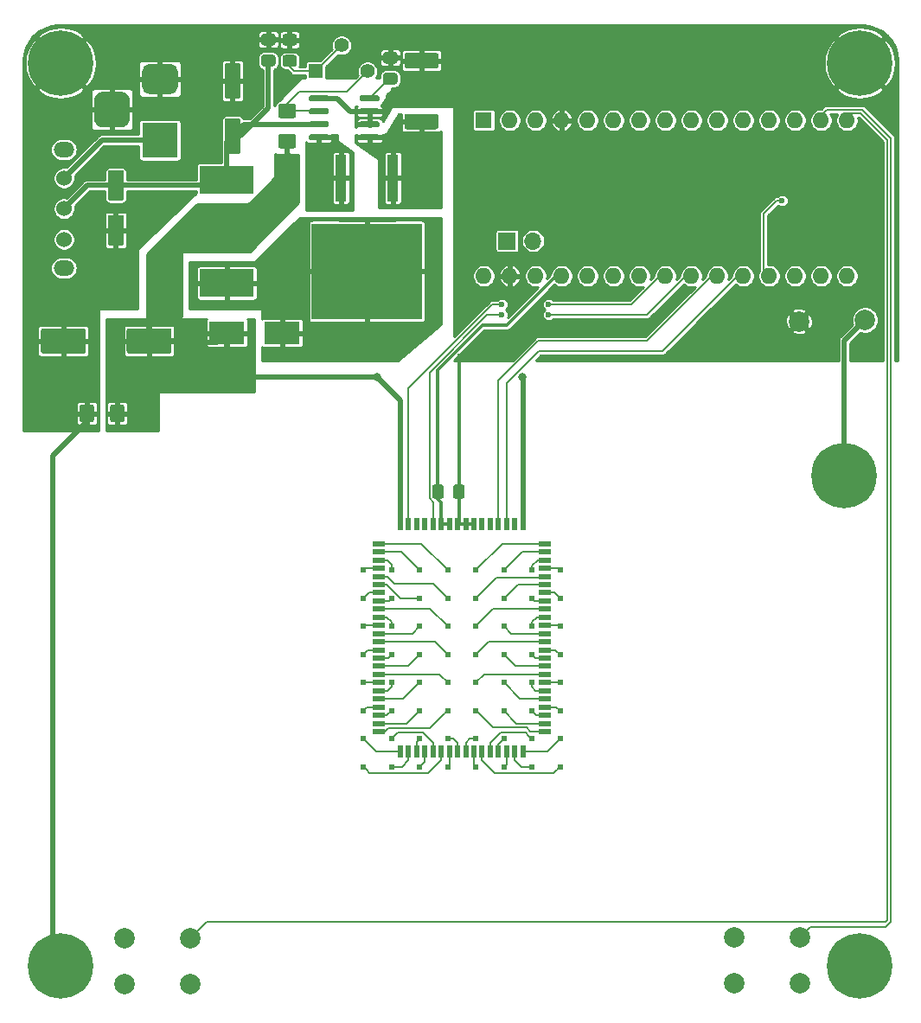
<source format=gbr>
G04 #@! TF.GenerationSoftware,KiCad,Pcbnew,5.1.6-c6e7f7d~86~ubuntu19.10.1*
G04 #@! TF.CreationDate,2020-05-21T12:39:08+02:00*
G04 #@! TF.ProjectId,MicroDroplet,4d696372-6f44-4726-9f70-6c65742e6b69,rev?*
G04 #@! TF.SameCoordinates,Original*
G04 #@! TF.FileFunction,Copper,L2,Bot*
G04 #@! TF.FilePolarity,Positive*
%FSLAX46Y46*%
G04 Gerber Fmt 4.6, Leading zero omitted, Abs format (unit mm)*
G04 Created by KiCad (PCBNEW 5.1.6-c6e7f7d~86~ubuntu19.10.1) date 2020-05-21 12:39:08*
%MOMM*%
%LPD*%
G01*
G04 APERTURE LIST*
G04 #@! TA.AperFunction,ComponentPad*
%ADD10C,2.000000*%
G04 #@! TD*
G04 #@! TA.AperFunction,ComponentPad*
%ADD11O,1.700000X1.700000*%
G04 #@! TD*
G04 #@! TA.AperFunction,ComponentPad*
%ADD12R,1.700000X1.700000*%
G04 #@! TD*
G04 #@! TA.AperFunction,SMDPad,CuDef*
%ADD13R,3.500000X2.300000*%
G04 #@! TD*
G04 #@! TA.AperFunction,SMDPad,CuDef*
%ADD14R,10.800000X9.400000*%
G04 #@! TD*
G04 #@! TA.AperFunction,SMDPad,CuDef*
%ADD15R,1.100000X4.600000*%
G04 #@! TD*
G04 #@! TA.AperFunction,ComponentPad*
%ADD16C,6.400000*%
G04 #@! TD*
G04 #@! TA.AperFunction,ComponentPad*
%ADD17O,1.600000X1.600000*%
G04 #@! TD*
G04 #@! TA.AperFunction,ComponentPad*
%ADD18R,1.600000X1.600000*%
G04 #@! TD*
G04 #@! TA.AperFunction,SMDPad,CuDef*
%ADD19R,0.500000X1.300000*%
G04 #@! TD*
G04 #@! TA.AperFunction,SMDPad,CuDef*
%ADD20R,1.300000X0.500000*%
G04 #@! TD*
G04 #@! TA.AperFunction,ComponentPad*
%ADD21O,2.000000X1.524000*%
G04 #@! TD*
G04 #@! TA.AperFunction,ComponentPad*
%ADD22C,1.524000*%
G04 #@! TD*
G04 #@! TA.AperFunction,ComponentPad*
%ADD23C,1.400000*%
G04 #@! TD*
G04 #@! TA.AperFunction,ComponentPad*
%ADD24R,1.400000X1.400000*%
G04 #@! TD*
G04 #@! TA.AperFunction,SMDPad,CuDef*
%ADD25R,5.300000X2.800000*%
G04 #@! TD*
G04 #@! TA.AperFunction,ComponentPad*
%ADD26R,3.500000X3.500000*%
G04 #@! TD*
G04 #@! TA.AperFunction,ComponentPad*
%ADD27C,0.604800*%
G04 #@! TD*
G04 #@! TA.AperFunction,ViaPad*
%ADD28C,0.600000*%
G04 #@! TD*
G04 #@! TA.AperFunction,ViaPad*
%ADD29C,0.800000*%
G04 #@! TD*
G04 #@! TA.AperFunction,Conductor*
%ADD30C,0.200000*%
G04 #@! TD*
G04 #@! TA.AperFunction,Conductor*
%ADD31C,0.300000*%
G04 #@! TD*
G04 #@! TA.AperFunction,Conductor*
%ADD32C,0.500000*%
G04 #@! TD*
G04 #@! TA.AperFunction,Conductor*
%ADD33C,0.254000*%
G04 #@! TD*
G04 APERTURE END LIST*
D10*
X162179000Y-102235000D03*
D11*
X136144000Y-94361000D03*
D12*
X133604000Y-94361000D03*
G04 #@! TA.AperFunction,SMDPad,CuDef*
G36*
G01*
X92352000Y-103167000D02*
X92352000Y-105167000D01*
G75*
G02*
X92102000Y-105417000I-250000J0D01*
G01*
X88202000Y-105417000D01*
G75*
G02*
X87952000Y-105167000I0J250000D01*
G01*
X87952000Y-103167000D01*
G75*
G02*
X88202000Y-102917000I250000J0D01*
G01*
X92102000Y-102917000D01*
G75*
G02*
X92352000Y-103167000I0J-250000D01*
G01*
G37*
G04 #@! TD.AperFunction*
G04 #@! TA.AperFunction,SMDPad,CuDef*
G36*
G01*
X100752000Y-103167000D02*
X100752000Y-105167000D01*
G75*
G02*
X100502000Y-105417000I-250000J0D01*
G01*
X96602000Y-105417000D01*
G75*
G02*
X96352000Y-105167000I0J250000D01*
G01*
X96352000Y-103167000D01*
G75*
G02*
X96602000Y-102917000I250000J0D01*
G01*
X100502000Y-102917000D01*
G75*
G02*
X100752000Y-103167000I0J-250000D01*
G01*
G37*
G04 #@! TD.AperFunction*
G04 #@! TA.AperFunction,SMDPad,CuDef*
G36*
G01*
X107278000Y-80451000D02*
X106178000Y-80451000D01*
G75*
G02*
X105928000Y-80201000I0J250000D01*
G01*
X105928000Y-77201000D01*
G75*
G02*
X106178000Y-76951000I250000J0D01*
G01*
X107278000Y-76951000D01*
G75*
G02*
X107528000Y-77201000I0J-250000D01*
G01*
X107528000Y-80201000D01*
G75*
G02*
X107278000Y-80451000I-250000J0D01*
G01*
G37*
G04 #@! TD.AperFunction*
G04 #@! TA.AperFunction,SMDPad,CuDef*
G36*
G01*
X107278000Y-85851000D02*
X106178000Y-85851000D01*
G75*
G02*
X105928000Y-85601000I0J250000D01*
G01*
X105928000Y-82601000D01*
G75*
G02*
X106178000Y-82351000I250000J0D01*
G01*
X107278000Y-82351000D01*
G75*
G02*
X107528000Y-82601000I0J-250000D01*
G01*
X107528000Y-85601000D01*
G75*
G02*
X107278000Y-85851000I-250000J0D01*
G01*
G37*
G04 #@! TD.AperFunction*
G04 #@! TA.AperFunction,SMDPad,CuDef*
G36*
G01*
X112766001Y-75251000D02*
X111865999Y-75251000D01*
G75*
G02*
X111616000Y-75001001I0J249999D01*
G01*
X111616000Y-74350999D01*
G75*
G02*
X111865999Y-74101000I249999J0D01*
G01*
X112766001Y-74101000D01*
G75*
G02*
X113016000Y-74350999I0J-249999D01*
G01*
X113016000Y-75001001D01*
G75*
G02*
X112766001Y-75251000I-249999J0D01*
G01*
G37*
G04 #@! TD.AperFunction*
G04 #@! TA.AperFunction,SMDPad,CuDef*
G36*
G01*
X112766001Y-77301000D02*
X111865999Y-77301000D01*
G75*
G02*
X111616000Y-77051001I0J249999D01*
G01*
X111616000Y-76400999D01*
G75*
G02*
X111865999Y-76151000I249999J0D01*
G01*
X112766001Y-76151000D01*
G75*
G02*
X113016000Y-76400999I0J-249999D01*
G01*
X113016000Y-77051001D01*
G75*
G02*
X112766001Y-77301000I-249999J0D01*
G01*
G37*
G04 #@! TD.AperFunction*
D13*
X111572000Y-103378000D03*
X106172000Y-103378000D03*
D14*
X119888000Y-97355000D03*
D15*
X122428000Y-88205000D03*
X117348000Y-88205000D03*
D10*
X168656000Y-102108000D03*
G04 #@! TA.AperFunction,SMDPad,CuDef*
G36*
G01*
X119150000Y-84378000D02*
X119150000Y-84078000D01*
G75*
G02*
X119300000Y-83928000I150000J0D01*
G01*
X120950000Y-83928000D01*
G75*
G02*
X121100000Y-84078000I0J-150000D01*
G01*
X121100000Y-84378000D01*
G75*
G02*
X120950000Y-84528000I-150000J0D01*
G01*
X119300000Y-84528000D01*
G75*
G02*
X119150000Y-84378000I0J150000D01*
G01*
G37*
G04 #@! TD.AperFunction*
G04 #@! TA.AperFunction,SMDPad,CuDef*
G36*
G01*
X119150000Y-83108000D02*
X119150000Y-82808000D01*
G75*
G02*
X119300000Y-82658000I150000J0D01*
G01*
X120950000Y-82658000D01*
G75*
G02*
X121100000Y-82808000I0J-150000D01*
G01*
X121100000Y-83108000D01*
G75*
G02*
X120950000Y-83258000I-150000J0D01*
G01*
X119300000Y-83258000D01*
G75*
G02*
X119150000Y-83108000I0J150000D01*
G01*
G37*
G04 #@! TD.AperFunction*
G04 #@! TA.AperFunction,SMDPad,CuDef*
G36*
G01*
X119150000Y-81838000D02*
X119150000Y-81538000D01*
G75*
G02*
X119300000Y-81388000I150000J0D01*
G01*
X120950000Y-81388000D01*
G75*
G02*
X121100000Y-81538000I0J-150000D01*
G01*
X121100000Y-81838000D01*
G75*
G02*
X120950000Y-81988000I-150000J0D01*
G01*
X119300000Y-81988000D01*
G75*
G02*
X119150000Y-81838000I0J150000D01*
G01*
G37*
G04 #@! TD.AperFunction*
G04 #@! TA.AperFunction,SMDPad,CuDef*
G36*
G01*
X119150000Y-80568000D02*
X119150000Y-80268000D01*
G75*
G02*
X119300000Y-80118000I150000J0D01*
G01*
X120950000Y-80118000D01*
G75*
G02*
X121100000Y-80268000I0J-150000D01*
G01*
X121100000Y-80568000D01*
G75*
G02*
X120950000Y-80718000I-150000J0D01*
G01*
X119300000Y-80718000D01*
G75*
G02*
X119150000Y-80568000I0J150000D01*
G01*
G37*
G04 #@! TD.AperFunction*
G04 #@! TA.AperFunction,SMDPad,CuDef*
G36*
G01*
X114200000Y-80568000D02*
X114200000Y-80268000D01*
G75*
G02*
X114350000Y-80118000I150000J0D01*
G01*
X116000000Y-80118000D01*
G75*
G02*
X116150000Y-80268000I0J-150000D01*
G01*
X116150000Y-80568000D01*
G75*
G02*
X116000000Y-80718000I-150000J0D01*
G01*
X114350000Y-80718000D01*
G75*
G02*
X114200000Y-80568000I0J150000D01*
G01*
G37*
G04 #@! TD.AperFunction*
G04 #@! TA.AperFunction,SMDPad,CuDef*
G36*
G01*
X114200000Y-81838000D02*
X114200000Y-81538000D01*
G75*
G02*
X114350000Y-81388000I150000J0D01*
G01*
X116000000Y-81388000D01*
G75*
G02*
X116150000Y-81538000I0J-150000D01*
G01*
X116150000Y-81838000D01*
G75*
G02*
X116000000Y-81988000I-150000J0D01*
G01*
X114350000Y-81988000D01*
G75*
G02*
X114200000Y-81838000I0J150000D01*
G01*
G37*
G04 #@! TD.AperFunction*
G04 #@! TA.AperFunction,SMDPad,CuDef*
G36*
G01*
X114200000Y-83108000D02*
X114200000Y-82808000D01*
G75*
G02*
X114350000Y-82658000I150000J0D01*
G01*
X116000000Y-82658000D01*
G75*
G02*
X116150000Y-82808000I0J-150000D01*
G01*
X116150000Y-83108000D01*
G75*
G02*
X116000000Y-83258000I-150000J0D01*
G01*
X114350000Y-83258000D01*
G75*
G02*
X114200000Y-83108000I0J150000D01*
G01*
G37*
G04 #@! TD.AperFunction*
G04 #@! TA.AperFunction,SMDPad,CuDef*
G36*
G01*
X114200000Y-84378000D02*
X114200000Y-84078000D01*
G75*
G02*
X114350000Y-83928000I150000J0D01*
G01*
X116000000Y-83928000D01*
G75*
G02*
X116150000Y-84078000I0J-150000D01*
G01*
X116150000Y-84378000D01*
G75*
G02*
X116000000Y-84528000I-150000J0D01*
G01*
X114350000Y-84528000D01*
G75*
G02*
X114200000Y-84378000I0J150000D01*
G01*
G37*
G04 #@! TD.AperFunction*
D16*
X168148000Y-165354000D03*
X89916000Y-165354000D03*
X168148000Y-76962000D03*
X89916000Y-76962000D03*
X166624000Y-117348000D03*
D17*
X166878000Y-97790000D03*
X166878000Y-82550000D03*
X131318000Y-97790000D03*
X164338000Y-82550000D03*
X133858000Y-97790000D03*
X161798000Y-82550000D03*
X136398000Y-97790000D03*
X159258000Y-82550000D03*
X138938000Y-97790000D03*
X156718000Y-82550000D03*
X141478000Y-97790000D03*
X154178000Y-82550000D03*
X144018000Y-97790000D03*
X151638000Y-82550000D03*
X146558000Y-97790000D03*
X149098000Y-82550000D03*
X149098000Y-97790000D03*
X146558000Y-82550000D03*
X151638000Y-97790000D03*
X144018000Y-82550000D03*
X154178000Y-97790000D03*
X141478000Y-82550000D03*
X156718000Y-97790000D03*
X138938000Y-82550000D03*
X159258000Y-97790000D03*
X136398000Y-82550000D03*
X161798000Y-97790000D03*
X133858000Y-82550000D03*
X164338000Y-97790000D03*
D18*
X131318000Y-82550000D03*
G04 #@! TA.AperFunction,SMDPad,CuDef*
G36*
G01*
X94748000Y-91827000D02*
X95848000Y-91827000D01*
G75*
G02*
X96098000Y-92077000I0J-250000D01*
G01*
X96098000Y-94577000D01*
G75*
G02*
X95848000Y-94827000I-250000J0D01*
G01*
X94748000Y-94827000D01*
G75*
G02*
X94498000Y-94577000I0J250000D01*
G01*
X94498000Y-92077000D01*
G75*
G02*
X94748000Y-91827000I250000J0D01*
G01*
G37*
G04 #@! TD.AperFunction*
G04 #@! TA.AperFunction,SMDPad,CuDef*
G36*
G01*
X94748000Y-87427000D02*
X95848000Y-87427000D01*
G75*
G02*
X96098000Y-87677000I0J-250000D01*
G01*
X96098000Y-90177000D01*
G75*
G02*
X95848000Y-90427000I-250000J0D01*
G01*
X94748000Y-90427000D01*
G75*
G02*
X94498000Y-90177000I0J250000D01*
G01*
X94498000Y-87677000D01*
G75*
G02*
X94748000Y-87427000I250000J0D01*
G01*
G37*
G04 #@! TD.AperFunction*
D19*
X123154000Y-144363000D03*
X123954000Y-144363000D03*
X124754000Y-144363000D03*
X125554000Y-144363000D03*
X126354000Y-144363000D03*
X127154000Y-144363000D03*
X127954000Y-144363000D03*
X128754000Y-144363000D03*
X129554000Y-144363000D03*
X130354000Y-144363000D03*
X131154000Y-144363000D03*
X131954000Y-144363000D03*
X132754000Y-144363000D03*
X133554000Y-144363000D03*
X134354000Y-144363000D03*
X135154000Y-144363000D03*
D20*
X137304000Y-142413000D03*
X137304000Y-141613000D03*
X137304000Y-140813000D03*
X137304000Y-140013000D03*
X137304000Y-139213000D03*
X137304000Y-138413000D03*
X137304000Y-137613000D03*
X137304000Y-136813000D03*
X137304000Y-136013000D03*
X137304000Y-135213000D03*
X137304000Y-134413000D03*
X137304000Y-133613000D03*
X137304000Y-132813000D03*
X137304000Y-132013000D03*
X137304000Y-131213000D03*
X137304000Y-130413000D03*
X137304000Y-129613000D03*
X137304000Y-128813000D03*
X137304000Y-128013000D03*
X137304000Y-127213000D03*
X137304000Y-126413000D03*
X137304000Y-125613000D03*
X137304000Y-124813000D03*
X137304000Y-124013000D03*
D19*
X135154000Y-122063000D03*
X134354000Y-122063000D03*
X133554000Y-122063000D03*
X132754000Y-122063000D03*
X131954000Y-122063000D03*
X131154000Y-122063000D03*
X130354000Y-122063000D03*
X129554000Y-122063000D03*
X128754000Y-122063000D03*
X127954000Y-122063000D03*
X127154000Y-122063000D03*
X126354000Y-122063000D03*
X125554000Y-122063000D03*
X124754000Y-122063000D03*
X123954000Y-122063000D03*
X123154000Y-122063000D03*
D20*
X121004000Y-124013000D03*
X121004000Y-124813000D03*
X121004000Y-125613000D03*
X121004000Y-126413000D03*
X121004000Y-127213000D03*
X121004000Y-128013000D03*
X121004000Y-128813000D03*
X121004000Y-129613000D03*
X121004000Y-130413000D03*
X121004000Y-131213000D03*
X121004000Y-132013000D03*
X121004000Y-132813000D03*
X121004000Y-133613000D03*
X121004000Y-134413000D03*
X121004000Y-135213000D03*
X121004000Y-136013000D03*
X121004000Y-136813000D03*
X121004000Y-137613000D03*
X121004000Y-138413000D03*
X121004000Y-139213000D03*
X121004000Y-140013000D03*
X121004000Y-140813000D03*
X121004000Y-141613000D03*
X121004000Y-142413000D03*
D21*
X90218000Y-85413000D03*
X90218000Y-97013000D03*
D22*
X90218000Y-88213000D03*
X90218000Y-94213000D03*
X90218000Y-91213000D03*
D10*
X162306000Y-162560000D03*
X162306000Y-167060000D03*
X155806000Y-162560000D03*
X155806000Y-167060000D03*
X102616000Y-162632000D03*
X102616000Y-167132000D03*
X96116000Y-162632000D03*
X96116000Y-167132000D03*
G04 #@! TA.AperFunction,SMDPad,CuDef*
G36*
G01*
X126647001Y-83445500D02*
X123796999Y-83445500D01*
G75*
G02*
X123547000Y-83195501I0J249999D01*
G01*
X123547000Y-82170499D01*
G75*
G02*
X123796999Y-81920500I249999J0D01*
G01*
X126647001Y-81920500D01*
G75*
G02*
X126897000Y-82170499I0J-249999D01*
G01*
X126897000Y-83195501D01*
G75*
G02*
X126647001Y-83445500I-249999J0D01*
G01*
G37*
G04 #@! TD.AperFunction*
G04 #@! TA.AperFunction,SMDPad,CuDef*
G36*
G01*
X126647001Y-77470500D02*
X123796999Y-77470500D01*
G75*
G02*
X123547000Y-77220501I0J249999D01*
G01*
X123547000Y-76195499D01*
G75*
G02*
X123796999Y-75945500I249999J0D01*
G01*
X126647001Y-75945500D01*
G75*
G02*
X126897000Y-76195499I0J-249999D01*
G01*
X126897000Y-77220501D01*
G75*
G02*
X126647001Y-77470500I-249999J0D01*
G01*
G37*
G04 #@! TD.AperFunction*
G04 #@! TA.AperFunction,SMDPad,CuDef*
G36*
G01*
X112687000Y-82346500D02*
X111437000Y-82346500D01*
G75*
G02*
X111187000Y-82096500I0J250000D01*
G01*
X111187000Y-81171500D01*
G75*
G02*
X111437000Y-80921500I250000J0D01*
G01*
X112687000Y-80921500D01*
G75*
G02*
X112937000Y-81171500I0J-250000D01*
G01*
X112937000Y-82096500D01*
G75*
G02*
X112687000Y-82346500I-250000J0D01*
G01*
G37*
G04 #@! TD.AperFunction*
G04 #@! TA.AperFunction,SMDPad,CuDef*
G36*
G01*
X112687000Y-85321500D02*
X111437000Y-85321500D01*
G75*
G02*
X111187000Y-85071500I0J250000D01*
G01*
X111187000Y-84146500D01*
G75*
G02*
X111437000Y-83896500I250000J0D01*
G01*
X112687000Y-83896500D01*
G75*
G02*
X112937000Y-84146500I0J-250000D01*
G01*
X112937000Y-85071500D01*
G75*
G02*
X112687000Y-85321500I-250000J0D01*
G01*
G37*
G04 #@! TD.AperFunction*
D23*
X117396000Y-75211000D03*
X119936000Y-77751000D03*
D24*
X114856000Y-77751000D03*
D25*
X106172000Y-88392000D03*
X106172000Y-98492000D03*
G04 #@! TA.AperFunction,ComponentPad*
G36*
G01*
X94041000Y-79763000D02*
X95791000Y-79763000D01*
G75*
G02*
X96666000Y-80638000I0J-875000D01*
G01*
X96666000Y-82388000D01*
G75*
G02*
X95791000Y-83263000I-875000J0D01*
G01*
X94041000Y-83263000D01*
G75*
G02*
X93166000Y-82388000I0J875000D01*
G01*
X93166000Y-80638000D01*
G75*
G02*
X94041000Y-79763000I875000J0D01*
G01*
G37*
G04 #@! TD.AperFunction*
G04 #@! TA.AperFunction,ComponentPad*
G36*
G01*
X98616000Y-77013000D02*
X100616000Y-77013000D01*
G75*
G02*
X101366000Y-77763000I0J-750000D01*
G01*
X101366000Y-79263000D01*
G75*
G02*
X100616000Y-80013000I-750000J0D01*
G01*
X98616000Y-80013000D01*
G75*
G02*
X97866000Y-79263000I0J750000D01*
G01*
X97866000Y-77763000D01*
G75*
G02*
X98616000Y-77013000I750000J0D01*
G01*
G37*
G04 #@! TD.AperFunction*
D26*
X99616000Y-84513000D03*
D27*
X119527000Y-145864000D03*
X119527000Y-143114000D03*
X119527000Y-140364000D03*
X119527000Y-137614000D03*
X119527000Y-134864000D03*
X119527000Y-132114000D03*
X119527000Y-129364000D03*
X119527000Y-126614000D03*
X122277000Y-145864000D03*
X122277000Y-143114000D03*
X122277000Y-140364000D03*
X122277000Y-137614000D03*
X122277000Y-134864000D03*
X122277000Y-132114000D03*
X122277000Y-129364000D03*
X122277000Y-126614000D03*
X125027000Y-145864000D03*
X125027000Y-143114000D03*
X125027000Y-140364000D03*
X125027000Y-137614000D03*
X125027000Y-134864000D03*
X125027000Y-132114000D03*
X125027000Y-129364000D03*
X125027000Y-126614000D03*
X127777000Y-145864000D03*
X127777000Y-143114000D03*
X127777000Y-140364000D03*
X127777000Y-137614000D03*
X127777000Y-134864000D03*
X127777000Y-132114000D03*
X127777000Y-129364000D03*
X127777000Y-126614000D03*
X130527000Y-145864000D03*
X130527000Y-143114000D03*
X130527000Y-140364000D03*
X130527000Y-137614000D03*
X130527000Y-134864000D03*
X130527000Y-132114000D03*
X130527000Y-129364000D03*
X130527000Y-126614000D03*
X133277000Y-145864000D03*
X133277000Y-143114000D03*
X133277000Y-140364000D03*
X133277000Y-137614000D03*
X133277000Y-134864000D03*
X133277000Y-132114000D03*
X133277000Y-129364000D03*
X133277000Y-126614000D03*
X136027000Y-145864000D03*
X136027000Y-143114000D03*
X136027000Y-140364000D03*
X136027000Y-137614000D03*
X136027000Y-134864000D03*
X136027000Y-132114000D03*
X136027000Y-129364000D03*
X136027000Y-126614000D03*
X138777000Y-145864000D03*
X138777000Y-143114000D03*
X138777000Y-140364000D03*
X138777000Y-137614000D03*
X138777000Y-134864000D03*
X138777000Y-132114000D03*
X138777000Y-129364000D03*
X138777000Y-126614000D03*
G04 #@! TA.AperFunction,SMDPad,CuDef*
G36*
G01*
X93168500Y-110627000D02*
X93168500Y-111877000D01*
G75*
G02*
X92918500Y-112127000I-250000J0D01*
G01*
X91993500Y-112127000D01*
G75*
G02*
X91743500Y-111877000I0J250000D01*
G01*
X91743500Y-110627000D01*
G75*
G02*
X91993500Y-110377000I250000J0D01*
G01*
X92918500Y-110377000D01*
G75*
G02*
X93168500Y-110627000I0J-250000D01*
G01*
G37*
G04 #@! TD.AperFunction*
G04 #@! TA.AperFunction,SMDPad,CuDef*
G36*
G01*
X96143500Y-110627000D02*
X96143500Y-111877000D01*
G75*
G02*
X95893500Y-112127000I-250000J0D01*
G01*
X94968500Y-112127000D01*
G75*
G02*
X94718500Y-111877000I0J250000D01*
G01*
X94718500Y-110627000D01*
G75*
G02*
X94968500Y-110377000I250000J0D01*
G01*
X95893500Y-110377000D01*
G75*
G02*
X96143500Y-110627000I0J-250000D01*
G01*
G37*
G04 #@! TD.AperFunction*
G04 #@! TA.AperFunction,SMDPad,CuDef*
G36*
G01*
X122624001Y-77011000D02*
X121723999Y-77011000D01*
G75*
G02*
X121474000Y-76761001I0J249999D01*
G01*
X121474000Y-76110999D01*
G75*
G02*
X121723999Y-75861000I249999J0D01*
G01*
X122624001Y-75861000D01*
G75*
G02*
X122874000Y-76110999I0J-249999D01*
G01*
X122874000Y-76761001D01*
G75*
G02*
X122624001Y-77011000I-249999J0D01*
G01*
G37*
G04 #@! TD.AperFunction*
G04 #@! TA.AperFunction,SMDPad,CuDef*
G36*
G01*
X122624001Y-79061000D02*
X121723999Y-79061000D01*
G75*
G02*
X121474000Y-78811001I0J249999D01*
G01*
X121474000Y-78160999D01*
G75*
G02*
X121723999Y-77911000I249999J0D01*
G01*
X122624001Y-77911000D01*
G75*
G02*
X122874000Y-78160999I0J-249999D01*
G01*
X122874000Y-78811001D01*
G75*
G02*
X122624001Y-79061000I-249999J0D01*
G01*
G37*
G04 #@! TD.AperFunction*
G04 #@! TA.AperFunction,SMDPad,CuDef*
G36*
G01*
X110686001Y-75233000D02*
X109785999Y-75233000D01*
G75*
G02*
X109536000Y-74983001I0J249999D01*
G01*
X109536000Y-74332999D01*
G75*
G02*
X109785999Y-74083000I249999J0D01*
G01*
X110686001Y-74083000D01*
G75*
G02*
X110936000Y-74332999I0J-249999D01*
G01*
X110936000Y-74983001D01*
G75*
G02*
X110686001Y-75233000I-249999J0D01*
G01*
G37*
G04 #@! TD.AperFunction*
G04 #@! TA.AperFunction,SMDPad,CuDef*
G36*
G01*
X110686001Y-77283000D02*
X109785999Y-77283000D01*
G75*
G02*
X109536000Y-77033001I0J249999D01*
G01*
X109536000Y-76382999D01*
G75*
G02*
X109785999Y-76133000I249999J0D01*
G01*
X110686001Y-76133000D01*
G75*
G02*
X110936000Y-76382999I0J-249999D01*
G01*
X110936000Y-77033001D01*
G75*
G02*
X110686001Y-77283000I-249999J0D01*
G01*
G37*
G04 #@! TD.AperFunction*
G04 #@! TA.AperFunction,SMDPad,CuDef*
G36*
G01*
X128303000Y-119370001D02*
X128303000Y-118469999D01*
G75*
G02*
X128552999Y-118220000I249999J0D01*
G01*
X129203001Y-118220000D01*
G75*
G02*
X129453000Y-118469999I0J-249999D01*
G01*
X129453000Y-119370001D01*
G75*
G02*
X129203001Y-119620000I-249999J0D01*
G01*
X128552999Y-119620000D01*
G75*
G02*
X128303000Y-119370001I0J249999D01*
G01*
G37*
G04 #@! TD.AperFunction*
G04 #@! TA.AperFunction,SMDPad,CuDef*
G36*
G01*
X126253000Y-119370001D02*
X126253000Y-118469999D01*
G75*
G02*
X126502999Y-118220000I249999J0D01*
G01*
X127153001Y-118220000D01*
G75*
G02*
X127403000Y-118469999I0J-249999D01*
G01*
X127403000Y-119370001D01*
G75*
G02*
X127153001Y-119620000I-249999J0D01*
G01*
X126502999Y-119620000D01*
G75*
G02*
X126253000Y-119370001I0J249999D01*
G01*
G37*
G04 #@! TD.AperFunction*
D28*
X129032000Y-105664000D03*
D29*
X143891000Y-94107000D03*
X142621000Y-92837000D03*
X147066000Y-90932000D03*
X145669000Y-89789000D03*
X122174000Y-80137000D03*
X135128000Y-107696000D03*
X120904000Y-107696000D03*
D28*
X133096000Y-101600000D03*
X137668000Y-101600000D03*
X133096000Y-100584000D03*
X137668000Y-100584000D03*
X160528000Y-90424000D03*
D30*
X106172000Y-98492000D02*
X109022000Y-98492000D01*
D31*
X128878000Y-121939000D02*
X128754000Y-122063000D01*
X128878000Y-118920000D02*
X128878000Y-121939000D01*
X128754000Y-122063000D02*
X129554000Y-122063000D01*
X129554000Y-122063000D02*
X130354000Y-122063000D01*
X128878000Y-118920000D02*
X128878000Y-105818000D01*
X128878000Y-105818000D02*
X129032000Y-105664000D01*
D32*
X120125000Y-81688000D02*
X118264000Y-81688000D01*
X116994000Y-80418000D02*
X115175000Y-80418000D01*
X118264000Y-81688000D02*
X116994000Y-80418000D01*
X89154000Y-164592000D02*
X89916000Y-165354000D01*
X89154000Y-115429000D02*
X89154000Y-164592000D01*
X92456000Y-111252000D02*
X92456000Y-112127000D01*
X92456000Y-112127000D02*
X89154000Y-115429000D01*
X102462000Y-104167000D02*
X102616000Y-104321000D01*
X98552000Y-104167000D02*
X102462000Y-104167000D01*
X105229000Y-104321000D02*
X106172000Y-103378000D01*
X102616000Y-104321000D02*
X105229000Y-104321000D01*
X135154000Y-122063000D02*
X135154000Y-107722000D01*
X135154000Y-107722000D02*
X135128000Y-107696000D01*
X106172000Y-105028000D02*
X106172000Y-103378000D01*
X108840000Y-107696000D02*
X106172000Y-105028000D01*
X120904000Y-107696000D02*
X108840000Y-107696000D01*
X123154000Y-109946000D02*
X120904000Y-107696000D01*
X123154000Y-122063000D02*
X123154000Y-109946000D01*
X98552000Y-104167000D02*
X98552000Y-95758000D01*
X98552000Y-95758000D02*
X103378000Y-90932000D01*
X112062000Y-85321500D02*
X112062000Y-84609000D01*
X112062000Y-87276322D02*
X112062000Y-85321500D01*
X108406322Y-90932000D02*
X112062000Y-87276322D01*
X103378000Y-90932000D02*
X108406322Y-90932000D01*
D30*
X115110000Y-84263000D02*
X115075000Y-84228000D01*
X122057000Y-78486000D02*
X122174000Y-78486000D01*
X120125000Y-80418000D02*
X122057000Y-78486000D01*
D32*
X93918000Y-84513000D02*
X99616000Y-84513000D01*
X90218000Y-88213000D02*
X93918000Y-84513000D01*
D31*
X127154000Y-121113000D02*
X127154000Y-122063000D01*
X126828000Y-119620000D02*
X127154000Y-119946000D01*
X127154000Y-119946000D02*
X127154000Y-121113000D01*
X126828000Y-118920000D02*
X126828000Y-119620000D01*
X127154000Y-122063000D02*
X127954000Y-122063000D01*
X126828000Y-106976446D02*
X131188446Y-102616000D01*
X126828000Y-118920000D02*
X126828000Y-106976446D01*
X133604000Y-102616000D02*
X138430000Y-97790000D01*
X131188446Y-102616000D02*
X133604000Y-102616000D01*
D30*
X132754000Y-122063000D02*
X132754000Y-121508678D01*
X132754000Y-122063000D02*
X132754000Y-108038000D01*
X132754000Y-108038000D02*
X136652000Y-104140000D01*
X147320000Y-104140000D02*
X153670000Y-97790000D01*
X136652000Y-104140000D02*
X147320000Y-104140000D01*
X133554000Y-122063000D02*
X133554000Y-121508678D01*
X133554000Y-108304446D02*
X136702446Y-105156000D01*
X133554000Y-122063000D02*
X133554000Y-108304446D01*
X148844000Y-105156000D02*
X156210000Y-97790000D01*
X136702446Y-105156000D02*
X148844000Y-105156000D01*
X104212000Y-161036000D02*
X170688000Y-161036000D01*
X102616000Y-162632000D02*
X104212000Y-161036000D01*
X170688000Y-161036000D02*
X170843590Y-160880410D01*
X167069991Y-81850009D02*
X166370000Y-82550000D01*
X170843590Y-160880410D02*
X170843590Y-84483590D01*
X168210009Y-81850009D02*
X167069991Y-81850009D01*
X170843590Y-84483590D02*
X168210009Y-81850009D01*
X163305999Y-161560001D02*
X170671999Y-161560001D01*
X162306000Y-162560000D02*
X163305999Y-161560001D01*
X170671999Y-161560001D02*
X171196000Y-161036000D01*
X171196000Y-161036000D02*
X171196000Y-84328000D01*
X164629999Y-81750001D02*
X163830000Y-82550000D01*
X164882401Y-81497599D02*
X164629999Y-81750001D01*
X168365599Y-81497599D02*
X164882401Y-81497599D01*
X171196000Y-84328000D02*
X168365599Y-81497599D01*
X114856000Y-77751000D02*
X117396000Y-75211000D01*
X112316000Y-77301000D02*
X112316000Y-76726000D01*
X112766000Y-77751000D02*
X112316000Y-77301000D01*
X114856000Y-77751000D02*
X112766000Y-77751000D01*
X126354000Y-122063000D02*
X126354000Y-119931518D01*
X126000590Y-119578108D02*
X126000590Y-107234763D01*
X126354000Y-119931518D02*
X126000590Y-119578108D01*
X126000590Y-107234763D02*
X131635353Y-101600000D01*
X131635353Y-101600000D02*
X133096000Y-101600000D01*
X147320000Y-101600000D02*
X151130000Y-97790000D01*
X137668000Y-101600000D02*
X147320000Y-101600000D01*
X132152970Y-100584000D02*
X133096000Y-100584000D01*
X123954000Y-122063000D02*
X123954000Y-108782970D01*
X123954000Y-108782970D02*
X132152970Y-100584000D01*
X145796000Y-100584000D02*
X148590000Y-97790000D01*
X137668000Y-100584000D02*
X145796000Y-100584000D01*
X160528000Y-90424000D02*
X160020000Y-90424000D01*
X158750000Y-91694000D02*
X158750000Y-97790000D01*
X160020000Y-90424000D02*
X158750000Y-91694000D01*
D32*
X166624000Y-104140000D02*
X168656000Y-102108000D01*
X166624000Y-117348000D02*
X166624000Y-104140000D01*
D30*
X115021000Y-81634000D02*
X115075000Y-81688000D01*
X112062000Y-81634000D02*
X115021000Y-81634000D01*
X112062000Y-80921500D02*
X113227500Y-79756000D01*
X112062000Y-81634000D02*
X112062000Y-80921500D01*
X117931000Y-79756000D02*
X119936000Y-77751000D01*
X113227500Y-79756000D02*
X117931000Y-79756000D01*
X138576000Y-126413000D02*
X138777000Y-126614000D01*
X137304000Y-126413000D02*
X138576000Y-126413000D01*
X138226000Y-128813000D02*
X138777000Y-129364000D01*
X137304000Y-128813000D02*
X138226000Y-128813000D01*
X138676000Y-132013000D02*
X138777000Y-132114000D01*
X137304000Y-132013000D02*
X138676000Y-132013000D01*
X138326000Y-134413000D02*
X138777000Y-134864000D01*
X137304000Y-134413000D02*
X138326000Y-134413000D01*
X138776000Y-137613000D02*
X138777000Y-137614000D01*
X137304000Y-137613000D02*
X138776000Y-137613000D01*
X138426000Y-140013000D02*
X138777000Y-140364000D01*
X137304000Y-140013000D02*
X138426000Y-140013000D01*
X137528000Y-144363000D02*
X138777000Y-143114000D01*
X135154000Y-144363000D02*
X137528000Y-144363000D01*
X138474601Y-146166399D02*
X138777000Y-145864000D01*
X138174599Y-146466401D02*
X138474601Y-146166399D01*
X132407401Y-146466401D02*
X138174599Y-146466401D01*
X131154000Y-145213000D02*
X132407401Y-146466401D01*
X131154000Y-144363000D02*
X131154000Y-145213000D01*
X136600342Y-125613000D02*
X136027000Y-126186342D01*
X136027000Y-126186342D02*
X136027000Y-126614000D01*
X137304000Y-125613000D02*
X136600342Y-125613000D01*
X136276000Y-129613000D02*
X136027000Y-129364000D01*
X137304000Y-129613000D02*
X136276000Y-129613000D01*
X136027000Y-131686342D02*
X136027000Y-132114000D01*
X136500342Y-131213000D02*
X136027000Y-131686342D01*
X137304000Y-131213000D02*
X136500342Y-131213000D01*
X136376000Y-135213000D02*
X136027000Y-134864000D01*
X137304000Y-135213000D02*
X136376000Y-135213000D01*
X136027000Y-138041658D02*
X136027000Y-137614000D01*
X136398342Y-138413000D02*
X136027000Y-138041658D01*
X137304000Y-138413000D02*
X136398342Y-138413000D01*
X136476000Y-140813000D02*
X136027000Y-140364000D01*
X137304000Y-140813000D02*
X136476000Y-140813000D01*
X135724601Y-142811601D02*
X136027000Y-143114000D01*
X131954000Y-143545446D02*
X132987847Y-142511599D01*
X135424599Y-142511599D02*
X135724601Y-142811601D01*
X132987847Y-142511599D02*
X135424599Y-142511599D01*
X131954000Y-144363000D02*
X131954000Y-143545446D01*
X135599342Y-145864000D02*
X136027000Y-145864000D01*
X135005000Y-145864000D02*
X135599342Y-145864000D01*
X134354000Y-145213000D02*
X135005000Y-145864000D01*
X134354000Y-144363000D02*
X134354000Y-145213000D01*
X135078000Y-124813000D02*
X137304000Y-124813000D01*
X133277000Y-126614000D02*
X135078000Y-124813000D01*
X134628000Y-128013000D02*
X133277000Y-129364000D01*
X137304000Y-128013000D02*
X134628000Y-128013000D01*
X133976000Y-132813000D02*
X133277000Y-132114000D01*
X137304000Y-132813000D02*
X133976000Y-132813000D01*
X134426000Y-136013000D02*
X133277000Y-134864000D01*
X137304000Y-136013000D02*
X134426000Y-136013000D01*
X134876000Y-139213000D02*
X133277000Y-137614000D01*
X137304000Y-139213000D02*
X134876000Y-139213000D01*
X134526000Y-141613000D02*
X133277000Y-140364000D01*
X137304000Y-141613000D02*
X134526000Y-141613000D01*
X132754000Y-143637000D02*
X133277000Y-143114000D01*
X132754000Y-144363000D02*
X132754000Y-143637000D01*
X133554000Y-145587000D02*
X133277000Y-145864000D01*
X133554000Y-144363000D02*
X133554000Y-145587000D01*
X133128000Y-124013000D02*
X137304000Y-124013000D01*
X130527000Y-126614000D02*
X133128000Y-124013000D01*
X136696999Y-127213000D02*
X136607999Y-127302000D01*
X137304000Y-127213000D02*
X136696999Y-127213000D01*
X132589000Y-127302000D02*
X130527000Y-129364000D01*
X136607999Y-127302000D02*
X132589000Y-127302000D01*
X132228000Y-130413000D02*
X130527000Y-132114000D01*
X137304000Y-130413000D02*
X132228000Y-130413000D01*
X131778000Y-133613000D02*
X130527000Y-134864000D01*
X137304000Y-133613000D02*
X131778000Y-133613000D01*
X131328000Y-136813000D02*
X130527000Y-137614000D01*
X137304000Y-136813000D02*
X131328000Y-136813000D01*
X135491708Y-142013010D02*
X132176010Y-142013010D01*
X135891698Y-142413000D02*
X135491708Y-142013010D01*
X130829399Y-140666399D02*
X130527000Y-140364000D01*
X132176010Y-142013010D02*
X130829399Y-140666399D01*
X137304000Y-142413000D02*
X135891698Y-142413000D01*
X130099342Y-143114000D02*
X130527000Y-143114000D01*
X129953000Y-143114000D02*
X130099342Y-143114000D01*
X129554000Y-143513000D02*
X129953000Y-143114000D01*
X129554000Y-144363000D02*
X129554000Y-143513000D01*
X130354000Y-145691000D02*
X130527000Y-145864000D01*
X130354000Y-144363000D02*
X130354000Y-145691000D01*
X125176000Y-124013000D02*
X121004000Y-124013000D01*
X127777000Y-126614000D02*
X125176000Y-124013000D01*
X121854000Y-127213000D02*
X122578000Y-127937000D01*
X121004000Y-127213000D02*
X121854000Y-127213000D01*
X126350000Y-127937000D02*
X127777000Y-129364000D01*
X122578000Y-127937000D02*
X126350000Y-127937000D01*
X126076000Y-130413000D02*
X127777000Y-132114000D01*
X121004000Y-130413000D02*
X126076000Y-130413000D01*
X126526000Y-133613000D02*
X127777000Y-134864000D01*
X121004000Y-133613000D02*
X126526000Y-133613000D01*
X126976000Y-136813000D02*
X127777000Y-137614000D01*
X121004000Y-136813000D02*
X126976000Y-136813000D01*
X121954001Y-142103001D02*
X126037999Y-142103001D01*
X121644002Y-142413000D02*
X121954001Y-142103001D01*
X127474601Y-140666399D02*
X127777000Y-140364000D01*
X126037999Y-142103001D02*
X127474601Y-140666399D01*
X121004000Y-142413000D02*
X121644002Y-142413000D01*
X128754000Y-143513000D02*
X128355000Y-143114000D01*
X128204658Y-143114000D02*
X127777000Y-143114000D01*
X128355000Y-143114000D02*
X128204658Y-143114000D01*
X128754000Y-144363000D02*
X128754000Y-143513000D01*
X127954000Y-145687000D02*
X127777000Y-145864000D01*
X127954000Y-144363000D02*
X127954000Y-145687000D01*
X123226000Y-124813000D02*
X125027000Y-126614000D01*
X121004000Y-124813000D02*
X123226000Y-124813000D01*
X121817554Y-128013000D02*
X121004000Y-128013000D01*
X123168554Y-129364000D02*
X121817554Y-128013000D01*
X125027000Y-129364000D02*
X123168554Y-129364000D01*
X124328000Y-132813000D02*
X125027000Y-132114000D01*
X121004000Y-132813000D02*
X124328000Y-132813000D01*
X123878000Y-136013000D02*
X125027000Y-134864000D01*
X121004000Y-136013000D02*
X123878000Y-136013000D01*
X123428000Y-139213000D02*
X125027000Y-137614000D01*
X121004000Y-139213000D02*
X123428000Y-139213000D01*
X123778000Y-141613000D02*
X125027000Y-140364000D01*
X121004000Y-141613000D02*
X123778000Y-141613000D01*
X124754000Y-143387000D02*
X125027000Y-143114000D01*
X124754000Y-144363000D02*
X124754000Y-143387000D01*
X125554000Y-145337000D02*
X125027000Y-145864000D01*
X125554000Y-144363000D02*
X125554000Y-145337000D01*
X122277000Y-126036000D02*
X122277000Y-126186342D01*
X121854000Y-125613000D02*
X122277000Y-126036000D01*
X122277000Y-126186342D02*
X122277000Y-126614000D01*
X121004000Y-125613000D02*
X121854000Y-125613000D01*
X122028000Y-129613000D02*
X122277000Y-129364000D01*
X121004000Y-129613000D02*
X122028000Y-129613000D01*
X122277000Y-131686342D02*
X122277000Y-132114000D01*
X121803658Y-131213000D02*
X122277000Y-131686342D01*
X121004000Y-131213000D02*
X121803658Y-131213000D01*
X121928000Y-135213000D02*
X122277000Y-134864000D01*
X121004000Y-135213000D02*
X121928000Y-135213000D01*
X121905658Y-138413000D02*
X122277000Y-138041658D01*
X122277000Y-138041658D02*
X122277000Y-137614000D01*
X121004000Y-138413000D02*
X121905658Y-138413000D01*
X121828000Y-140813000D02*
X122277000Y-140364000D01*
X121004000Y-140813000D02*
X121828000Y-140813000D01*
X122579399Y-142811601D02*
X122277000Y-143114000D01*
X122879401Y-142511599D02*
X122579399Y-142811601D01*
X125352599Y-142511599D02*
X122879401Y-142511599D01*
X126354000Y-143513000D02*
X125352599Y-142511599D01*
X126354000Y-144363000D02*
X126354000Y-143513000D01*
X122704658Y-145864000D02*
X122277000Y-145864000D01*
X123303000Y-145864000D02*
X122704658Y-145864000D01*
X123954000Y-145213000D02*
X123303000Y-145864000D01*
X123954000Y-144363000D02*
X123954000Y-145213000D01*
X119728000Y-126413000D02*
X119527000Y-126614000D01*
X121004000Y-126413000D02*
X119728000Y-126413000D01*
X120078000Y-128813000D02*
X119527000Y-129364000D01*
X121004000Y-128813000D02*
X120078000Y-128813000D01*
X119628000Y-132013000D02*
X119527000Y-132114000D01*
X121004000Y-132013000D02*
X119628000Y-132013000D01*
X119978000Y-134413000D02*
X119527000Y-134864000D01*
X121004000Y-134413000D02*
X119978000Y-134413000D01*
X119528000Y-137613000D02*
X119527000Y-137614000D01*
X121004000Y-137613000D02*
X119528000Y-137613000D01*
X119878000Y-140013000D02*
X119527000Y-140364000D01*
X121004000Y-140013000D02*
X119878000Y-140013000D01*
X120776000Y-144363000D02*
X119527000Y-143114000D01*
X123154000Y-144363000D02*
X120776000Y-144363000D01*
X119829399Y-146166399D02*
X119527000Y-145864000D01*
X120129401Y-146466401D02*
X119829399Y-146166399D01*
X125900599Y-146466401D02*
X120129401Y-146466401D01*
X127154000Y-145213000D02*
X125900599Y-146466401D01*
X127154000Y-144363000D02*
X127154000Y-145213000D01*
D32*
X92504000Y-88927000D02*
X95298000Y-88927000D01*
X90218000Y-91213000D02*
X92504000Y-88927000D01*
X105637000Y-88927000D02*
X106172000Y-88392000D01*
X95298000Y-88927000D02*
X105637000Y-88927000D01*
X106172000Y-84657000D02*
X106728000Y-84101000D01*
X106172000Y-88392000D02*
X106172000Y-84657000D01*
X107871000Y-82958000D02*
X106728000Y-84101000D01*
X115175000Y-82958000D02*
X107871000Y-82958000D01*
X110236000Y-77283000D02*
X110236000Y-76708000D01*
X110236000Y-81393000D02*
X110236000Y-77283000D01*
X107528000Y-84101000D02*
X110236000Y-81393000D01*
X106728000Y-84101000D02*
X107528000Y-84101000D01*
D33*
G36*
X123218418Y-81920500D02*
G01*
X123220000Y-82474250D01*
X123301750Y-82556000D01*
X125095000Y-82556000D01*
X125095000Y-82536000D01*
X125349000Y-82536000D01*
X125349000Y-82556000D01*
X125369000Y-82556000D01*
X125369000Y-82810000D01*
X125349000Y-82810000D01*
X125349000Y-83690750D01*
X125430750Y-83772500D01*
X126897000Y-83774082D01*
X126961103Y-83767768D01*
X127022743Y-83749070D01*
X127079550Y-83718706D01*
X127127000Y-83679766D01*
X127127000Y-91059000D01*
X121031000Y-91059000D01*
X121031000Y-90505000D01*
X121549418Y-90505000D01*
X121555732Y-90569103D01*
X121574430Y-90630743D01*
X121604794Y-90687550D01*
X121645657Y-90737343D01*
X121695450Y-90778206D01*
X121752257Y-90808570D01*
X121813897Y-90827268D01*
X121878000Y-90833582D01*
X122219250Y-90832000D01*
X122301000Y-90750250D01*
X122301000Y-88332000D01*
X122555000Y-88332000D01*
X122555000Y-90750250D01*
X122636750Y-90832000D01*
X122978000Y-90833582D01*
X123042103Y-90827268D01*
X123103743Y-90808570D01*
X123160550Y-90778206D01*
X123210343Y-90737343D01*
X123251206Y-90687550D01*
X123281570Y-90630743D01*
X123300268Y-90569103D01*
X123306582Y-90505000D01*
X123305000Y-88413750D01*
X123223250Y-88332000D01*
X122555000Y-88332000D01*
X122301000Y-88332000D01*
X121632750Y-88332000D01*
X121551000Y-88413750D01*
X121549418Y-90505000D01*
X121031000Y-90505000D01*
X121031000Y-86360000D01*
X121028560Y-86335224D01*
X121021333Y-86311399D01*
X121009597Y-86289443D01*
X120993803Y-86270197D01*
X120974447Y-86254330D01*
X120450452Y-85905000D01*
X121549418Y-85905000D01*
X121551000Y-87996250D01*
X121632750Y-88078000D01*
X122301000Y-88078000D01*
X122301000Y-85659750D01*
X122555000Y-85659750D01*
X122555000Y-88078000D01*
X123223250Y-88078000D01*
X123305000Y-87996250D01*
X123306582Y-85905000D01*
X123300268Y-85840897D01*
X123281570Y-85779257D01*
X123251206Y-85722450D01*
X123210343Y-85672657D01*
X123160550Y-85631794D01*
X123103743Y-85601430D01*
X123042103Y-85582732D01*
X122978000Y-85576418D01*
X122636750Y-85578000D01*
X122555000Y-85659750D01*
X122301000Y-85659750D01*
X122219250Y-85578000D01*
X121878000Y-85576418D01*
X121813897Y-85582732D01*
X121752257Y-85601430D01*
X121695450Y-85631794D01*
X121645657Y-85672657D01*
X121604794Y-85722450D01*
X121574430Y-85779257D01*
X121555732Y-85840897D01*
X121549418Y-85905000D01*
X120450452Y-85905000D01*
X118745000Y-84768032D01*
X118745000Y-84528000D01*
X118821418Y-84528000D01*
X118827732Y-84592103D01*
X118846430Y-84653743D01*
X118876794Y-84710550D01*
X118917657Y-84760343D01*
X118967450Y-84801206D01*
X119024257Y-84831570D01*
X119085897Y-84850268D01*
X119150000Y-84856582D01*
X119916250Y-84855000D01*
X119998000Y-84773250D01*
X119998000Y-84355000D01*
X120252000Y-84355000D01*
X120252000Y-84773250D01*
X120333750Y-84855000D01*
X121100000Y-84856582D01*
X121164103Y-84850268D01*
X121225743Y-84831570D01*
X121282550Y-84801206D01*
X121332343Y-84760343D01*
X121373206Y-84710550D01*
X121403570Y-84653743D01*
X121422268Y-84592103D01*
X121428582Y-84528000D01*
X121427000Y-84436750D01*
X121345250Y-84355000D01*
X120252000Y-84355000D01*
X119998000Y-84355000D01*
X118904750Y-84355000D01*
X118823000Y-84436750D01*
X118821418Y-84528000D01*
X118745000Y-84528000D01*
X118745000Y-83947000D01*
X118821747Y-83947000D01*
X118823000Y-84019250D01*
X118904750Y-84101000D01*
X119998000Y-84101000D01*
X119998000Y-84081000D01*
X120252000Y-84081000D01*
X120252000Y-84101000D01*
X121345250Y-84101000D01*
X121427000Y-84019250D01*
X121428253Y-83947000D01*
X121666000Y-83947000D01*
X121690776Y-83944560D01*
X121714601Y-83937333D01*
X121736557Y-83925597D01*
X121755803Y-83909803D01*
X121773696Y-83887310D01*
X122049827Y-83445500D01*
X123218418Y-83445500D01*
X123224732Y-83509603D01*
X123243430Y-83571243D01*
X123273794Y-83628050D01*
X123314657Y-83677843D01*
X123364450Y-83718706D01*
X123421257Y-83749070D01*
X123482897Y-83767768D01*
X123547000Y-83774082D01*
X125013250Y-83772500D01*
X125095000Y-83690750D01*
X125095000Y-82810000D01*
X123301750Y-82810000D01*
X123220000Y-82891750D01*
X123218418Y-83445500D01*
X122049827Y-83445500D01*
X123006390Y-81915000D01*
X123218960Y-81915000D01*
X123218418Y-81920500D01*
G37*
X123218418Y-81920500D02*
X123220000Y-82474250D01*
X123301750Y-82556000D01*
X125095000Y-82556000D01*
X125095000Y-82536000D01*
X125349000Y-82536000D01*
X125349000Y-82556000D01*
X125369000Y-82556000D01*
X125369000Y-82810000D01*
X125349000Y-82810000D01*
X125349000Y-83690750D01*
X125430750Y-83772500D01*
X126897000Y-83774082D01*
X126961103Y-83767768D01*
X127022743Y-83749070D01*
X127079550Y-83718706D01*
X127127000Y-83679766D01*
X127127000Y-91059000D01*
X121031000Y-91059000D01*
X121031000Y-90505000D01*
X121549418Y-90505000D01*
X121555732Y-90569103D01*
X121574430Y-90630743D01*
X121604794Y-90687550D01*
X121645657Y-90737343D01*
X121695450Y-90778206D01*
X121752257Y-90808570D01*
X121813897Y-90827268D01*
X121878000Y-90833582D01*
X122219250Y-90832000D01*
X122301000Y-90750250D01*
X122301000Y-88332000D01*
X122555000Y-88332000D01*
X122555000Y-90750250D01*
X122636750Y-90832000D01*
X122978000Y-90833582D01*
X123042103Y-90827268D01*
X123103743Y-90808570D01*
X123160550Y-90778206D01*
X123210343Y-90737343D01*
X123251206Y-90687550D01*
X123281570Y-90630743D01*
X123300268Y-90569103D01*
X123306582Y-90505000D01*
X123305000Y-88413750D01*
X123223250Y-88332000D01*
X122555000Y-88332000D01*
X122301000Y-88332000D01*
X121632750Y-88332000D01*
X121551000Y-88413750D01*
X121549418Y-90505000D01*
X121031000Y-90505000D01*
X121031000Y-86360000D01*
X121028560Y-86335224D01*
X121021333Y-86311399D01*
X121009597Y-86289443D01*
X120993803Y-86270197D01*
X120974447Y-86254330D01*
X120450452Y-85905000D01*
X121549418Y-85905000D01*
X121551000Y-87996250D01*
X121632750Y-88078000D01*
X122301000Y-88078000D01*
X122301000Y-85659750D01*
X122555000Y-85659750D01*
X122555000Y-88078000D01*
X123223250Y-88078000D01*
X123305000Y-87996250D01*
X123306582Y-85905000D01*
X123300268Y-85840897D01*
X123281570Y-85779257D01*
X123251206Y-85722450D01*
X123210343Y-85672657D01*
X123160550Y-85631794D01*
X123103743Y-85601430D01*
X123042103Y-85582732D01*
X122978000Y-85576418D01*
X122636750Y-85578000D01*
X122555000Y-85659750D01*
X122301000Y-85659750D01*
X122219250Y-85578000D01*
X121878000Y-85576418D01*
X121813897Y-85582732D01*
X121752257Y-85601430D01*
X121695450Y-85631794D01*
X121645657Y-85672657D01*
X121604794Y-85722450D01*
X121574430Y-85779257D01*
X121555732Y-85840897D01*
X121549418Y-85905000D01*
X120450452Y-85905000D01*
X118745000Y-84768032D01*
X118745000Y-84528000D01*
X118821418Y-84528000D01*
X118827732Y-84592103D01*
X118846430Y-84653743D01*
X118876794Y-84710550D01*
X118917657Y-84760343D01*
X118967450Y-84801206D01*
X119024257Y-84831570D01*
X119085897Y-84850268D01*
X119150000Y-84856582D01*
X119916250Y-84855000D01*
X119998000Y-84773250D01*
X119998000Y-84355000D01*
X120252000Y-84355000D01*
X120252000Y-84773250D01*
X120333750Y-84855000D01*
X121100000Y-84856582D01*
X121164103Y-84850268D01*
X121225743Y-84831570D01*
X121282550Y-84801206D01*
X121332343Y-84760343D01*
X121373206Y-84710550D01*
X121403570Y-84653743D01*
X121422268Y-84592103D01*
X121428582Y-84528000D01*
X121427000Y-84436750D01*
X121345250Y-84355000D01*
X120252000Y-84355000D01*
X119998000Y-84355000D01*
X118904750Y-84355000D01*
X118823000Y-84436750D01*
X118821418Y-84528000D01*
X118745000Y-84528000D01*
X118745000Y-83947000D01*
X118821747Y-83947000D01*
X118823000Y-84019250D01*
X118904750Y-84101000D01*
X119998000Y-84101000D01*
X119998000Y-84081000D01*
X120252000Y-84081000D01*
X120252000Y-84101000D01*
X121345250Y-84101000D01*
X121427000Y-84019250D01*
X121428253Y-83947000D01*
X121666000Y-83947000D01*
X121690776Y-83944560D01*
X121714601Y-83937333D01*
X121736557Y-83925597D01*
X121755803Y-83909803D01*
X121773696Y-83887310D01*
X122049827Y-83445500D01*
X123218418Y-83445500D01*
X123224732Y-83509603D01*
X123243430Y-83571243D01*
X123273794Y-83628050D01*
X123314657Y-83677843D01*
X123364450Y-83718706D01*
X123421257Y-83749070D01*
X123482897Y-83767768D01*
X123547000Y-83774082D01*
X125013250Y-83772500D01*
X125095000Y-83690750D01*
X125095000Y-82810000D01*
X123301750Y-82810000D01*
X123220000Y-82891750D01*
X123218418Y-83445500D01*
X122049827Y-83445500D01*
X123006390Y-81915000D01*
X123218960Y-81915000D01*
X123218418Y-81920500D01*
G36*
X104189657Y-101995657D02*
G01*
X104148794Y-102045450D01*
X104118430Y-102102257D01*
X104099732Y-102163897D01*
X104093418Y-102228000D01*
X104095000Y-103169250D01*
X104176750Y-103251000D01*
X106045000Y-103251000D01*
X106045000Y-103231000D01*
X106299000Y-103231000D01*
X106299000Y-103251000D01*
X108167250Y-103251000D01*
X108249000Y-103169250D01*
X108250582Y-102228000D01*
X108244268Y-102163897D01*
X108225570Y-102102257D01*
X108195206Y-102045450D01*
X108154343Y-101995657D01*
X108136483Y-101981000D01*
X108839000Y-101981000D01*
X108839000Y-109093000D01*
X99568000Y-109093000D01*
X99543224Y-109095440D01*
X99519399Y-109102667D01*
X99497443Y-109114403D01*
X99478197Y-109130197D01*
X99462403Y-109149443D01*
X99450667Y-109171399D01*
X99443440Y-109195224D01*
X99441000Y-109220000D01*
X99441000Y-112903000D01*
X94361000Y-112903000D01*
X94361000Y-112127000D01*
X94389918Y-112127000D01*
X94396232Y-112191103D01*
X94414930Y-112252743D01*
X94445294Y-112309550D01*
X94486157Y-112359343D01*
X94535950Y-112400206D01*
X94592757Y-112430570D01*
X94654397Y-112449268D01*
X94718500Y-112455582D01*
X95222250Y-112454000D01*
X95304000Y-112372250D01*
X95304000Y-111379000D01*
X95558000Y-111379000D01*
X95558000Y-112372250D01*
X95639750Y-112454000D01*
X96143500Y-112455582D01*
X96207603Y-112449268D01*
X96269243Y-112430570D01*
X96326050Y-112400206D01*
X96375843Y-112359343D01*
X96416706Y-112309550D01*
X96447070Y-112252743D01*
X96465768Y-112191103D01*
X96472082Y-112127000D01*
X96470500Y-111460750D01*
X96388750Y-111379000D01*
X95558000Y-111379000D01*
X95304000Y-111379000D01*
X94473250Y-111379000D01*
X94391500Y-111460750D01*
X94389918Y-112127000D01*
X94361000Y-112127000D01*
X94361000Y-110377000D01*
X94389918Y-110377000D01*
X94391500Y-111043250D01*
X94473250Y-111125000D01*
X95304000Y-111125000D01*
X95304000Y-110131750D01*
X95558000Y-110131750D01*
X95558000Y-111125000D01*
X96388750Y-111125000D01*
X96470500Y-111043250D01*
X96472082Y-110377000D01*
X96465768Y-110312897D01*
X96447070Y-110251257D01*
X96416706Y-110194450D01*
X96375843Y-110144657D01*
X96326050Y-110103794D01*
X96269243Y-110073430D01*
X96207603Y-110054732D01*
X96143500Y-110048418D01*
X95639750Y-110050000D01*
X95558000Y-110131750D01*
X95304000Y-110131750D01*
X95222250Y-110050000D01*
X94718500Y-110048418D01*
X94654397Y-110054732D01*
X94592757Y-110073430D01*
X94535950Y-110103794D01*
X94486157Y-110144657D01*
X94445294Y-110194450D01*
X94414930Y-110251257D01*
X94396232Y-110312897D01*
X94389918Y-110377000D01*
X94361000Y-110377000D01*
X94361000Y-105417000D01*
X96023418Y-105417000D01*
X96029732Y-105481103D01*
X96048430Y-105542743D01*
X96078794Y-105599550D01*
X96119657Y-105649343D01*
X96169450Y-105690206D01*
X96226257Y-105720570D01*
X96287897Y-105739268D01*
X96352000Y-105745582D01*
X98343250Y-105744000D01*
X98425000Y-105662250D01*
X98425000Y-104294000D01*
X98679000Y-104294000D01*
X98679000Y-105662250D01*
X98760750Y-105744000D01*
X100752000Y-105745582D01*
X100816103Y-105739268D01*
X100877743Y-105720570D01*
X100934550Y-105690206D01*
X100984343Y-105649343D01*
X101025206Y-105599550D01*
X101055570Y-105542743D01*
X101074268Y-105481103D01*
X101080582Y-105417000D01*
X101079232Y-104528000D01*
X104093418Y-104528000D01*
X104099732Y-104592103D01*
X104118430Y-104653743D01*
X104148794Y-104710550D01*
X104189657Y-104760343D01*
X104239450Y-104801206D01*
X104296257Y-104831570D01*
X104357897Y-104850268D01*
X104422000Y-104856582D01*
X105963250Y-104855000D01*
X106045000Y-104773250D01*
X106045000Y-103505000D01*
X106299000Y-103505000D01*
X106299000Y-104773250D01*
X106380750Y-104855000D01*
X107922000Y-104856582D01*
X107986103Y-104850268D01*
X108047743Y-104831570D01*
X108104550Y-104801206D01*
X108154343Y-104760343D01*
X108195206Y-104710550D01*
X108225570Y-104653743D01*
X108244268Y-104592103D01*
X108250582Y-104528000D01*
X108249000Y-103586750D01*
X108167250Y-103505000D01*
X106299000Y-103505000D01*
X106045000Y-103505000D01*
X104176750Y-103505000D01*
X104095000Y-103586750D01*
X104093418Y-104528000D01*
X101079232Y-104528000D01*
X101079000Y-104375750D01*
X100997250Y-104294000D01*
X98679000Y-104294000D01*
X98425000Y-104294000D01*
X96106750Y-104294000D01*
X96025000Y-104375750D01*
X96023418Y-105417000D01*
X94361000Y-105417000D01*
X94361000Y-102917000D01*
X96023418Y-102917000D01*
X96025000Y-103958250D01*
X96106750Y-104040000D01*
X98425000Y-104040000D01*
X98425000Y-102671750D01*
X98679000Y-102671750D01*
X98679000Y-104040000D01*
X100997250Y-104040000D01*
X101079000Y-103958250D01*
X101080582Y-102917000D01*
X101074268Y-102852897D01*
X101055570Y-102791257D01*
X101025206Y-102734450D01*
X100984343Y-102684657D01*
X100934550Y-102643794D01*
X100877743Y-102613430D01*
X100816103Y-102594732D01*
X100752000Y-102588418D01*
X98760750Y-102590000D01*
X98679000Y-102671750D01*
X98425000Y-102671750D01*
X98343250Y-102590000D01*
X96352000Y-102588418D01*
X96287897Y-102594732D01*
X96226257Y-102613430D01*
X96169450Y-102643794D01*
X96119657Y-102684657D01*
X96078794Y-102734450D01*
X96048430Y-102791257D01*
X96029732Y-102852897D01*
X96023418Y-102917000D01*
X94361000Y-102917000D01*
X94361000Y-101981000D01*
X104207517Y-101981000D01*
X104189657Y-101995657D01*
G37*
X104189657Y-101995657D02*
X104148794Y-102045450D01*
X104118430Y-102102257D01*
X104099732Y-102163897D01*
X104093418Y-102228000D01*
X104095000Y-103169250D01*
X104176750Y-103251000D01*
X106045000Y-103251000D01*
X106045000Y-103231000D01*
X106299000Y-103231000D01*
X106299000Y-103251000D01*
X108167250Y-103251000D01*
X108249000Y-103169250D01*
X108250582Y-102228000D01*
X108244268Y-102163897D01*
X108225570Y-102102257D01*
X108195206Y-102045450D01*
X108154343Y-101995657D01*
X108136483Y-101981000D01*
X108839000Y-101981000D01*
X108839000Y-109093000D01*
X99568000Y-109093000D01*
X99543224Y-109095440D01*
X99519399Y-109102667D01*
X99497443Y-109114403D01*
X99478197Y-109130197D01*
X99462403Y-109149443D01*
X99450667Y-109171399D01*
X99443440Y-109195224D01*
X99441000Y-109220000D01*
X99441000Y-112903000D01*
X94361000Y-112903000D01*
X94361000Y-112127000D01*
X94389918Y-112127000D01*
X94396232Y-112191103D01*
X94414930Y-112252743D01*
X94445294Y-112309550D01*
X94486157Y-112359343D01*
X94535950Y-112400206D01*
X94592757Y-112430570D01*
X94654397Y-112449268D01*
X94718500Y-112455582D01*
X95222250Y-112454000D01*
X95304000Y-112372250D01*
X95304000Y-111379000D01*
X95558000Y-111379000D01*
X95558000Y-112372250D01*
X95639750Y-112454000D01*
X96143500Y-112455582D01*
X96207603Y-112449268D01*
X96269243Y-112430570D01*
X96326050Y-112400206D01*
X96375843Y-112359343D01*
X96416706Y-112309550D01*
X96447070Y-112252743D01*
X96465768Y-112191103D01*
X96472082Y-112127000D01*
X96470500Y-111460750D01*
X96388750Y-111379000D01*
X95558000Y-111379000D01*
X95304000Y-111379000D01*
X94473250Y-111379000D01*
X94391500Y-111460750D01*
X94389918Y-112127000D01*
X94361000Y-112127000D01*
X94361000Y-110377000D01*
X94389918Y-110377000D01*
X94391500Y-111043250D01*
X94473250Y-111125000D01*
X95304000Y-111125000D01*
X95304000Y-110131750D01*
X95558000Y-110131750D01*
X95558000Y-111125000D01*
X96388750Y-111125000D01*
X96470500Y-111043250D01*
X96472082Y-110377000D01*
X96465768Y-110312897D01*
X96447070Y-110251257D01*
X96416706Y-110194450D01*
X96375843Y-110144657D01*
X96326050Y-110103794D01*
X96269243Y-110073430D01*
X96207603Y-110054732D01*
X96143500Y-110048418D01*
X95639750Y-110050000D01*
X95558000Y-110131750D01*
X95304000Y-110131750D01*
X95222250Y-110050000D01*
X94718500Y-110048418D01*
X94654397Y-110054732D01*
X94592757Y-110073430D01*
X94535950Y-110103794D01*
X94486157Y-110144657D01*
X94445294Y-110194450D01*
X94414930Y-110251257D01*
X94396232Y-110312897D01*
X94389918Y-110377000D01*
X94361000Y-110377000D01*
X94361000Y-105417000D01*
X96023418Y-105417000D01*
X96029732Y-105481103D01*
X96048430Y-105542743D01*
X96078794Y-105599550D01*
X96119657Y-105649343D01*
X96169450Y-105690206D01*
X96226257Y-105720570D01*
X96287897Y-105739268D01*
X96352000Y-105745582D01*
X98343250Y-105744000D01*
X98425000Y-105662250D01*
X98425000Y-104294000D01*
X98679000Y-104294000D01*
X98679000Y-105662250D01*
X98760750Y-105744000D01*
X100752000Y-105745582D01*
X100816103Y-105739268D01*
X100877743Y-105720570D01*
X100934550Y-105690206D01*
X100984343Y-105649343D01*
X101025206Y-105599550D01*
X101055570Y-105542743D01*
X101074268Y-105481103D01*
X101080582Y-105417000D01*
X101079232Y-104528000D01*
X104093418Y-104528000D01*
X104099732Y-104592103D01*
X104118430Y-104653743D01*
X104148794Y-104710550D01*
X104189657Y-104760343D01*
X104239450Y-104801206D01*
X104296257Y-104831570D01*
X104357897Y-104850268D01*
X104422000Y-104856582D01*
X105963250Y-104855000D01*
X106045000Y-104773250D01*
X106045000Y-103505000D01*
X106299000Y-103505000D01*
X106299000Y-104773250D01*
X106380750Y-104855000D01*
X107922000Y-104856582D01*
X107986103Y-104850268D01*
X108047743Y-104831570D01*
X108104550Y-104801206D01*
X108154343Y-104760343D01*
X108195206Y-104710550D01*
X108225570Y-104653743D01*
X108244268Y-104592103D01*
X108250582Y-104528000D01*
X108249000Y-103586750D01*
X108167250Y-103505000D01*
X106299000Y-103505000D01*
X106045000Y-103505000D01*
X104176750Y-103505000D01*
X104095000Y-103586750D01*
X104093418Y-104528000D01*
X101079232Y-104528000D01*
X101079000Y-104375750D01*
X100997250Y-104294000D01*
X98679000Y-104294000D01*
X98425000Y-104294000D01*
X96106750Y-104294000D01*
X96025000Y-104375750D01*
X96023418Y-105417000D01*
X94361000Y-105417000D01*
X94361000Y-102917000D01*
X96023418Y-102917000D01*
X96025000Y-103958250D01*
X96106750Y-104040000D01*
X98425000Y-104040000D01*
X98425000Y-102671750D01*
X98679000Y-102671750D01*
X98679000Y-104040000D01*
X100997250Y-104040000D01*
X101079000Y-103958250D01*
X101080582Y-102917000D01*
X101074268Y-102852897D01*
X101055570Y-102791257D01*
X101025206Y-102734450D01*
X100984343Y-102684657D01*
X100934550Y-102643794D01*
X100877743Y-102613430D01*
X100816103Y-102594732D01*
X100752000Y-102588418D01*
X98760750Y-102590000D01*
X98679000Y-102671750D01*
X98425000Y-102671750D01*
X98343250Y-102590000D01*
X96352000Y-102588418D01*
X96287897Y-102594732D01*
X96226257Y-102613430D01*
X96169450Y-102643794D01*
X96119657Y-102684657D01*
X96078794Y-102734450D01*
X96048430Y-102791257D01*
X96029732Y-102852897D01*
X96023418Y-102917000D01*
X94361000Y-102917000D01*
X94361000Y-101981000D01*
X104207517Y-101981000D01*
X104189657Y-101995657D01*
G36*
X127127000Y-102556066D02*
G01*
X122890437Y-106045000D01*
X109601000Y-106045000D01*
X109601000Y-104769652D01*
X109639450Y-104801206D01*
X109696257Y-104831570D01*
X109757897Y-104850268D01*
X109822000Y-104856582D01*
X111363250Y-104855000D01*
X111445000Y-104773250D01*
X111445000Y-103505000D01*
X111699000Y-103505000D01*
X111699000Y-104773250D01*
X111780750Y-104855000D01*
X113322000Y-104856582D01*
X113386103Y-104850268D01*
X113447743Y-104831570D01*
X113504550Y-104801206D01*
X113554343Y-104760343D01*
X113595206Y-104710550D01*
X113625570Y-104653743D01*
X113644268Y-104592103D01*
X113650582Y-104528000D01*
X113649000Y-103586750D01*
X113567250Y-103505000D01*
X111699000Y-103505000D01*
X111445000Y-103505000D01*
X111425000Y-103505000D01*
X111425000Y-103251000D01*
X111445000Y-103251000D01*
X111445000Y-101982750D01*
X111699000Y-101982750D01*
X111699000Y-103251000D01*
X113567250Y-103251000D01*
X113649000Y-103169250D01*
X113650582Y-102228000D01*
X113644268Y-102163897D01*
X113625570Y-102102257D01*
X113600311Y-102055000D01*
X114159418Y-102055000D01*
X114165732Y-102119103D01*
X114184430Y-102180743D01*
X114214794Y-102237550D01*
X114255657Y-102287343D01*
X114305450Y-102328206D01*
X114362257Y-102358570D01*
X114423897Y-102377268D01*
X114488000Y-102383582D01*
X119679250Y-102382000D01*
X119761000Y-102300250D01*
X119761000Y-97482000D01*
X120015000Y-97482000D01*
X120015000Y-102300250D01*
X120096750Y-102382000D01*
X125288000Y-102383582D01*
X125352103Y-102377268D01*
X125413743Y-102358570D01*
X125470550Y-102328206D01*
X125520343Y-102287343D01*
X125561206Y-102237550D01*
X125591570Y-102180743D01*
X125610268Y-102119103D01*
X125616582Y-102055000D01*
X125615000Y-97563750D01*
X125533250Y-97482000D01*
X120015000Y-97482000D01*
X119761000Y-97482000D01*
X114242750Y-97482000D01*
X114161000Y-97563750D01*
X114159418Y-102055000D01*
X113600311Y-102055000D01*
X113595206Y-102045450D01*
X113554343Y-101995657D01*
X113504550Y-101954794D01*
X113447743Y-101924430D01*
X113386103Y-101905732D01*
X113322000Y-101899418D01*
X111780750Y-101901000D01*
X111699000Y-101982750D01*
X111445000Y-101982750D01*
X111363250Y-101901000D01*
X109822000Y-101899418D01*
X109757897Y-101905732D01*
X109696257Y-101924430D01*
X109639450Y-101954794D01*
X109601000Y-101986348D01*
X109601000Y-101092000D01*
X109598560Y-101067224D01*
X109591333Y-101043399D01*
X109579597Y-101021443D01*
X109563803Y-101002197D01*
X109544557Y-100986403D01*
X109522601Y-100974667D01*
X109498776Y-100967440D01*
X109474000Y-100965000D01*
X102489000Y-100965000D01*
X102489000Y-99892000D01*
X103193418Y-99892000D01*
X103199732Y-99956103D01*
X103218430Y-100017743D01*
X103248794Y-100074550D01*
X103289657Y-100124343D01*
X103339450Y-100165206D01*
X103396257Y-100195570D01*
X103457897Y-100214268D01*
X103522000Y-100220582D01*
X105963250Y-100219000D01*
X106045000Y-100137250D01*
X106045000Y-98619000D01*
X106299000Y-98619000D01*
X106299000Y-100137250D01*
X106380750Y-100219000D01*
X108822000Y-100220582D01*
X108886103Y-100214268D01*
X108947743Y-100195570D01*
X109004550Y-100165206D01*
X109054343Y-100124343D01*
X109095206Y-100074550D01*
X109125570Y-100017743D01*
X109144268Y-99956103D01*
X109150582Y-99892000D01*
X109149000Y-98700750D01*
X109067250Y-98619000D01*
X106299000Y-98619000D01*
X106045000Y-98619000D01*
X103276750Y-98619000D01*
X103195000Y-98700750D01*
X103193418Y-99892000D01*
X102489000Y-99892000D01*
X102489000Y-97092000D01*
X103193418Y-97092000D01*
X103195000Y-98283250D01*
X103276750Y-98365000D01*
X106045000Y-98365000D01*
X106045000Y-96846750D01*
X106299000Y-96846750D01*
X106299000Y-98365000D01*
X109067250Y-98365000D01*
X109149000Y-98283250D01*
X109150582Y-97092000D01*
X109144268Y-97027897D01*
X109125570Y-96966257D01*
X109095206Y-96909450D01*
X109054343Y-96859657D01*
X109004550Y-96818794D01*
X108947743Y-96788430D01*
X108886103Y-96769732D01*
X108822000Y-96763418D01*
X106380750Y-96765000D01*
X106299000Y-96846750D01*
X106045000Y-96846750D01*
X105963250Y-96765000D01*
X103522000Y-96763418D01*
X103457897Y-96769732D01*
X103396257Y-96788430D01*
X103339450Y-96818794D01*
X103289657Y-96859657D01*
X103248794Y-96909450D01*
X103218430Y-96966257D01*
X103199732Y-97027897D01*
X103193418Y-97092000D01*
X102489000Y-97092000D01*
X102489000Y-96393000D01*
X108966000Y-96393000D01*
X108990776Y-96390560D01*
X109014601Y-96383333D01*
X109036557Y-96371597D01*
X109055803Y-96355803D01*
X112756606Y-92655000D01*
X114159418Y-92655000D01*
X114161000Y-97146250D01*
X114242750Y-97228000D01*
X119761000Y-97228000D01*
X119761000Y-92409750D01*
X120015000Y-92409750D01*
X120015000Y-97228000D01*
X125533250Y-97228000D01*
X125615000Y-97146250D01*
X125616582Y-92655000D01*
X125610268Y-92590897D01*
X125591570Y-92529257D01*
X125561206Y-92472450D01*
X125520343Y-92422657D01*
X125470550Y-92381794D01*
X125413743Y-92351430D01*
X125352103Y-92332732D01*
X125288000Y-92326418D01*
X120096750Y-92328000D01*
X120015000Y-92409750D01*
X119761000Y-92409750D01*
X119679250Y-92328000D01*
X114488000Y-92326418D01*
X114423897Y-92332732D01*
X114362257Y-92351430D01*
X114305450Y-92381794D01*
X114255657Y-92422657D01*
X114214794Y-92472450D01*
X114184430Y-92529257D01*
X114165732Y-92590897D01*
X114159418Y-92655000D01*
X112756606Y-92655000D01*
X113336606Y-92075000D01*
X127127000Y-92075000D01*
X127127000Y-102556066D01*
G37*
X127127000Y-102556066D02*
X122890437Y-106045000D01*
X109601000Y-106045000D01*
X109601000Y-104769652D01*
X109639450Y-104801206D01*
X109696257Y-104831570D01*
X109757897Y-104850268D01*
X109822000Y-104856582D01*
X111363250Y-104855000D01*
X111445000Y-104773250D01*
X111445000Y-103505000D01*
X111699000Y-103505000D01*
X111699000Y-104773250D01*
X111780750Y-104855000D01*
X113322000Y-104856582D01*
X113386103Y-104850268D01*
X113447743Y-104831570D01*
X113504550Y-104801206D01*
X113554343Y-104760343D01*
X113595206Y-104710550D01*
X113625570Y-104653743D01*
X113644268Y-104592103D01*
X113650582Y-104528000D01*
X113649000Y-103586750D01*
X113567250Y-103505000D01*
X111699000Y-103505000D01*
X111445000Y-103505000D01*
X111425000Y-103505000D01*
X111425000Y-103251000D01*
X111445000Y-103251000D01*
X111445000Y-101982750D01*
X111699000Y-101982750D01*
X111699000Y-103251000D01*
X113567250Y-103251000D01*
X113649000Y-103169250D01*
X113650582Y-102228000D01*
X113644268Y-102163897D01*
X113625570Y-102102257D01*
X113600311Y-102055000D01*
X114159418Y-102055000D01*
X114165732Y-102119103D01*
X114184430Y-102180743D01*
X114214794Y-102237550D01*
X114255657Y-102287343D01*
X114305450Y-102328206D01*
X114362257Y-102358570D01*
X114423897Y-102377268D01*
X114488000Y-102383582D01*
X119679250Y-102382000D01*
X119761000Y-102300250D01*
X119761000Y-97482000D01*
X120015000Y-97482000D01*
X120015000Y-102300250D01*
X120096750Y-102382000D01*
X125288000Y-102383582D01*
X125352103Y-102377268D01*
X125413743Y-102358570D01*
X125470550Y-102328206D01*
X125520343Y-102287343D01*
X125561206Y-102237550D01*
X125591570Y-102180743D01*
X125610268Y-102119103D01*
X125616582Y-102055000D01*
X125615000Y-97563750D01*
X125533250Y-97482000D01*
X120015000Y-97482000D01*
X119761000Y-97482000D01*
X114242750Y-97482000D01*
X114161000Y-97563750D01*
X114159418Y-102055000D01*
X113600311Y-102055000D01*
X113595206Y-102045450D01*
X113554343Y-101995657D01*
X113504550Y-101954794D01*
X113447743Y-101924430D01*
X113386103Y-101905732D01*
X113322000Y-101899418D01*
X111780750Y-101901000D01*
X111699000Y-101982750D01*
X111445000Y-101982750D01*
X111363250Y-101901000D01*
X109822000Y-101899418D01*
X109757897Y-101905732D01*
X109696257Y-101924430D01*
X109639450Y-101954794D01*
X109601000Y-101986348D01*
X109601000Y-101092000D01*
X109598560Y-101067224D01*
X109591333Y-101043399D01*
X109579597Y-101021443D01*
X109563803Y-101002197D01*
X109544557Y-100986403D01*
X109522601Y-100974667D01*
X109498776Y-100967440D01*
X109474000Y-100965000D01*
X102489000Y-100965000D01*
X102489000Y-99892000D01*
X103193418Y-99892000D01*
X103199732Y-99956103D01*
X103218430Y-100017743D01*
X103248794Y-100074550D01*
X103289657Y-100124343D01*
X103339450Y-100165206D01*
X103396257Y-100195570D01*
X103457897Y-100214268D01*
X103522000Y-100220582D01*
X105963250Y-100219000D01*
X106045000Y-100137250D01*
X106045000Y-98619000D01*
X106299000Y-98619000D01*
X106299000Y-100137250D01*
X106380750Y-100219000D01*
X108822000Y-100220582D01*
X108886103Y-100214268D01*
X108947743Y-100195570D01*
X109004550Y-100165206D01*
X109054343Y-100124343D01*
X109095206Y-100074550D01*
X109125570Y-100017743D01*
X109144268Y-99956103D01*
X109150582Y-99892000D01*
X109149000Y-98700750D01*
X109067250Y-98619000D01*
X106299000Y-98619000D01*
X106045000Y-98619000D01*
X103276750Y-98619000D01*
X103195000Y-98700750D01*
X103193418Y-99892000D01*
X102489000Y-99892000D01*
X102489000Y-97092000D01*
X103193418Y-97092000D01*
X103195000Y-98283250D01*
X103276750Y-98365000D01*
X106045000Y-98365000D01*
X106045000Y-96846750D01*
X106299000Y-96846750D01*
X106299000Y-98365000D01*
X109067250Y-98365000D01*
X109149000Y-98283250D01*
X109150582Y-97092000D01*
X109144268Y-97027897D01*
X109125570Y-96966257D01*
X109095206Y-96909450D01*
X109054343Y-96859657D01*
X109004550Y-96818794D01*
X108947743Y-96788430D01*
X108886103Y-96769732D01*
X108822000Y-96763418D01*
X106380750Y-96765000D01*
X106299000Y-96846750D01*
X106045000Y-96846750D01*
X105963250Y-96765000D01*
X103522000Y-96763418D01*
X103457897Y-96769732D01*
X103396257Y-96788430D01*
X103339450Y-96818794D01*
X103289657Y-96859657D01*
X103248794Y-96909450D01*
X103218430Y-96966257D01*
X103199732Y-97027897D01*
X103193418Y-97092000D01*
X102489000Y-97092000D01*
X102489000Y-96393000D01*
X108966000Y-96393000D01*
X108990776Y-96390560D01*
X109014601Y-96383333D01*
X109036557Y-96371597D01*
X109055803Y-96355803D01*
X112756606Y-92655000D01*
X114159418Y-92655000D01*
X114161000Y-97146250D01*
X114242750Y-97228000D01*
X119761000Y-97228000D01*
X119761000Y-92409750D01*
X120015000Y-92409750D01*
X120015000Y-97228000D01*
X125533250Y-97228000D01*
X125615000Y-97146250D01*
X125616582Y-92655000D01*
X125610268Y-92590897D01*
X125591570Y-92529257D01*
X125561206Y-92472450D01*
X125520343Y-92422657D01*
X125470550Y-92381794D01*
X125413743Y-92351430D01*
X125352103Y-92332732D01*
X125288000Y-92326418D01*
X120096750Y-92328000D01*
X120015000Y-92409750D01*
X119761000Y-92409750D01*
X119679250Y-92328000D01*
X114488000Y-92326418D01*
X114423897Y-92332732D01*
X114362257Y-92351430D01*
X114305450Y-92381794D01*
X114255657Y-92422657D01*
X114214794Y-92472450D01*
X114184430Y-92529257D01*
X114165732Y-92590897D01*
X114159418Y-92655000D01*
X112756606Y-92655000D01*
X113336606Y-92075000D01*
X127127000Y-92075000D01*
X127127000Y-102556066D01*
G36*
X169068459Y-73342155D02*
G01*
X169709528Y-73535707D01*
X170300791Y-73850086D01*
X170819733Y-74273324D01*
X171246590Y-74789306D01*
X171565090Y-75378361D01*
X171763111Y-76018062D01*
X171834976Y-76701815D01*
X171835000Y-76708822D01*
X171832374Y-106045000D01*
X171623000Y-106045000D01*
X171623000Y-84348956D01*
X171625064Y-84327999D01*
X171623000Y-84307042D01*
X171623000Y-84307022D01*
X171616822Y-84244293D01*
X171592405Y-84163804D01*
X171572645Y-84126835D01*
X171552755Y-84089623D01*
X171512767Y-84040898D01*
X171512764Y-84040895D01*
X171499395Y-84024605D01*
X171483105Y-84011236D01*
X168682367Y-81210499D01*
X168668994Y-81194204D01*
X168603975Y-81140844D01*
X168529795Y-81101194D01*
X168449306Y-81076777D01*
X168386577Y-81070599D01*
X168386566Y-81070599D01*
X168365599Y-81068534D01*
X168344632Y-81070599D01*
X164903365Y-81070599D01*
X164882400Y-81068534D01*
X164861435Y-81070599D01*
X164861423Y-81070599D01*
X164798694Y-81076777D01*
X164718205Y-81101194D01*
X164683674Y-81119651D01*
X164644024Y-81140844D01*
X164595300Y-81180831D01*
X164595296Y-81180835D01*
X164579006Y-81194204D01*
X164565637Y-81210494D01*
X164353132Y-81423000D01*
X164227000Y-81423000D01*
X164009266Y-81466310D01*
X163804165Y-81551266D01*
X163619579Y-81674602D01*
X163462602Y-81831579D01*
X163339266Y-82016165D01*
X163254310Y-82221266D01*
X163211000Y-82439000D01*
X163211000Y-82661000D01*
X163254310Y-82878734D01*
X163339266Y-83083835D01*
X163462602Y-83268421D01*
X163619579Y-83425398D01*
X163804165Y-83548734D01*
X164009266Y-83633690D01*
X164227000Y-83677000D01*
X164449000Y-83677000D01*
X164666734Y-83633690D01*
X164871835Y-83548734D01*
X165056421Y-83425398D01*
X165213398Y-83268421D01*
X165336734Y-83083835D01*
X165421690Y-82878734D01*
X165465000Y-82661000D01*
X165465000Y-82439000D01*
X165421690Y-82221266D01*
X165336734Y-82016165D01*
X165275552Y-81924599D01*
X165940448Y-81924599D01*
X165879266Y-82016165D01*
X165794310Y-82221266D01*
X165751000Y-82439000D01*
X165751000Y-82661000D01*
X165794310Y-82878734D01*
X165879266Y-83083835D01*
X166002602Y-83268421D01*
X166159579Y-83425398D01*
X166344165Y-83548734D01*
X166549266Y-83633690D01*
X166767000Y-83677000D01*
X166989000Y-83677000D01*
X167206734Y-83633690D01*
X167411835Y-83548734D01*
X167596421Y-83425398D01*
X167753398Y-83268421D01*
X167876734Y-83083835D01*
X167961690Y-82878734D01*
X168005000Y-82661000D01*
X168005000Y-82439000D01*
X167972778Y-82277009D01*
X168033141Y-82277009D01*
X170416591Y-84660460D01*
X170416591Y-106045000D01*
X167201000Y-106045000D01*
X167201000Y-104379001D01*
X168217358Y-103362643D01*
X168268928Y-103384004D01*
X168525302Y-103435000D01*
X168786698Y-103435000D01*
X169043072Y-103384004D01*
X169284570Y-103283972D01*
X169501913Y-103138748D01*
X169686748Y-102953913D01*
X169831972Y-102736570D01*
X169932004Y-102495072D01*
X169983000Y-102238698D01*
X169983000Y-101977302D01*
X169932004Y-101720928D01*
X169831972Y-101479430D01*
X169686748Y-101262087D01*
X169501913Y-101077252D01*
X169284570Y-100932028D01*
X169043072Y-100831996D01*
X168786698Y-100781000D01*
X168525302Y-100781000D01*
X168268928Y-100831996D01*
X168027430Y-100932028D01*
X167810087Y-101077252D01*
X167625252Y-101262087D01*
X167480028Y-101479430D01*
X167379996Y-101720928D01*
X167329000Y-101977302D01*
X167329000Y-102238698D01*
X167379996Y-102495072D01*
X167401357Y-102546642D01*
X166236033Y-103711966D01*
X166214027Y-103730026D01*
X166195966Y-103752033D01*
X166195963Y-103752036D01*
X166172840Y-103780212D01*
X166141922Y-103817885D01*
X166097163Y-103901624D01*
X166088344Y-103918124D01*
X166055349Y-104026889D01*
X166044210Y-104140000D01*
X166047001Y-104168341D01*
X166047001Y-106045000D01*
X136417315Y-106045000D01*
X136879315Y-105583000D01*
X148823033Y-105583000D01*
X148844000Y-105585065D01*
X148864967Y-105583000D01*
X148864978Y-105583000D01*
X148927707Y-105576822D01*
X149008196Y-105552405D01*
X149082376Y-105512755D01*
X149147395Y-105459395D01*
X149160768Y-105443100D01*
X151398568Y-103205300D01*
X161388305Y-103205300D01*
X161501543Y-103383505D01*
X161738622Y-103493602D01*
X161992626Y-103555332D01*
X162253791Y-103566322D01*
X162512081Y-103526150D01*
X162757572Y-103436360D01*
X162856457Y-103383505D01*
X162969695Y-103205300D01*
X162179000Y-102414605D01*
X161388305Y-103205300D01*
X151398568Y-103205300D01*
X152294077Y-102309791D01*
X160847678Y-102309791D01*
X160887850Y-102568081D01*
X160977640Y-102813572D01*
X161030495Y-102912457D01*
X161208700Y-103025695D01*
X161999395Y-102235000D01*
X162358605Y-102235000D01*
X163149300Y-103025695D01*
X163327505Y-102912457D01*
X163437602Y-102675378D01*
X163499332Y-102421374D01*
X163510322Y-102160209D01*
X163470150Y-101901919D01*
X163380360Y-101656428D01*
X163327505Y-101557543D01*
X163149300Y-101444305D01*
X162358605Y-102235000D01*
X161999395Y-102235000D01*
X161208700Y-101444305D01*
X161030495Y-101557543D01*
X160920398Y-101794622D01*
X160858668Y-102048626D01*
X160847678Y-102309791D01*
X152294077Y-102309791D01*
X153339168Y-101264700D01*
X161388305Y-101264700D01*
X162179000Y-102055395D01*
X162969695Y-101264700D01*
X162856457Y-101086495D01*
X162619378Y-100976398D01*
X162365374Y-100914668D01*
X162104209Y-100903678D01*
X161845919Y-100943850D01*
X161600428Y-101033640D01*
X161501543Y-101086495D01*
X161388305Y-101264700D01*
X153339168Y-101264700D01*
X155969025Y-98634844D01*
X155999579Y-98665398D01*
X156184165Y-98788734D01*
X156389266Y-98873690D01*
X156607000Y-98917000D01*
X156829000Y-98917000D01*
X157046734Y-98873690D01*
X157251835Y-98788734D01*
X157436421Y-98665398D01*
X157593398Y-98508421D01*
X157716734Y-98323835D01*
X157801690Y-98118734D01*
X157845000Y-97901000D01*
X157845000Y-97679000D01*
X158131000Y-97679000D01*
X158131000Y-97901000D01*
X158174310Y-98118734D01*
X158259266Y-98323835D01*
X158382602Y-98508421D01*
X158539579Y-98665398D01*
X158724165Y-98788734D01*
X158929266Y-98873690D01*
X159147000Y-98917000D01*
X159369000Y-98917000D01*
X159586734Y-98873690D01*
X159791835Y-98788734D01*
X159976421Y-98665398D01*
X160133398Y-98508421D01*
X160256734Y-98323835D01*
X160341690Y-98118734D01*
X160385000Y-97901000D01*
X160385000Y-97679000D01*
X160671000Y-97679000D01*
X160671000Y-97901000D01*
X160714310Y-98118734D01*
X160799266Y-98323835D01*
X160922602Y-98508421D01*
X161079579Y-98665398D01*
X161264165Y-98788734D01*
X161469266Y-98873690D01*
X161687000Y-98917000D01*
X161909000Y-98917000D01*
X162126734Y-98873690D01*
X162331835Y-98788734D01*
X162516421Y-98665398D01*
X162673398Y-98508421D01*
X162796734Y-98323835D01*
X162881690Y-98118734D01*
X162925000Y-97901000D01*
X162925000Y-97679000D01*
X163211000Y-97679000D01*
X163211000Y-97901000D01*
X163254310Y-98118734D01*
X163339266Y-98323835D01*
X163462602Y-98508421D01*
X163619579Y-98665398D01*
X163804165Y-98788734D01*
X164009266Y-98873690D01*
X164227000Y-98917000D01*
X164449000Y-98917000D01*
X164666734Y-98873690D01*
X164871835Y-98788734D01*
X165056421Y-98665398D01*
X165213398Y-98508421D01*
X165336734Y-98323835D01*
X165421690Y-98118734D01*
X165465000Y-97901000D01*
X165465000Y-97679000D01*
X165751000Y-97679000D01*
X165751000Y-97901000D01*
X165794310Y-98118734D01*
X165879266Y-98323835D01*
X166002602Y-98508421D01*
X166159579Y-98665398D01*
X166344165Y-98788734D01*
X166549266Y-98873690D01*
X166767000Y-98917000D01*
X166989000Y-98917000D01*
X167206734Y-98873690D01*
X167411835Y-98788734D01*
X167596421Y-98665398D01*
X167753398Y-98508421D01*
X167876734Y-98323835D01*
X167961690Y-98118734D01*
X168005000Y-97901000D01*
X168005000Y-97679000D01*
X167961690Y-97461266D01*
X167876734Y-97256165D01*
X167753398Y-97071579D01*
X167596421Y-96914602D01*
X167411835Y-96791266D01*
X167206734Y-96706310D01*
X166989000Y-96663000D01*
X166767000Y-96663000D01*
X166549266Y-96706310D01*
X166344165Y-96791266D01*
X166159579Y-96914602D01*
X166002602Y-97071579D01*
X165879266Y-97256165D01*
X165794310Y-97461266D01*
X165751000Y-97679000D01*
X165465000Y-97679000D01*
X165421690Y-97461266D01*
X165336734Y-97256165D01*
X165213398Y-97071579D01*
X165056421Y-96914602D01*
X164871835Y-96791266D01*
X164666734Y-96706310D01*
X164449000Y-96663000D01*
X164227000Y-96663000D01*
X164009266Y-96706310D01*
X163804165Y-96791266D01*
X163619579Y-96914602D01*
X163462602Y-97071579D01*
X163339266Y-97256165D01*
X163254310Y-97461266D01*
X163211000Y-97679000D01*
X162925000Y-97679000D01*
X162881690Y-97461266D01*
X162796734Y-97256165D01*
X162673398Y-97071579D01*
X162516421Y-96914602D01*
X162331835Y-96791266D01*
X162126734Y-96706310D01*
X161909000Y-96663000D01*
X161687000Y-96663000D01*
X161469266Y-96706310D01*
X161264165Y-96791266D01*
X161079579Y-96914602D01*
X160922602Y-97071579D01*
X160799266Y-97256165D01*
X160714310Y-97461266D01*
X160671000Y-97679000D01*
X160385000Y-97679000D01*
X160341690Y-97461266D01*
X160256734Y-97256165D01*
X160133398Y-97071579D01*
X159976421Y-96914602D01*
X159791835Y-96791266D01*
X159586734Y-96706310D01*
X159369000Y-96663000D01*
X159177000Y-96663000D01*
X159177000Y-91870868D01*
X160133428Y-90914442D01*
X160231004Y-90979640D01*
X160345111Y-91026905D01*
X160466246Y-91051000D01*
X160589754Y-91051000D01*
X160710889Y-91026905D01*
X160824996Y-90979640D01*
X160927689Y-90911023D01*
X161015023Y-90823689D01*
X161083640Y-90720996D01*
X161130905Y-90606889D01*
X161155000Y-90485754D01*
X161155000Y-90362246D01*
X161130905Y-90241111D01*
X161083640Y-90127004D01*
X161015023Y-90024311D01*
X160927689Y-89936977D01*
X160824996Y-89868360D01*
X160710889Y-89821095D01*
X160589754Y-89797000D01*
X160466246Y-89797000D01*
X160345111Y-89821095D01*
X160231004Y-89868360D01*
X160128311Y-89936977D01*
X160068288Y-89997000D01*
X160040966Y-89997000D01*
X160019999Y-89994935D01*
X159999032Y-89997000D01*
X159999022Y-89997000D01*
X159936293Y-90003178D01*
X159855804Y-90027595D01*
X159821273Y-90046052D01*
X159781623Y-90067245D01*
X159732898Y-90107232D01*
X159732889Y-90107241D01*
X159716605Y-90120605D01*
X159703241Y-90136889D01*
X158462900Y-91377232D01*
X158446605Y-91390605D01*
X158433233Y-91406899D01*
X158433232Y-91406900D01*
X158393245Y-91455624D01*
X158372052Y-91495274D01*
X158353595Y-91529805D01*
X158329178Y-91610294D01*
X158323000Y-91673023D01*
X158323000Y-91673033D01*
X158320935Y-91694000D01*
X158323000Y-91714967D01*
X158323001Y-97160779D01*
X158259266Y-97256165D01*
X158174310Y-97461266D01*
X158131000Y-97679000D01*
X157845000Y-97679000D01*
X157801690Y-97461266D01*
X157716734Y-97256165D01*
X157593398Y-97071579D01*
X157436421Y-96914602D01*
X157251835Y-96791266D01*
X157046734Y-96706310D01*
X156829000Y-96663000D01*
X156607000Y-96663000D01*
X156389266Y-96706310D01*
X156184165Y-96791266D01*
X155999579Y-96914602D01*
X155842602Y-97071579D01*
X155719266Y-97256165D01*
X155634310Y-97461266D01*
X155591000Y-97679000D01*
X155591000Y-97805131D01*
X155250583Y-98145548D01*
X155261690Y-98118734D01*
X155305000Y-97901000D01*
X155305000Y-97679000D01*
X155261690Y-97461266D01*
X155176734Y-97256165D01*
X155053398Y-97071579D01*
X154896421Y-96914602D01*
X154711835Y-96791266D01*
X154506734Y-96706310D01*
X154289000Y-96663000D01*
X154067000Y-96663000D01*
X153849266Y-96706310D01*
X153644165Y-96791266D01*
X153459579Y-96914602D01*
X153302602Y-97071579D01*
X153179266Y-97256165D01*
X153094310Y-97461266D01*
X153051000Y-97679000D01*
X153051000Y-97805131D01*
X152710583Y-98145548D01*
X152721690Y-98118734D01*
X152765000Y-97901000D01*
X152765000Y-97679000D01*
X152721690Y-97461266D01*
X152636734Y-97256165D01*
X152513398Y-97071579D01*
X152356421Y-96914602D01*
X152171835Y-96791266D01*
X151966734Y-96706310D01*
X151749000Y-96663000D01*
X151527000Y-96663000D01*
X151309266Y-96706310D01*
X151104165Y-96791266D01*
X150919579Y-96914602D01*
X150762602Y-97071579D01*
X150639266Y-97256165D01*
X150554310Y-97461266D01*
X150511000Y-97679000D01*
X150511000Y-97805131D01*
X150170583Y-98145548D01*
X150181690Y-98118734D01*
X150225000Y-97901000D01*
X150225000Y-97679000D01*
X150181690Y-97461266D01*
X150096734Y-97256165D01*
X149973398Y-97071579D01*
X149816421Y-96914602D01*
X149631835Y-96791266D01*
X149426734Y-96706310D01*
X149209000Y-96663000D01*
X148987000Y-96663000D01*
X148769266Y-96706310D01*
X148564165Y-96791266D01*
X148379579Y-96914602D01*
X148222602Y-97071579D01*
X148099266Y-97256165D01*
X148014310Y-97461266D01*
X147971000Y-97679000D01*
X147971000Y-97805131D01*
X147630583Y-98145548D01*
X147641690Y-98118734D01*
X147685000Y-97901000D01*
X147685000Y-97679000D01*
X147641690Y-97461266D01*
X147556734Y-97256165D01*
X147433398Y-97071579D01*
X147276421Y-96914602D01*
X147091835Y-96791266D01*
X146886734Y-96706310D01*
X146669000Y-96663000D01*
X146447000Y-96663000D01*
X146229266Y-96706310D01*
X146024165Y-96791266D01*
X145839579Y-96914602D01*
X145682602Y-97071579D01*
X145559266Y-97256165D01*
X145474310Y-97461266D01*
X145431000Y-97679000D01*
X145431000Y-97901000D01*
X145474310Y-98118734D01*
X145559266Y-98323835D01*
X145682602Y-98508421D01*
X145839579Y-98665398D01*
X146024165Y-98788734D01*
X146229266Y-98873690D01*
X146447000Y-98917000D01*
X146669000Y-98917000D01*
X146886734Y-98873690D01*
X146913548Y-98862583D01*
X145619132Y-100157000D01*
X138127712Y-100157000D01*
X138067689Y-100096977D01*
X137964996Y-100028360D01*
X137850889Y-99981095D01*
X137729754Y-99957000D01*
X137606246Y-99957000D01*
X137485111Y-99981095D01*
X137371004Y-100028360D01*
X137268311Y-100096977D01*
X137180977Y-100184311D01*
X137112360Y-100287004D01*
X137065095Y-100401111D01*
X137041000Y-100522246D01*
X137041000Y-100645754D01*
X137065095Y-100766889D01*
X137112360Y-100880996D01*
X137180977Y-100983689D01*
X137268311Y-101071023D01*
X137299705Y-101092000D01*
X137268311Y-101112977D01*
X137180977Y-101200311D01*
X137112360Y-101303004D01*
X137065095Y-101417111D01*
X137041000Y-101538246D01*
X137041000Y-101661754D01*
X137065095Y-101782889D01*
X137112360Y-101896996D01*
X137180977Y-101999689D01*
X137268311Y-102087023D01*
X137371004Y-102155640D01*
X137485111Y-102202905D01*
X137606246Y-102227000D01*
X137729754Y-102227000D01*
X137850889Y-102202905D01*
X137964996Y-102155640D01*
X138067689Y-102087023D01*
X138127712Y-102027000D01*
X147299033Y-102027000D01*
X147320000Y-102029065D01*
X147340967Y-102027000D01*
X147340978Y-102027000D01*
X147403707Y-102020822D01*
X147484196Y-101996405D01*
X147558376Y-101956755D01*
X147623395Y-101903395D01*
X147636768Y-101887100D01*
X150889025Y-98634844D01*
X150919579Y-98665398D01*
X151104165Y-98788734D01*
X151309266Y-98873690D01*
X151527000Y-98917000D01*
X151749000Y-98917000D01*
X151966734Y-98873690D01*
X151993548Y-98862583D01*
X147143132Y-103713000D01*
X136672956Y-103713000D01*
X136651999Y-103710936D01*
X136631042Y-103713000D01*
X136631022Y-103713000D01*
X136568293Y-103719178D01*
X136487804Y-103743595D01*
X136472012Y-103752036D01*
X136413623Y-103783245D01*
X136364898Y-103823233D01*
X136364895Y-103823236D01*
X136348605Y-103836605D01*
X136335236Y-103852895D01*
X134143132Y-106045000D01*
X128434025Y-106045000D01*
X131386026Y-103093000D01*
X133580585Y-103093000D01*
X133604000Y-103095306D01*
X133627415Y-103093000D01*
X133627423Y-103093000D01*
X133697508Y-103086097D01*
X133787423Y-103058822D01*
X133870289Y-103014529D01*
X133942921Y-102954921D01*
X133957855Y-102936724D01*
X138225336Y-98669244D01*
X138404165Y-98788734D01*
X138609266Y-98873690D01*
X138827000Y-98917000D01*
X139049000Y-98917000D01*
X139266734Y-98873690D01*
X139471835Y-98788734D01*
X139656421Y-98665398D01*
X139813398Y-98508421D01*
X139936734Y-98323835D01*
X140021690Y-98118734D01*
X140065000Y-97901000D01*
X140065000Y-97679000D01*
X140351000Y-97679000D01*
X140351000Y-97901000D01*
X140394310Y-98118734D01*
X140479266Y-98323835D01*
X140602602Y-98508421D01*
X140759579Y-98665398D01*
X140944165Y-98788734D01*
X141149266Y-98873690D01*
X141367000Y-98917000D01*
X141589000Y-98917000D01*
X141806734Y-98873690D01*
X142011835Y-98788734D01*
X142196421Y-98665398D01*
X142353398Y-98508421D01*
X142476734Y-98323835D01*
X142561690Y-98118734D01*
X142605000Y-97901000D01*
X142605000Y-97679000D01*
X142891000Y-97679000D01*
X142891000Y-97901000D01*
X142934310Y-98118734D01*
X143019266Y-98323835D01*
X143142602Y-98508421D01*
X143299579Y-98665398D01*
X143484165Y-98788734D01*
X143689266Y-98873690D01*
X143907000Y-98917000D01*
X144129000Y-98917000D01*
X144346734Y-98873690D01*
X144551835Y-98788734D01*
X144736421Y-98665398D01*
X144893398Y-98508421D01*
X145016734Y-98323835D01*
X145101690Y-98118734D01*
X145145000Y-97901000D01*
X145145000Y-97679000D01*
X145101690Y-97461266D01*
X145016734Y-97256165D01*
X144893398Y-97071579D01*
X144736421Y-96914602D01*
X144551835Y-96791266D01*
X144346734Y-96706310D01*
X144129000Y-96663000D01*
X143907000Y-96663000D01*
X143689266Y-96706310D01*
X143484165Y-96791266D01*
X143299579Y-96914602D01*
X143142602Y-97071579D01*
X143019266Y-97256165D01*
X142934310Y-97461266D01*
X142891000Y-97679000D01*
X142605000Y-97679000D01*
X142561690Y-97461266D01*
X142476734Y-97256165D01*
X142353398Y-97071579D01*
X142196421Y-96914602D01*
X142011835Y-96791266D01*
X141806734Y-96706310D01*
X141589000Y-96663000D01*
X141367000Y-96663000D01*
X141149266Y-96706310D01*
X140944165Y-96791266D01*
X140759579Y-96914602D01*
X140602602Y-97071579D01*
X140479266Y-97256165D01*
X140394310Y-97461266D01*
X140351000Y-97679000D01*
X140065000Y-97679000D01*
X140021690Y-97461266D01*
X139936734Y-97256165D01*
X139813398Y-97071579D01*
X139656421Y-96914602D01*
X139471835Y-96791266D01*
X139266734Y-96706310D01*
X139049000Y-96663000D01*
X138827000Y-96663000D01*
X138609266Y-96706310D01*
X138404165Y-96791266D01*
X138219579Y-96914602D01*
X138062602Y-97071579D01*
X137939266Y-97256165D01*
X137854310Y-97461266D01*
X137811000Y-97679000D01*
X137811000Y-97734420D01*
X137495348Y-98050073D01*
X137525000Y-97901000D01*
X137525000Y-97679000D01*
X137481690Y-97461266D01*
X137396734Y-97256165D01*
X137273398Y-97071579D01*
X137116421Y-96914602D01*
X136931835Y-96791266D01*
X136726734Y-96706310D01*
X136509000Y-96663000D01*
X136287000Y-96663000D01*
X136069266Y-96706310D01*
X135864165Y-96791266D01*
X135679579Y-96914602D01*
X135522602Y-97071579D01*
X135399266Y-97256165D01*
X135314310Y-97461266D01*
X135271000Y-97679000D01*
X135271000Y-97901000D01*
X135314310Y-98118734D01*
X135399266Y-98323835D01*
X135522602Y-98508421D01*
X135679579Y-98665398D01*
X135864165Y-98788734D01*
X136069266Y-98873690D01*
X136287000Y-98917000D01*
X136509000Y-98917000D01*
X136658073Y-98887348D01*
X133653913Y-101891507D01*
X133698905Y-101782889D01*
X133723000Y-101661754D01*
X133723000Y-101538246D01*
X133698905Y-101417111D01*
X133651640Y-101303004D01*
X133583023Y-101200311D01*
X133495689Y-101112977D01*
X133464295Y-101092000D01*
X133495689Y-101071023D01*
X133583023Y-100983689D01*
X133651640Y-100880996D01*
X133698905Y-100766889D01*
X133723000Y-100645754D01*
X133723000Y-100522246D01*
X133698905Y-100401111D01*
X133651640Y-100287004D01*
X133583023Y-100184311D01*
X133495689Y-100096977D01*
X133392996Y-100028360D01*
X133278889Y-99981095D01*
X133157754Y-99957000D01*
X133034246Y-99957000D01*
X132913111Y-99981095D01*
X132799004Y-100028360D01*
X132696311Y-100096977D01*
X132636288Y-100157000D01*
X132173937Y-100157000D01*
X132152970Y-100154935D01*
X132132003Y-100157000D01*
X132131992Y-100157000D01*
X132069263Y-100163178D01*
X132007507Y-100181912D01*
X131988773Y-100187595D01*
X131914594Y-100227244D01*
X131865869Y-100267232D01*
X131865865Y-100267236D01*
X131849575Y-100280605D01*
X131836206Y-100296895D01*
X128397000Y-103736101D01*
X128397000Y-97679000D01*
X130191000Y-97679000D01*
X130191000Y-97901000D01*
X130234310Y-98118734D01*
X130319266Y-98323835D01*
X130442602Y-98508421D01*
X130599579Y-98665398D01*
X130784165Y-98788734D01*
X130989266Y-98873690D01*
X131207000Y-98917000D01*
X131429000Y-98917000D01*
X131646734Y-98873690D01*
X131851835Y-98788734D01*
X132036421Y-98665398D01*
X132193398Y-98508421D01*
X132316734Y-98323835D01*
X132401690Y-98118734D01*
X132407283Y-98090616D01*
X132771826Y-98090616D01*
X132851344Y-98296742D01*
X132969547Y-98483394D01*
X133121893Y-98643399D01*
X133302527Y-98770609D01*
X133504508Y-98860134D01*
X133557385Y-98876167D01*
X133731000Y-98827506D01*
X133731000Y-97917000D01*
X133985000Y-97917000D01*
X133985000Y-98827506D01*
X134158615Y-98876167D01*
X134211492Y-98860134D01*
X134413473Y-98770609D01*
X134594107Y-98643399D01*
X134746453Y-98483394D01*
X134864656Y-98296742D01*
X134944174Y-98090616D01*
X134896078Y-97917000D01*
X133985000Y-97917000D01*
X133731000Y-97917000D01*
X132819922Y-97917000D01*
X132771826Y-98090616D01*
X132407283Y-98090616D01*
X132445000Y-97901000D01*
X132445000Y-97679000D01*
X132407284Y-97489384D01*
X132771826Y-97489384D01*
X132819922Y-97663000D01*
X133731000Y-97663000D01*
X133731000Y-96752494D01*
X133985000Y-96752494D01*
X133985000Y-97663000D01*
X134896078Y-97663000D01*
X134944174Y-97489384D01*
X134864656Y-97283258D01*
X134746453Y-97096606D01*
X134594107Y-96936601D01*
X134413473Y-96809391D01*
X134211492Y-96719866D01*
X134158615Y-96703833D01*
X133985000Y-96752494D01*
X133731000Y-96752494D01*
X133557385Y-96703833D01*
X133504508Y-96719866D01*
X133302527Y-96809391D01*
X133121893Y-96936601D01*
X132969547Y-97096606D01*
X132851344Y-97283258D01*
X132771826Y-97489384D01*
X132407284Y-97489384D01*
X132401690Y-97461266D01*
X132316734Y-97256165D01*
X132193398Y-97071579D01*
X132036421Y-96914602D01*
X131851835Y-96791266D01*
X131646734Y-96706310D01*
X131429000Y-96663000D01*
X131207000Y-96663000D01*
X130989266Y-96706310D01*
X130784165Y-96791266D01*
X130599579Y-96914602D01*
X130442602Y-97071579D01*
X130319266Y-97256165D01*
X130234310Y-97461266D01*
X130191000Y-97679000D01*
X128397000Y-97679000D01*
X128397000Y-93511000D01*
X132425418Y-93511000D01*
X132425418Y-95211000D01*
X132431732Y-95275103D01*
X132450430Y-95336743D01*
X132480794Y-95393550D01*
X132521657Y-95443343D01*
X132571450Y-95484206D01*
X132628257Y-95514570D01*
X132689897Y-95533268D01*
X132754000Y-95539582D01*
X134454000Y-95539582D01*
X134518103Y-95533268D01*
X134579743Y-95514570D01*
X134636550Y-95484206D01*
X134686343Y-95443343D01*
X134727206Y-95393550D01*
X134757570Y-95336743D01*
X134776268Y-95275103D01*
X134782582Y-95211000D01*
X134782582Y-94245076D01*
X134967000Y-94245076D01*
X134967000Y-94476924D01*
X135012231Y-94704318D01*
X135100956Y-94918519D01*
X135229764Y-95111294D01*
X135393706Y-95275236D01*
X135586481Y-95404044D01*
X135800682Y-95492769D01*
X136028076Y-95538000D01*
X136259924Y-95538000D01*
X136487318Y-95492769D01*
X136701519Y-95404044D01*
X136894294Y-95275236D01*
X137058236Y-95111294D01*
X137187044Y-94918519D01*
X137275769Y-94704318D01*
X137321000Y-94476924D01*
X137321000Y-94245076D01*
X137275769Y-94017682D01*
X137187044Y-93803481D01*
X137058236Y-93610706D01*
X136894294Y-93446764D01*
X136701519Y-93317956D01*
X136487318Y-93229231D01*
X136259924Y-93184000D01*
X136028076Y-93184000D01*
X135800682Y-93229231D01*
X135586481Y-93317956D01*
X135393706Y-93446764D01*
X135229764Y-93610706D01*
X135100956Y-93803481D01*
X135012231Y-94017682D01*
X134967000Y-94245076D01*
X134782582Y-94245076D01*
X134782582Y-93511000D01*
X134776268Y-93446897D01*
X134757570Y-93385257D01*
X134727206Y-93328450D01*
X134686343Y-93278657D01*
X134636550Y-93237794D01*
X134579743Y-93207430D01*
X134518103Y-93188732D01*
X134454000Y-93182418D01*
X132754000Y-93182418D01*
X132689897Y-93188732D01*
X132628257Y-93207430D01*
X132571450Y-93237794D01*
X132521657Y-93278657D01*
X132480794Y-93328450D01*
X132450430Y-93385257D01*
X132431732Y-93446897D01*
X132425418Y-93511000D01*
X128397000Y-93511000D01*
X128397000Y-81750000D01*
X130189418Y-81750000D01*
X130189418Y-83350000D01*
X130195732Y-83414103D01*
X130214430Y-83475743D01*
X130244794Y-83532550D01*
X130285657Y-83582343D01*
X130335450Y-83623206D01*
X130392257Y-83653570D01*
X130453897Y-83672268D01*
X130518000Y-83678582D01*
X132118000Y-83678582D01*
X132182103Y-83672268D01*
X132243743Y-83653570D01*
X132300550Y-83623206D01*
X132350343Y-83582343D01*
X132391206Y-83532550D01*
X132421570Y-83475743D01*
X132440268Y-83414103D01*
X132446582Y-83350000D01*
X132446582Y-82439000D01*
X132731000Y-82439000D01*
X132731000Y-82661000D01*
X132774310Y-82878734D01*
X132859266Y-83083835D01*
X132982602Y-83268421D01*
X133139579Y-83425398D01*
X133324165Y-83548734D01*
X133529266Y-83633690D01*
X133747000Y-83677000D01*
X133969000Y-83677000D01*
X134186734Y-83633690D01*
X134391835Y-83548734D01*
X134576421Y-83425398D01*
X134733398Y-83268421D01*
X134856734Y-83083835D01*
X134941690Y-82878734D01*
X134985000Y-82661000D01*
X134985000Y-82439000D01*
X135271000Y-82439000D01*
X135271000Y-82661000D01*
X135314310Y-82878734D01*
X135399266Y-83083835D01*
X135522602Y-83268421D01*
X135679579Y-83425398D01*
X135864165Y-83548734D01*
X136069266Y-83633690D01*
X136287000Y-83677000D01*
X136509000Y-83677000D01*
X136726734Y-83633690D01*
X136931835Y-83548734D01*
X137116421Y-83425398D01*
X137273398Y-83268421D01*
X137396734Y-83083835D01*
X137481690Y-82878734D01*
X137487283Y-82850616D01*
X137851826Y-82850616D01*
X137931344Y-83056742D01*
X138049547Y-83243394D01*
X138201893Y-83403399D01*
X138382527Y-83530609D01*
X138584508Y-83620134D01*
X138637385Y-83636167D01*
X138811000Y-83587506D01*
X138811000Y-82677000D01*
X139065000Y-82677000D01*
X139065000Y-83587506D01*
X139238615Y-83636167D01*
X139291492Y-83620134D01*
X139493473Y-83530609D01*
X139674107Y-83403399D01*
X139826453Y-83243394D01*
X139944656Y-83056742D01*
X140024174Y-82850616D01*
X139976078Y-82677000D01*
X139065000Y-82677000D01*
X138811000Y-82677000D01*
X137899922Y-82677000D01*
X137851826Y-82850616D01*
X137487283Y-82850616D01*
X137525000Y-82661000D01*
X137525000Y-82439000D01*
X140351000Y-82439000D01*
X140351000Y-82661000D01*
X140394310Y-82878734D01*
X140479266Y-83083835D01*
X140602602Y-83268421D01*
X140759579Y-83425398D01*
X140944165Y-83548734D01*
X141149266Y-83633690D01*
X141367000Y-83677000D01*
X141589000Y-83677000D01*
X141806734Y-83633690D01*
X142011835Y-83548734D01*
X142196421Y-83425398D01*
X142353398Y-83268421D01*
X142476734Y-83083835D01*
X142561690Y-82878734D01*
X142605000Y-82661000D01*
X142605000Y-82439000D01*
X142891000Y-82439000D01*
X142891000Y-82661000D01*
X142934310Y-82878734D01*
X143019266Y-83083835D01*
X143142602Y-83268421D01*
X143299579Y-83425398D01*
X143484165Y-83548734D01*
X143689266Y-83633690D01*
X143907000Y-83677000D01*
X144129000Y-83677000D01*
X144346734Y-83633690D01*
X144551835Y-83548734D01*
X144736421Y-83425398D01*
X144893398Y-83268421D01*
X145016734Y-83083835D01*
X145101690Y-82878734D01*
X145145000Y-82661000D01*
X145145000Y-82439000D01*
X145431000Y-82439000D01*
X145431000Y-82661000D01*
X145474310Y-82878734D01*
X145559266Y-83083835D01*
X145682602Y-83268421D01*
X145839579Y-83425398D01*
X146024165Y-83548734D01*
X146229266Y-83633690D01*
X146447000Y-83677000D01*
X146669000Y-83677000D01*
X146886734Y-83633690D01*
X147091835Y-83548734D01*
X147276421Y-83425398D01*
X147433398Y-83268421D01*
X147556734Y-83083835D01*
X147641690Y-82878734D01*
X147685000Y-82661000D01*
X147685000Y-82439000D01*
X147971000Y-82439000D01*
X147971000Y-82661000D01*
X148014310Y-82878734D01*
X148099266Y-83083835D01*
X148222602Y-83268421D01*
X148379579Y-83425398D01*
X148564165Y-83548734D01*
X148769266Y-83633690D01*
X148987000Y-83677000D01*
X149209000Y-83677000D01*
X149426734Y-83633690D01*
X149631835Y-83548734D01*
X149816421Y-83425398D01*
X149973398Y-83268421D01*
X150096734Y-83083835D01*
X150181690Y-82878734D01*
X150225000Y-82661000D01*
X150225000Y-82439000D01*
X150511000Y-82439000D01*
X150511000Y-82661000D01*
X150554310Y-82878734D01*
X150639266Y-83083835D01*
X150762602Y-83268421D01*
X150919579Y-83425398D01*
X151104165Y-83548734D01*
X151309266Y-83633690D01*
X151527000Y-83677000D01*
X151749000Y-83677000D01*
X151966734Y-83633690D01*
X152171835Y-83548734D01*
X152356421Y-83425398D01*
X152513398Y-83268421D01*
X152636734Y-83083835D01*
X152721690Y-82878734D01*
X152765000Y-82661000D01*
X152765000Y-82439000D01*
X153051000Y-82439000D01*
X153051000Y-82661000D01*
X153094310Y-82878734D01*
X153179266Y-83083835D01*
X153302602Y-83268421D01*
X153459579Y-83425398D01*
X153644165Y-83548734D01*
X153849266Y-83633690D01*
X154067000Y-83677000D01*
X154289000Y-83677000D01*
X154506734Y-83633690D01*
X154711835Y-83548734D01*
X154896421Y-83425398D01*
X155053398Y-83268421D01*
X155176734Y-83083835D01*
X155261690Y-82878734D01*
X155305000Y-82661000D01*
X155305000Y-82439000D01*
X155591000Y-82439000D01*
X155591000Y-82661000D01*
X155634310Y-82878734D01*
X155719266Y-83083835D01*
X155842602Y-83268421D01*
X155999579Y-83425398D01*
X156184165Y-83548734D01*
X156389266Y-83633690D01*
X156607000Y-83677000D01*
X156829000Y-83677000D01*
X157046734Y-83633690D01*
X157251835Y-83548734D01*
X157436421Y-83425398D01*
X157593398Y-83268421D01*
X157716734Y-83083835D01*
X157801690Y-82878734D01*
X157845000Y-82661000D01*
X157845000Y-82439000D01*
X158131000Y-82439000D01*
X158131000Y-82661000D01*
X158174310Y-82878734D01*
X158259266Y-83083835D01*
X158382602Y-83268421D01*
X158539579Y-83425398D01*
X158724165Y-83548734D01*
X158929266Y-83633690D01*
X159147000Y-83677000D01*
X159369000Y-83677000D01*
X159586734Y-83633690D01*
X159791835Y-83548734D01*
X159976421Y-83425398D01*
X160133398Y-83268421D01*
X160256734Y-83083835D01*
X160341690Y-82878734D01*
X160385000Y-82661000D01*
X160385000Y-82439000D01*
X160671000Y-82439000D01*
X160671000Y-82661000D01*
X160714310Y-82878734D01*
X160799266Y-83083835D01*
X160922602Y-83268421D01*
X161079579Y-83425398D01*
X161264165Y-83548734D01*
X161469266Y-83633690D01*
X161687000Y-83677000D01*
X161909000Y-83677000D01*
X162126734Y-83633690D01*
X162331835Y-83548734D01*
X162516421Y-83425398D01*
X162673398Y-83268421D01*
X162796734Y-83083835D01*
X162881690Y-82878734D01*
X162925000Y-82661000D01*
X162925000Y-82439000D01*
X162881690Y-82221266D01*
X162796734Y-82016165D01*
X162673398Y-81831579D01*
X162516421Y-81674602D01*
X162331835Y-81551266D01*
X162126734Y-81466310D01*
X161909000Y-81423000D01*
X161687000Y-81423000D01*
X161469266Y-81466310D01*
X161264165Y-81551266D01*
X161079579Y-81674602D01*
X160922602Y-81831579D01*
X160799266Y-82016165D01*
X160714310Y-82221266D01*
X160671000Y-82439000D01*
X160385000Y-82439000D01*
X160341690Y-82221266D01*
X160256734Y-82016165D01*
X160133398Y-81831579D01*
X159976421Y-81674602D01*
X159791835Y-81551266D01*
X159586734Y-81466310D01*
X159369000Y-81423000D01*
X159147000Y-81423000D01*
X158929266Y-81466310D01*
X158724165Y-81551266D01*
X158539579Y-81674602D01*
X158382602Y-81831579D01*
X158259266Y-82016165D01*
X158174310Y-82221266D01*
X158131000Y-82439000D01*
X157845000Y-82439000D01*
X157801690Y-82221266D01*
X157716734Y-82016165D01*
X157593398Y-81831579D01*
X157436421Y-81674602D01*
X157251835Y-81551266D01*
X157046734Y-81466310D01*
X156829000Y-81423000D01*
X156607000Y-81423000D01*
X156389266Y-81466310D01*
X156184165Y-81551266D01*
X155999579Y-81674602D01*
X155842602Y-81831579D01*
X155719266Y-82016165D01*
X155634310Y-82221266D01*
X155591000Y-82439000D01*
X155305000Y-82439000D01*
X155261690Y-82221266D01*
X155176734Y-82016165D01*
X155053398Y-81831579D01*
X154896421Y-81674602D01*
X154711835Y-81551266D01*
X154506734Y-81466310D01*
X154289000Y-81423000D01*
X154067000Y-81423000D01*
X153849266Y-81466310D01*
X153644165Y-81551266D01*
X153459579Y-81674602D01*
X153302602Y-81831579D01*
X153179266Y-82016165D01*
X153094310Y-82221266D01*
X153051000Y-82439000D01*
X152765000Y-82439000D01*
X152721690Y-82221266D01*
X152636734Y-82016165D01*
X152513398Y-81831579D01*
X152356421Y-81674602D01*
X152171835Y-81551266D01*
X151966734Y-81466310D01*
X151749000Y-81423000D01*
X151527000Y-81423000D01*
X151309266Y-81466310D01*
X151104165Y-81551266D01*
X150919579Y-81674602D01*
X150762602Y-81831579D01*
X150639266Y-82016165D01*
X150554310Y-82221266D01*
X150511000Y-82439000D01*
X150225000Y-82439000D01*
X150181690Y-82221266D01*
X150096734Y-82016165D01*
X149973398Y-81831579D01*
X149816421Y-81674602D01*
X149631835Y-81551266D01*
X149426734Y-81466310D01*
X149209000Y-81423000D01*
X148987000Y-81423000D01*
X148769266Y-81466310D01*
X148564165Y-81551266D01*
X148379579Y-81674602D01*
X148222602Y-81831579D01*
X148099266Y-82016165D01*
X148014310Y-82221266D01*
X147971000Y-82439000D01*
X147685000Y-82439000D01*
X147641690Y-82221266D01*
X147556734Y-82016165D01*
X147433398Y-81831579D01*
X147276421Y-81674602D01*
X147091835Y-81551266D01*
X146886734Y-81466310D01*
X146669000Y-81423000D01*
X146447000Y-81423000D01*
X146229266Y-81466310D01*
X146024165Y-81551266D01*
X145839579Y-81674602D01*
X145682602Y-81831579D01*
X145559266Y-82016165D01*
X145474310Y-82221266D01*
X145431000Y-82439000D01*
X145145000Y-82439000D01*
X145101690Y-82221266D01*
X145016734Y-82016165D01*
X144893398Y-81831579D01*
X144736421Y-81674602D01*
X144551835Y-81551266D01*
X144346734Y-81466310D01*
X144129000Y-81423000D01*
X143907000Y-81423000D01*
X143689266Y-81466310D01*
X143484165Y-81551266D01*
X143299579Y-81674602D01*
X143142602Y-81831579D01*
X143019266Y-82016165D01*
X142934310Y-82221266D01*
X142891000Y-82439000D01*
X142605000Y-82439000D01*
X142561690Y-82221266D01*
X142476734Y-82016165D01*
X142353398Y-81831579D01*
X142196421Y-81674602D01*
X142011835Y-81551266D01*
X141806734Y-81466310D01*
X141589000Y-81423000D01*
X141367000Y-81423000D01*
X141149266Y-81466310D01*
X140944165Y-81551266D01*
X140759579Y-81674602D01*
X140602602Y-81831579D01*
X140479266Y-82016165D01*
X140394310Y-82221266D01*
X140351000Y-82439000D01*
X137525000Y-82439000D01*
X137487284Y-82249384D01*
X137851826Y-82249384D01*
X137899922Y-82423000D01*
X138811000Y-82423000D01*
X138811000Y-81512494D01*
X139065000Y-81512494D01*
X139065000Y-82423000D01*
X139976078Y-82423000D01*
X140024174Y-82249384D01*
X139944656Y-82043258D01*
X139826453Y-81856606D01*
X139674107Y-81696601D01*
X139493473Y-81569391D01*
X139291492Y-81479866D01*
X139238615Y-81463833D01*
X139065000Y-81512494D01*
X138811000Y-81512494D01*
X138637385Y-81463833D01*
X138584508Y-81479866D01*
X138382527Y-81569391D01*
X138201893Y-81696601D01*
X138049547Y-81856606D01*
X137931344Y-82043258D01*
X137851826Y-82249384D01*
X137487284Y-82249384D01*
X137481690Y-82221266D01*
X137396734Y-82016165D01*
X137273398Y-81831579D01*
X137116421Y-81674602D01*
X136931835Y-81551266D01*
X136726734Y-81466310D01*
X136509000Y-81423000D01*
X136287000Y-81423000D01*
X136069266Y-81466310D01*
X135864165Y-81551266D01*
X135679579Y-81674602D01*
X135522602Y-81831579D01*
X135399266Y-82016165D01*
X135314310Y-82221266D01*
X135271000Y-82439000D01*
X134985000Y-82439000D01*
X134941690Y-82221266D01*
X134856734Y-82016165D01*
X134733398Y-81831579D01*
X134576421Y-81674602D01*
X134391835Y-81551266D01*
X134186734Y-81466310D01*
X133969000Y-81423000D01*
X133747000Y-81423000D01*
X133529266Y-81466310D01*
X133324165Y-81551266D01*
X133139579Y-81674602D01*
X132982602Y-81831579D01*
X132859266Y-82016165D01*
X132774310Y-82221266D01*
X132731000Y-82439000D01*
X132446582Y-82439000D01*
X132446582Y-81750000D01*
X132440268Y-81685897D01*
X132421570Y-81624257D01*
X132391206Y-81567450D01*
X132350343Y-81517657D01*
X132300550Y-81476794D01*
X132243743Y-81446430D01*
X132182103Y-81427732D01*
X132118000Y-81421418D01*
X130518000Y-81421418D01*
X130453897Y-81427732D01*
X130392257Y-81446430D01*
X130335450Y-81476794D01*
X130285657Y-81517657D01*
X130244794Y-81567450D01*
X130214430Y-81624257D01*
X130195732Y-81685897D01*
X130189418Y-81750000D01*
X128397000Y-81750000D01*
X128397000Y-79498382D01*
X165791223Y-79498382D01*
X166168933Y-79902017D01*
X166780529Y-80231622D01*
X167444676Y-80435577D01*
X168135852Y-80506045D01*
X168827494Y-80440316D01*
X169493024Y-80240918D01*
X170106865Y-79915514D01*
X170127067Y-79902017D01*
X170504777Y-79498382D01*
X168148000Y-77141605D01*
X165791223Y-79498382D01*
X128397000Y-79498382D01*
X128397000Y-76949852D01*
X164603955Y-76949852D01*
X164669684Y-77641494D01*
X164869082Y-78307024D01*
X165194486Y-78920865D01*
X165207983Y-78941067D01*
X165611618Y-79318777D01*
X167968395Y-76962000D01*
X168327605Y-76962000D01*
X170684382Y-79318777D01*
X171088017Y-78941067D01*
X171417622Y-78329471D01*
X171621577Y-77665324D01*
X171692045Y-76974148D01*
X171626316Y-76282506D01*
X171426918Y-75616976D01*
X171101514Y-75003135D01*
X171088017Y-74982933D01*
X170684382Y-74605223D01*
X168327605Y-76962000D01*
X167968395Y-76962000D01*
X165611618Y-74605223D01*
X165207983Y-74982933D01*
X164878378Y-75594529D01*
X164674423Y-76258676D01*
X164603955Y-76949852D01*
X128397000Y-76949852D01*
X128397000Y-74425618D01*
X165791223Y-74425618D01*
X168148000Y-76782395D01*
X170504777Y-74425618D01*
X170127067Y-74021983D01*
X169515471Y-73692378D01*
X168851324Y-73488423D01*
X168160148Y-73417955D01*
X167468506Y-73483684D01*
X166802976Y-73683082D01*
X166189135Y-74008486D01*
X166168933Y-74021983D01*
X165791223Y-74425618D01*
X128397000Y-74425618D01*
X128397000Y-73275000D01*
X168383559Y-73275000D01*
X169068459Y-73342155D01*
G37*
X169068459Y-73342155D02*
X169709528Y-73535707D01*
X170300791Y-73850086D01*
X170819733Y-74273324D01*
X171246590Y-74789306D01*
X171565090Y-75378361D01*
X171763111Y-76018062D01*
X171834976Y-76701815D01*
X171835000Y-76708822D01*
X171832374Y-106045000D01*
X171623000Y-106045000D01*
X171623000Y-84348956D01*
X171625064Y-84327999D01*
X171623000Y-84307042D01*
X171623000Y-84307022D01*
X171616822Y-84244293D01*
X171592405Y-84163804D01*
X171572645Y-84126835D01*
X171552755Y-84089623D01*
X171512767Y-84040898D01*
X171512764Y-84040895D01*
X171499395Y-84024605D01*
X171483105Y-84011236D01*
X168682367Y-81210499D01*
X168668994Y-81194204D01*
X168603975Y-81140844D01*
X168529795Y-81101194D01*
X168449306Y-81076777D01*
X168386577Y-81070599D01*
X168386566Y-81070599D01*
X168365599Y-81068534D01*
X168344632Y-81070599D01*
X164903365Y-81070599D01*
X164882400Y-81068534D01*
X164861435Y-81070599D01*
X164861423Y-81070599D01*
X164798694Y-81076777D01*
X164718205Y-81101194D01*
X164683674Y-81119651D01*
X164644024Y-81140844D01*
X164595300Y-81180831D01*
X164595296Y-81180835D01*
X164579006Y-81194204D01*
X164565637Y-81210494D01*
X164353132Y-81423000D01*
X164227000Y-81423000D01*
X164009266Y-81466310D01*
X163804165Y-81551266D01*
X163619579Y-81674602D01*
X163462602Y-81831579D01*
X163339266Y-82016165D01*
X163254310Y-82221266D01*
X163211000Y-82439000D01*
X163211000Y-82661000D01*
X163254310Y-82878734D01*
X163339266Y-83083835D01*
X163462602Y-83268421D01*
X163619579Y-83425398D01*
X163804165Y-83548734D01*
X164009266Y-83633690D01*
X164227000Y-83677000D01*
X164449000Y-83677000D01*
X164666734Y-83633690D01*
X164871835Y-83548734D01*
X165056421Y-83425398D01*
X165213398Y-83268421D01*
X165336734Y-83083835D01*
X165421690Y-82878734D01*
X165465000Y-82661000D01*
X165465000Y-82439000D01*
X165421690Y-82221266D01*
X165336734Y-82016165D01*
X165275552Y-81924599D01*
X165940448Y-81924599D01*
X165879266Y-82016165D01*
X165794310Y-82221266D01*
X165751000Y-82439000D01*
X165751000Y-82661000D01*
X165794310Y-82878734D01*
X165879266Y-83083835D01*
X166002602Y-83268421D01*
X166159579Y-83425398D01*
X166344165Y-83548734D01*
X166549266Y-83633690D01*
X166767000Y-83677000D01*
X166989000Y-83677000D01*
X167206734Y-83633690D01*
X167411835Y-83548734D01*
X167596421Y-83425398D01*
X167753398Y-83268421D01*
X167876734Y-83083835D01*
X167961690Y-82878734D01*
X168005000Y-82661000D01*
X168005000Y-82439000D01*
X167972778Y-82277009D01*
X168033141Y-82277009D01*
X170416591Y-84660460D01*
X170416591Y-106045000D01*
X167201000Y-106045000D01*
X167201000Y-104379001D01*
X168217358Y-103362643D01*
X168268928Y-103384004D01*
X168525302Y-103435000D01*
X168786698Y-103435000D01*
X169043072Y-103384004D01*
X169284570Y-103283972D01*
X169501913Y-103138748D01*
X169686748Y-102953913D01*
X169831972Y-102736570D01*
X169932004Y-102495072D01*
X169983000Y-102238698D01*
X169983000Y-101977302D01*
X169932004Y-101720928D01*
X169831972Y-101479430D01*
X169686748Y-101262087D01*
X169501913Y-101077252D01*
X169284570Y-100932028D01*
X169043072Y-100831996D01*
X168786698Y-100781000D01*
X168525302Y-100781000D01*
X168268928Y-100831996D01*
X168027430Y-100932028D01*
X167810087Y-101077252D01*
X167625252Y-101262087D01*
X167480028Y-101479430D01*
X167379996Y-101720928D01*
X167329000Y-101977302D01*
X167329000Y-102238698D01*
X167379996Y-102495072D01*
X167401357Y-102546642D01*
X166236033Y-103711966D01*
X166214027Y-103730026D01*
X166195966Y-103752033D01*
X166195963Y-103752036D01*
X166172840Y-103780212D01*
X166141922Y-103817885D01*
X166097163Y-103901624D01*
X166088344Y-103918124D01*
X166055349Y-104026889D01*
X166044210Y-104140000D01*
X166047001Y-104168341D01*
X166047001Y-106045000D01*
X136417315Y-106045000D01*
X136879315Y-105583000D01*
X148823033Y-105583000D01*
X148844000Y-105585065D01*
X148864967Y-105583000D01*
X148864978Y-105583000D01*
X148927707Y-105576822D01*
X149008196Y-105552405D01*
X149082376Y-105512755D01*
X149147395Y-105459395D01*
X149160768Y-105443100D01*
X151398568Y-103205300D01*
X161388305Y-103205300D01*
X161501543Y-103383505D01*
X161738622Y-103493602D01*
X161992626Y-103555332D01*
X162253791Y-103566322D01*
X162512081Y-103526150D01*
X162757572Y-103436360D01*
X162856457Y-103383505D01*
X162969695Y-103205300D01*
X162179000Y-102414605D01*
X161388305Y-103205300D01*
X151398568Y-103205300D01*
X152294077Y-102309791D01*
X160847678Y-102309791D01*
X160887850Y-102568081D01*
X160977640Y-102813572D01*
X161030495Y-102912457D01*
X161208700Y-103025695D01*
X161999395Y-102235000D01*
X162358605Y-102235000D01*
X163149300Y-103025695D01*
X163327505Y-102912457D01*
X163437602Y-102675378D01*
X163499332Y-102421374D01*
X163510322Y-102160209D01*
X163470150Y-101901919D01*
X163380360Y-101656428D01*
X163327505Y-101557543D01*
X163149300Y-101444305D01*
X162358605Y-102235000D01*
X161999395Y-102235000D01*
X161208700Y-101444305D01*
X161030495Y-101557543D01*
X160920398Y-101794622D01*
X160858668Y-102048626D01*
X160847678Y-102309791D01*
X152294077Y-102309791D01*
X153339168Y-101264700D01*
X161388305Y-101264700D01*
X162179000Y-102055395D01*
X162969695Y-101264700D01*
X162856457Y-101086495D01*
X162619378Y-100976398D01*
X162365374Y-100914668D01*
X162104209Y-100903678D01*
X161845919Y-100943850D01*
X161600428Y-101033640D01*
X161501543Y-101086495D01*
X161388305Y-101264700D01*
X153339168Y-101264700D01*
X155969025Y-98634844D01*
X155999579Y-98665398D01*
X156184165Y-98788734D01*
X156389266Y-98873690D01*
X156607000Y-98917000D01*
X156829000Y-98917000D01*
X157046734Y-98873690D01*
X157251835Y-98788734D01*
X157436421Y-98665398D01*
X157593398Y-98508421D01*
X157716734Y-98323835D01*
X157801690Y-98118734D01*
X157845000Y-97901000D01*
X157845000Y-97679000D01*
X158131000Y-97679000D01*
X158131000Y-97901000D01*
X158174310Y-98118734D01*
X158259266Y-98323835D01*
X158382602Y-98508421D01*
X158539579Y-98665398D01*
X158724165Y-98788734D01*
X158929266Y-98873690D01*
X159147000Y-98917000D01*
X159369000Y-98917000D01*
X159586734Y-98873690D01*
X159791835Y-98788734D01*
X159976421Y-98665398D01*
X160133398Y-98508421D01*
X160256734Y-98323835D01*
X160341690Y-98118734D01*
X160385000Y-97901000D01*
X160385000Y-97679000D01*
X160671000Y-97679000D01*
X160671000Y-97901000D01*
X160714310Y-98118734D01*
X160799266Y-98323835D01*
X160922602Y-98508421D01*
X161079579Y-98665398D01*
X161264165Y-98788734D01*
X161469266Y-98873690D01*
X161687000Y-98917000D01*
X161909000Y-98917000D01*
X162126734Y-98873690D01*
X162331835Y-98788734D01*
X162516421Y-98665398D01*
X162673398Y-98508421D01*
X162796734Y-98323835D01*
X162881690Y-98118734D01*
X162925000Y-97901000D01*
X162925000Y-97679000D01*
X163211000Y-97679000D01*
X163211000Y-97901000D01*
X163254310Y-98118734D01*
X163339266Y-98323835D01*
X163462602Y-98508421D01*
X163619579Y-98665398D01*
X163804165Y-98788734D01*
X164009266Y-98873690D01*
X164227000Y-98917000D01*
X164449000Y-98917000D01*
X164666734Y-98873690D01*
X164871835Y-98788734D01*
X165056421Y-98665398D01*
X165213398Y-98508421D01*
X165336734Y-98323835D01*
X165421690Y-98118734D01*
X165465000Y-97901000D01*
X165465000Y-97679000D01*
X165751000Y-97679000D01*
X165751000Y-97901000D01*
X165794310Y-98118734D01*
X165879266Y-98323835D01*
X166002602Y-98508421D01*
X166159579Y-98665398D01*
X166344165Y-98788734D01*
X166549266Y-98873690D01*
X166767000Y-98917000D01*
X166989000Y-98917000D01*
X167206734Y-98873690D01*
X167411835Y-98788734D01*
X167596421Y-98665398D01*
X167753398Y-98508421D01*
X167876734Y-98323835D01*
X167961690Y-98118734D01*
X168005000Y-97901000D01*
X168005000Y-97679000D01*
X167961690Y-97461266D01*
X167876734Y-97256165D01*
X167753398Y-97071579D01*
X167596421Y-96914602D01*
X167411835Y-96791266D01*
X167206734Y-96706310D01*
X166989000Y-96663000D01*
X166767000Y-96663000D01*
X166549266Y-96706310D01*
X166344165Y-96791266D01*
X166159579Y-96914602D01*
X166002602Y-97071579D01*
X165879266Y-97256165D01*
X165794310Y-97461266D01*
X165751000Y-97679000D01*
X165465000Y-97679000D01*
X165421690Y-97461266D01*
X165336734Y-97256165D01*
X165213398Y-97071579D01*
X165056421Y-96914602D01*
X164871835Y-96791266D01*
X164666734Y-96706310D01*
X164449000Y-96663000D01*
X164227000Y-96663000D01*
X164009266Y-96706310D01*
X163804165Y-96791266D01*
X163619579Y-96914602D01*
X163462602Y-97071579D01*
X163339266Y-97256165D01*
X163254310Y-97461266D01*
X163211000Y-97679000D01*
X162925000Y-97679000D01*
X162881690Y-97461266D01*
X162796734Y-97256165D01*
X162673398Y-97071579D01*
X162516421Y-96914602D01*
X162331835Y-96791266D01*
X162126734Y-96706310D01*
X161909000Y-96663000D01*
X161687000Y-96663000D01*
X161469266Y-96706310D01*
X161264165Y-96791266D01*
X161079579Y-96914602D01*
X160922602Y-97071579D01*
X160799266Y-97256165D01*
X160714310Y-97461266D01*
X160671000Y-97679000D01*
X160385000Y-97679000D01*
X160341690Y-97461266D01*
X160256734Y-97256165D01*
X160133398Y-97071579D01*
X159976421Y-96914602D01*
X159791835Y-96791266D01*
X159586734Y-96706310D01*
X159369000Y-96663000D01*
X159177000Y-96663000D01*
X159177000Y-91870868D01*
X160133428Y-90914442D01*
X160231004Y-90979640D01*
X160345111Y-91026905D01*
X160466246Y-91051000D01*
X160589754Y-91051000D01*
X160710889Y-91026905D01*
X160824996Y-90979640D01*
X160927689Y-90911023D01*
X161015023Y-90823689D01*
X161083640Y-90720996D01*
X161130905Y-90606889D01*
X161155000Y-90485754D01*
X161155000Y-90362246D01*
X161130905Y-90241111D01*
X161083640Y-90127004D01*
X161015023Y-90024311D01*
X160927689Y-89936977D01*
X160824996Y-89868360D01*
X160710889Y-89821095D01*
X160589754Y-89797000D01*
X160466246Y-89797000D01*
X160345111Y-89821095D01*
X160231004Y-89868360D01*
X160128311Y-89936977D01*
X160068288Y-89997000D01*
X160040966Y-89997000D01*
X160019999Y-89994935D01*
X159999032Y-89997000D01*
X159999022Y-89997000D01*
X159936293Y-90003178D01*
X159855804Y-90027595D01*
X159821273Y-90046052D01*
X159781623Y-90067245D01*
X159732898Y-90107232D01*
X159732889Y-90107241D01*
X159716605Y-90120605D01*
X159703241Y-90136889D01*
X158462900Y-91377232D01*
X158446605Y-91390605D01*
X158433233Y-91406899D01*
X158433232Y-91406900D01*
X158393245Y-91455624D01*
X158372052Y-91495274D01*
X158353595Y-91529805D01*
X158329178Y-91610294D01*
X158323000Y-91673023D01*
X158323000Y-91673033D01*
X158320935Y-91694000D01*
X158323000Y-91714967D01*
X158323001Y-97160779D01*
X158259266Y-97256165D01*
X158174310Y-97461266D01*
X158131000Y-97679000D01*
X157845000Y-97679000D01*
X157801690Y-97461266D01*
X157716734Y-97256165D01*
X157593398Y-97071579D01*
X157436421Y-96914602D01*
X157251835Y-96791266D01*
X157046734Y-96706310D01*
X156829000Y-96663000D01*
X156607000Y-96663000D01*
X156389266Y-96706310D01*
X156184165Y-96791266D01*
X155999579Y-96914602D01*
X155842602Y-97071579D01*
X155719266Y-97256165D01*
X155634310Y-97461266D01*
X155591000Y-97679000D01*
X155591000Y-97805131D01*
X155250583Y-98145548D01*
X155261690Y-98118734D01*
X155305000Y-97901000D01*
X155305000Y-97679000D01*
X155261690Y-97461266D01*
X155176734Y-97256165D01*
X155053398Y-97071579D01*
X154896421Y-96914602D01*
X154711835Y-96791266D01*
X154506734Y-96706310D01*
X154289000Y-96663000D01*
X154067000Y-96663000D01*
X153849266Y-96706310D01*
X153644165Y-96791266D01*
X153459579Y-96914602D01*
X153302602Y-97071579D01*
X153179266Y-97256165D01*
X153094310Y-97461266D01*
X153051000Y-97679000D01*
X153051000Y-97805131D01*
X152710583Y-98145548D01*
X152721690Y-98118734D01*
X152765000Y-97901000D01*
X152765000Y-97679000D01*
X152721690Y-97461266D01*
X152636734Y-97256165D01*
X152513398Y-97071579D01*
X152356421Y-96914602D01*
X152171835Y-96791266D01*
X151966734Y-96706310D01*
X151749000Y-96663000D01*
X151527000Y-96663000D01*
X151309266Y-96706310D01*
X151104165Y-96791266D01*
X150919579Y-96914602D01*
X150762602Y-97071579D01*
X150639266Y-97256165D01*
X150554310Y-97461266D01*
X150511000Y-97679000D01*
X150511000Y-97805131D01*
X150170583Y-98145548D01*
X150181690Y-98118734D01*
X150225000Y-97901000D01*
X150225000Y-97679000D01*
X150181690Y-97461266D01*
X150096734Y-97256165D01*
X149973398Y-97071579D01*
X149816421Y-96914602D01*
X149631835Y-96791266D01*
X149426734Y-96706310D01*
X149209000Y-96663000D01*
X148987000Y-96663000D01*
X148769266Y-96706310D01*
X148564165Y-96791266D01*
X148379579Y-96914602D01*
X148222602Y-97071579D01*
X148099266Y-97256165D01*
X148014310Y-97461266D01*
X147971000Y-97679000D01*
X147971000Y-97805131D01*
X147630583Y-98145548D01*
X147641690Y-98118734D01*
X147685000Y-97901000D01*
X147685000Y-97679000D01*
X147641690Y-97461266D01*
X147556734Y-97256165D01*
X147433398Y-97071579D01*
X147276421Y-96914602D01*
X147091835Y-96791266D01*
X146886734Y-96706310D01*
X146669000Y-96663000D01*
X146447000Y-96663000D01*
X146229266Y-96706310D01*
X146024165Y-96791266D01*
X145839579Y-96914602D01*
X145682602Y-97071579D01*
X145559266Y-97256165D01*
X145474310Y-97461266D01*
X145431000Y-97679000D01*
X145431000Y-97901000D01*
X145474310Y-98118734D01*
X145559266Y-98323835D01*
X145682602Y-98508421D01*
X145839579Y-98665398D01*
X146024165Y-98788734D01*
X146229266Y-98873690D01*
X146447000Y-98917000D01*
X146669000Y-98917000D01*
X146886734Y-98873690D01*
X146913548Y-98862583D01*
X145619132Y-100157000D01*
X138127712Y-100157000D01*
X138067689Y-100096977D01*
X137964996Y-100028360D01*
X137850889Y-99981095D01*
X137729754Y-99957000D01*
X137606246Y-99957000D01*
X137485111Y-99981095D01*
X137371004Y-100028360D01*
X137268311Y-100096977D01*
X137180977Y-100184311D01*
X137112360Y-100287004D01*
X137065095Y-100401111D01*
X137041000Y-100522246D01*
X137041000Y-100645754D01*
X137065095Y-100766889D01*
X137112360Y-100880996D01*
X137180977Y-100983689D01*
X137268311Y-101071023D01*
X137299705Y-101092000D01*
X137268311Y-101112977D01*
X137180977Y-101200311D01*
X137112360Y-101303004D01*
X137065095Y-101417111D01*
X137041000Y-101538246D01*
X137041000Y-101661754D01*
X137065095Y-101782889D01*
X137112360Y-101896996D01*
X137180977Y-101999689D01*
X137268311Y-102087023D01*
X137371004Y-102155640D01*
X137485111Y-102202905D01*
X137606246Y-102227000D01*
X137729754Y-102227000D01*
X137850889Y-102202905D01*
X137964996Y-102155640D01*
X138067689Y-102087023D01*
X138127712Y-102027000D01*
X147299033Y-102027000D01*
X147320000Y-102029065D01*
X147340967Y-102027000D01*
X147340978Y-102027000D01*
X147403707Y-102020822D01*
X147484196Y-101996405D01*
X147558376Y-101956755D01*
X147623395Y-101903395D01*
X147636768Y-101887100D01*
X150889025Y-98634844D01*
X150919579Y-98665398D01*
X151104165Y-98788734D01*
X151309266Y-98873690D01*
X151527000Y-98917000D01*
X151749000Y-98917000D01*
X151966734Y-98873690D01*
X151993548Y-98862583D01*
X147143132Y-103713000D01*
X136672956Y-103713000D01*
X136651999Y-103710936D01*
X136631042Y-103713000D01*
X136631022Y-103713000D01*
X136568293Y-103719178D01*
X136487804Y-103743595D01*
X136472012Y-103752036D01*
X136413623Y-103783245D01*
X136364898Y-103823233D01*
X136364895Y-103823236D01*
X136348605Y-103836605D01*
X136335236Y-103852895D01*
X134143132Y-106045000D01*
X128434025Y-106045000D01*
X131386026Y-103093000D01*
X133580585Y-103093000D01*
X133604000Y-103095306D01*
X133627415Y-103093000D01*
X133627423Y-103093000D01*
X133697508Y-103086097D01*
X133787423Y-103058822D01*
X133870289Y-103014529D01*
X133942921Y-102954921D01*
X133957855Y-102936724D01*
X138225336Y-98669244D01*
X138404165Y-98788734D01*
X138609266Y-98873690D01*
X138827000Y-98917000D01*
X139049000Y-98917000D01*
X139266734Y-98873690D01*
X139471835Y-98788734D01*
X139656421Y-98665398D01*
X139813398Y-98508421D01*
X139936734Y-98323835D01*
X140021690Y-98118734D01*
X140065000Y-97901000D01*
X140065000Y-97679000D01*
X140351000Y-97679000D01*
X140351000Y-97901000D01*
X140394310Y-98118734D01*
X140479266Y-98323835D01*
X140602602Y-98508421D01*
X140759579Y-98665398D01*
X140944165Y-98788734D01*
X141149266Y-98873690D01*
X141367000Y-98917000D01*
X141589000Y-98917000D01*
X141806734Y-98873690D01*
X142011835Y-98788734D01*
X142196421Y-98665398D01*
X142353398Y-98508421D01*
X142476734Y-98323835D01*
X142561690Y-98118734D01*
X142605000Y-97901000D01*
X142605000Y-97679000D01*
X142891000Y-97679000D01*
X142891000Y-97901000D01*
X142934310Y-98118734D01*
X143019266Y-98323835D01*
X143142602Y-98508421D01*
X143299579Y-98665398D01*
X143484165Y-98788734D01*
X143689266Y-98873690D01*
X143907000Y-98917000D01*
X144129000Y-98917000D01*
X144346734Y-98873690D01*
X144551835Y-98788734D01*
X144736421Y-98665398D01*
X144893398Y-98508421D01*
X145016734Y-98323835D01*
X145101690Y-98118734D01*
X145145000Y-97901000D01*
X145145000Y-97679000D01*
X145101690Y-97461266D01*
X145016734Y-97256165D01*
X144893398Y-97071579D01*
X144736421Y-96914602D01*
X144551835Y-96791266D01*
X144346734Y-96706310D01*
X144129000Y-96663000D01*
X143907000Y-96663000D01*
X143689266Y-96706310D01*
X143484165Y-96791266D01*
X143299579Y-96914602D01*
X143142602Y-97071579D01*
X143019266Y-97256165D01*
X142934310Y-97461266D01*
X142891000Y-97679000D01*
X142605000Y-97679000D01*
X142561690Y-97461266D01*
X142476734Y-97256165D01*
X142353398Y-97071579D01*
X142196421Y-96914602D01*
X142011835Y-96791266D01*
X141806734Y-96706310D01*
X141589000Y-96663000D01*
X141367000Y-96663000D01*
X141149266Y-96706310D01*
X140944165Y-96791266D01*
X140759579Y-96914602D01*
X140602602Y-97071579D01*
X140479266Y-97256165D01*
X140394310Y-97461266D01*
X140351000Y-97679000D01*
X140065000Y-97679000D01*
X140021690Y-97461266D01*
X139936734Y-97256165D01*
X139813398Y-97071579D01*
X139656421Y-96914602D01*
X139471835Y-96791266D01*
X139266734Y-96706310D01*
X139049000Y-96663000D01*
X138827000Y-96663000D01*
X138609266Y-96706310D01*
X138404165Y-96791266D01*
X138219579Y-96914602D01*
X138062602Y-97071579D01*
X137939266Y-97256165D01*
X137854310Y-97461266D01*
X137811000Y-97679000D01*
X137811000Y-97734420D01*
X137495348Y-98050073D01*
X137525000Y-97901000D01*
X137525000Y-97679000D01*
X137481690Y-97461266D01*
X137396734Y-97256165D01*
X137273398Y-97071579D01*
X137116421Y-96914602D01*
X136931835Y-96791266D01*
X136726734Y-96706310D01*
X136509000Y-96663000D01*
X136287000Y-96663000D01*
X136069266Y-96706310D01*
X135864165Y-96791266D01*
X135679579Y-96914602D01*
X135522602Y-97071579D01*
X135399266Y-97256165D01*
X135314310Y-97461266D01*
X135271000Y-97679000D01*
X135271000Y-97901000D01*
X135314310Y-98118734D01*
X135399266Y-98323835D01*
X135522602Y-98508421D01*
X135679579Y-98665398D01*
X135864165Y-98788734D01*
X136069266Y-98873690D01*
X136287000Y-98917000D01*
X136509000Y-98917000D01*
X136658073Y-98887348D01*
X133653913Y-101891507D01*
X133698905Y-101782889D01*
X133723000Y-101661754D01*
X133723000Y-101538246D01*
X133698905Y-101417111D01*
X133651640Y-101303004D01*
X133583023Y-101200311D01*
X133495689Y-101112977D01*
X133464295Y-101092000D01*
X133495689Y-101071023D01*
X133583023Y-100983689D01*
X133651640Y-100880996D01*
X133698905Y-100766889D01*
X133723000Y-100645754D01*
X133723000Y-100522246D01*
X133698905Y-100401111D01*
X133651640Y-100287004D01*
X133583023Y-100184311D01*
X133495689Y-100096977D01*
X133392996Y-100028360D01*
X133278889Y-99981095D01*
X133157754Y-99957000D01*
X133034246Y-99957000D01*
X132913111Y-99981095D01*
X132799004Y-100028360D01*
X132696311Y-100096977D01*
X132636288Y-100157000D01*
X132173937Y-100157000D01*
X132152970Y-100154935D01*
X132132003Y-100157000D01*
X132131992Y-100157000D01*
X132069263Y-100163178D01*
X132007507Y-100181912D01*
X131988773Y-100187595D01*
X131914594Y-100227244D01*
X131865869Y-100267232D01*
X131865865Y-100267236D01*
X131849575Y-100280605D01*
X131836206Y-100296895D01*
X128397000Y-103736101D01*
X128397000Y-97679000D01*
X130191000Y-97679000D01*
X130191000Y-97901000D01*
X130234310Y-98118734D01*
X130319266Y-98323835D01*
X130442602Y-98508421D01*
X130599579Y-98665398D01*
X130784165Y-98788734D01*
X130989266Y-98873690D01*
X131207000Y-98917000D01*
X131429000Y-98917000D01*
X131646734Y-98873690D01*
X131851835Y-98788734D01*
X132036421Y-98665398D01*
X132193398Y-98508421D01*
X132316734Y-98323835D01*
X132401690Y-98118734D01*
X132407283Y-98090616D01*
X132771826Y-98090616D01*
X132851344Y-98296742D01*
X132969547Y-98483394D01*
X133121893Y-98643399D01*
X133302527Y-98770609D01*
X133504508Y-98860134D01*
X133557385Y-98876167D01*
X133731000Y-98827506D01*
X133731000Y-97917000D01*
X133985000Y-97917000D01*
X133985000Y-98827506D01*
X134158615Y-98876167D01*
X134211492Y-98860134D01*
X134413473Y-98770609D01*
X134594107Y-98643399D01*
X134746453Y-98483394D01*
X134864656Y-98296742D01*
X134944174Y-98090616D01*
X134896078Y-97917000D01*
X133985000Y-97917000D01*
X133731000Y-97917000D01*
X132819922Y-97917000D01*
X132771826Y-98090616D01*
X132407283Y-98090616D01*
X132445000Y-97901000D01*
X132445000Y-97679000D01*
X132407284Y-97489384D01*
X132771826Y-97489384D01*
X132819922Y-97663000D01*
X133731000Y-97663000D01*
X133731000Y-96752494D01*
X133985000Y-96752494D01*
X133985000Y-97663000D01*
X134896078Y-97663000D01*
X134944174Y-97489384D01*
X134864656Y-97283258D01*
X134746453Y-97096606D01*
X134594107Y-96936601D01*
X134413473Y-96809391D01*
X134211492Y-96719866D01*
X134158615Y-96703833D01*
X133985000Y-96752494D01*
X133731000Y-96752494D01*
X133557385Y-96703833D01*
X133504508Y-96719866D01*
X133302527Y-96809391D01*
X133121893Y-96936601D01*
X132969547Y-97096606D01*
X132851344Y-97283258D01*
X132771826Y-97489384D01*
X132407284Y-97489384D01*
X132401690Y-97461266D01*
X132316734Y-97256165D01*
X132193398Y-97071579D01*
X132036421Y-96914602D01*
X131851835Y-96791266D01*
X131646734Y-96706310D01*
X131429000Y-96663000D01*
X131207000Y-96663000D01*
X130989266Y-96706310D01*
X130784165Y-96791266D01*
X130599579Y-96914602D01*
X130442602Y-97071579D01*
X130319266Y-97256165D01*
X130234310Y-97461266D01*
X130191000Y-97679000D01*
X128397000Y-97679000D01*
X128397000Y-93511000D01*
X132425418Y-93511000D01*
X132425418Y-95211000D01*
X132431732Y-95275103D01*
X132450430Y-95336743D01*
X132480794Y-95393550D01*
X132521657Y-95443343D01*
X132571450Y-95484206D01*
X132628257Y-95514570D01*
X132689897Y-95533268D01*
X132754000Y-95539582D01*
X134454000Y-95539582D01*
X134518103Y-95533268D01*
X134579743Y-95514570D01*
X134636550Y-95484206D01*
X134686343Y-95443343D01*
X134727206Y-95393550D01*
X134757570Y-95336743D01*
X134776268Y-95275103D01*
X134782582Y-95211000D01*
X134782582Y-94245076D01*
X134967000Y-94245076D01*
X134967000Y-94476924D01*
X135012231Y-94704318D01*
X135100956Y-94918519D01*
X135229764Y-95111294D01*
X135393706Y-95275236D01*
X135586481Y-95404044D01*
X135800682Y-95492769D01*
X136028076Y-95538000D01*
X136259924Y-95538000D01*
X136487318Y-95492769D01*
X136701519Y-95404044D01*
X136894294Y-95275236D01*
X137058236Y-95111294D01*
X137187044Y-94918519D01*
X137275769Y-94704318D01*
X137321000Y-94476924D01*
X137321000Y-94245076D01*
X137275769Y-94017682D01*
X137187044Y-93803481D01*
X137058236Y-93610706D01*
X136894294Y-93446764D01*
X136701519Y-93317956D01*
X136487318Y-93229231D01*
X136259924Y-93184000D01*
X136028076Y-93184000D01*
X135800682Y-93229231D01*
X135586481Y-93317956D01*
X135393706Y-93446764D01*
X135229764Y-93610706D01*
X135100956Y-93803481D01*
X135012231Y-94017682D01*
X134967000Y-94245076D01*
X134782582Y-94245076D01*
X134782582Y-93511000D01*
X134776268Y-93446897D01*
X134757570Y-93385257D01*
X134727206Y-93328450D01*
X134686343Y-93278657D01*
X134636550Y-93237794D01*
X134579743Y-93207430D01*
X134518103Y-93188732D01*
X134454000Y-93182418D01*
X132754000Y-93182418D01*
X132689897Y-93188732D01*
X132628257Y-93207430D01*
X132571450Y-93237794D01*
X132521657Y-93278657D01*
X132480794Y-93328450D01*
X132450430Y-93385257D01*
X132431732Y-93446897D01*
X132425418Y-93511000D01*
X128397000Y-93511000D01*
X128397000Y-81750000D01*
X130189418Y-81750000D01*
X130189418Y-83350000D01*
X130195732Y-83414103D01*
X130214430Y-83475743D01*
X130244794Y-83532550D01*
X130285657Y-83582343D01*
X130335450Y-83623206D01*
X130392257Y-83653570D01*
X130453897Y-83672268D01*
X130518000Y-83678582D01*
X132118000Y-83678582D01*
X132182103Y-83672268D01*
X132243743Y-83653570D01*
X132300550Y-83623206D01*
X132350343Y-83582343D01*
X132391206Y-83532550D01*
X132421570Y-83475743D01*
X132440268Y-83414103D01*
X132446582Y-83350000D01*
X132446582Y-82439000D01*
X132731000Y-82439000D01*
X132731000Y-82661000D01*
X132774310Y-82878734D01*
X132859266Y-83083835D01*
X132982602Y-83268421D01*
X133139579Y-83425398D01*
X133324165Y-83548734D01*
X133529266Y-83633690D01*
X133747000Y-83677000D01*
X133969000Y-83677000D01*
X134186734Y-83633690D01*
X134391835Y-83548734D01*
X134576421Y-83425398D01*
X134733398Y-83268421D01*
X134856734Y-83083835D01*
X134941690Y-82878734D01*
X134985000Y-82661000D01*
X134985000Y-82439000D01*
X135271000Y-82439000D01*
X135271000Y-82661000D01*
X135314310Y-82878734D01*
X135399266Y-83083835D01*
X135522602Y-83268421D01*
X135679579Y-83425398D01*
X135864165Y-83548734D01*
X136069266Y-83633690D01*
X136287000Y-83677000D01*
X136509000Y-83677000D01*
X136726734Y-83633690D01*
X136931835Y-83548734D01*
X137116421Y-83425398D01*
X137273398Y-83268421D01*
X137396734Y-83083835D01*
X137481690Y-82878734D01*
X137487283Y-82850616D01*
X137851826Y-82850616D01*
X137931344Y-83056742D01*
X138049547Y-83243394D01*
X138201893Y-83403399D01*
X138382527Y-83530609D01*
X138584508Y-83620134D01*
X138637385Y-83636167D01*
X138811000Y-83587506D01*
X138811000Y-82677000D01*
X139065000Y-82677000D01*
X139065000Y-83587506D01*
X139238615Y-83636167D01*
X139291492Y-83620134D01*
X139493473Y-83530609D01*
X139674107Y-83403399D01*
X139826453Y-83243394D01*
X139944656Y-83056742D01*
X140024174Y-82850616D01*
X139976078Y-82677000D01*
X139065000Y-82677000D01*
X138811000Y-82677000D01*
X137899922Y-82677000D01*
X137851826Y-82850616D01*
X137487283Y-82850616D01*
X137525000Y-82661000D01*
X137525000Y-82439000D01*
X140351000Y-82439000D01*
X140351000Y-82661000D01*
X140394310Y-82878734D01*
X140479266Y-83083835D01*
X140602602Y-83268421D01*
X140759579Y-83425398D01*
X140944165Y-83548734D01*
X141149266Y-83633690D01*
X141367000Y-83677000D01*
X141589000Y-83677000D01*
X141806734Y-83633690D01*
X142011835Y-83548734D01*
X142196421Y-83425398D01*
X142353398Y-83268421D01*
X142476734Y-83083835D01*
X142561690Y-82878734D01*
X142605000Y-82661000D01*
X142605000Y-82439000D01*
X142891000Y-82439000D01*
X142891000Y-82661000D01*
X142934310Y-82878734D01*
X143019266Y-83083835D01*
X143142602Y-83268421D01*
X143299579Y-83425398D01*
X143484165Y-83548734D01*
X143689266Y-83633690D01*
X143907000Y-83677000D01*
X144129000Y-83677000D01*
X144346734Y-83633690D01*
X144551835Y-83548734D01*
X144736421Y-83425398D01*
X144893398Y-83268421D01*
X145016734Y-83083835D01*
X145101690Y-82878734D01*
X145145000Y-82661000D01*
X145145000Y-82439000D01*
X145431000Y-82439000D01*
X145431000Y-82661000D01*
X145474310Y-82878734D01*
X145559266Y-83083835D01*
X145682602Y-83268421D01*
X145839579Y-83425398D01*
X146024165Y-83548734D01*
X146229266Y-83633690D01*
X146447000Y-83677000D01*
X146669000Y-83677000D01*
X146886734Y-83633690D01*
X147091835Y-83548734D01*
X147276421Y-83425398D01*
X147433398Y-83268421D01*
X147556734Y-83083835D01*
X147641690Y-82878734D01*
X147685000Y-82661000D01*
X147685000Y-82439000D01*
X147971000Y-82439000D01*
X147971000Y-82661000D01*
X148014310Y-82878734D01*
X148099266Y-83083835D01*
X148222602Y-83268421D01*
X148379579Y-83425398D01*
X148564165Y-83548734D01*
X148769266Y-83633690D01*
X148987000Y-83677000D01*
X149209000Y-83677000D01*
X149426734Y-83633690D01*
X149631835Y-83548734D01*
X149816421Y-83425398D01*
X149973398Y-83268421D01*
X150096734Y-83083835D01*
X150181690Y-82878734D01*
X150225000Y-82661000D01*
X150225000Y-82439000D01*
X150511000Y-82439000D01*
X150511000Y-82661000D01*
X150554310Y-82878734D01*
X150639266Y-83083835D01*
X150762602Y-83268421D01*
X150919579Y-83425398D01*
X151104165Y-83548734D01*
X151309266Y-83633690D01*
X151527000Y-83677000D01*
X151749000Y-83677000D01*
X151966734Y-83633690D01*
X152171835Y-83548734D01*
X152356421Y-83425398D01*
X152513398Y-83268421D01*
X152636734Y-83083835D01*
X152721690Y-82878734D01*
X152765000Y-82661000D01*
X152765000Y-82439000D01*
X153051000Y-82439000D01*
X153051000Y-82661000D01*
X153094310Y-82878734D01*
X153179266Y-83083835D01*
X153302602Y-83268421D01*
X153459579Y-83425398D01*
X153644165Y-83548734D01*
X153849266Y-83633690D01*
X154067000Y-83677000D01*
X154289000Y-83677000D01*
X154506734Y-83633690D01*
X154711835Y-83548734D01*
X154896421Y-83425398D01*
X155053398Y-83268421D01*
X155176734Y-83083835D01*
X155261690Y-82878734D01*
X155305000Y-82661000D01*
X155305000Y-82439000D01*
X155591000Y-82439000D01*
X155591000Y-82661000D01*
X155634310Y-82878734D01*
X155719266Y-83083835D01*
X155842602Y-83268421D01*
X155999579Y-83425398D01*
X156184165Y-83548734D01*
X156389266Y-83633690D01*
X156607000Y-83677000D01*
X156829000Y-83677000D01*
X157046734Y-83633690D01*
X157251835Y-83548734D01*
X157436421Y-83425398D01*
X157593398Y-83268421D01*
X157716734Y-83083835D01*
X157801690Y-82878734D01*
X157845000Y-82661000D01*
X157845000Y-82439000D01*
X158131000Y-82439000D01*
X158131000Y-82661000D01*
X158174310Y-82878734D01*
X158259266Y-83083835D01*
X158382602Y-83268421D01*
X158539579Y-83425398D01*
X158724165Y-83548734D01*
X158929266Y-83633690D01*
X159147000Y-83677000D01*
X159369000Y-83677000D01*
X159586734Y-83633690D01*
X159791835Y-83548734D01*
X159976421Y-83425398D01*
X160133398Y-83268421D01*
X160256734Y-83083835D01*
X160341690Y-82878734D01*
X160385000Y-82661000D01*
X160385000Y-82439000D01*
X160671000Y-82439000D01*
X160671000Y-82661000D01*
X160714310Y-82878734D01*
X160799266Y-83083835D01*
X160922602Y-83268421D01*
X161079579Y-83425398D01*
X161264165Y-83548734D01*
X161469266Y-83633690D01*
X161687000Y-83677000D01*
X161909000Y-83677000D01*
X162126734Y-83633690D01*
X162331835Y-83548734D01*
X162516421Y-83425398D01*
X162673398Y-83268421D01*
X162796734Y-83083835D01*
X162881690Y-82878734D01*
X162925000Y-82661000D01*
X162925000Y-82439000D01*
X162881690Y-82221266D01*
X162796734Y-82016165D01*
X162673398Y-81831579D01*
X162516421Y-81674602D01*
X162331835Y-81551266D01*
X162126734Y-81466310D01*
X161909000Y-81423000D01*
X161687000Y-81423000D01*
X161469266Y-81466310D01*
X161264165Y-81551266D01*
X161079579Y-81674602D01*
X160922602Y-81831579D01*
X160799266Y-82016165D01*
X160714310Y-82221266D01*
X160671000Y-82439000D01*
X160385000Y-82439000D01*
X160341690Y-82221266D01*
X160256734Y-82016165D01*
X160133398Y-81831579D01*
X159976421Y-81674602D01*
X159791835Y-81551266D01*
X159586734Y-81466310D01*
X159369000Y-81423000D01*
X159147000Y-81423000D01*
X158929266Y-81466310D01*
X158724165Y-81551266D01*
X158539579Y-81674602D01*
X158382602Y-81831579D01*
X158259266Y-82016165D01*
X158174310Y-82221266D01*
X158131000Y-82439000D01*
X157845000Y-82439000D01*
X157801690Y-82221266D01*
X157716734Y-82016165D01*
X157593398Y-81831579D01*
X157436421Y-81674602D01*
X157251835Y-81551266D01*
X157046734Y-81466310D01*
X156829000Y-81423000D01*
X156607000Y-81423000D01*
X156389266Y-81466310D01*
X156184165Y-81551266D01*
X155999579Y-81674602D01*
X155842602Y-81831579D01*
X155719266Y-82016165D01*
X155634310Y-82221266D01*
X155591000Y-82439000D01*
X155305000Y-82439000D01*
X155261690Y-82221266D01*
X155176734Y-82016165D01*
X155053398Y-81831579D01*
X154896421Y-81674602D01*
X154711835Y-81551266D01*
X154506734Y-81466310D01*
X154289000Y-81423000D01*
X154067000Y-81423000D01*
X153849266Y-81466310D01*
X153644165Y-81551266D01*
X153459579Y-81674602D01*
X153302602Y-81831579D01*
X153179266Y-82016165D01*
X153094310Y-82221266D01*
X153051000Y-82439000D01*
X152765000Y-82439000D01*
X152721690Y-82221266D01*
X152636734Y-82016165D01*
X152513398Y-81831579D01*
X152356421Y-81674602D01*
X152171835Y-81551266D01*
X151966734Y-81466310D01*
X151749000Y-81423000D01*
X151527000Y-81423000D01*
X151309266Y-81466310D01*
X151104165Y-81551266D01*
X150919579Y-81674602D01*
X150762602Y-81831579D01*
X150639266Y-82016165D01*
X150554310Y-82221266D01*
X150511000Y-82439000D01*
X150225000Y-82439000D01*
X150181690Y-82221266D01*
X150096734Y-82016165D01*
X149973398Y-81831579D01*
X149816421Y-81674602D01*
X149631835Y-81551266D01*
X149426734Y-81466310D01*
X149209000Y-81423000D01*
X148987000Y-81423000D01*
X148769266Y-81466310D01*
X148564165Y-81551266D01*
X148379579Y-81674602D01*
X148222602Y-81831579D01*
X148099266Y-82016165D01*
X148014310Y-82221266D01*
X147971000Y-82439000D01*
X147685000Y-82439000D01*
X147641690Y-82221266D01*
X147556734Y-82016165D01*
X147433398Y-81831579D01*
X147276421Y-81674602D01*
X147091835Y-81551266D01*
X146886734Y-81466310D01*
X146669000Y-81423000D01*
X146447000Y-81423000D01*
X146229266Y-81466310D01*
X146024165Y-81551266D01*
X145839579Y-81674602D01*
X145682602Y-81831579D01*
X145559266Y-82016165D01*
X145474310Y-82221266D01*
X145431000Y-82439000D01*
X145145000Y-82439000D01*
X145101690Y-82221266D01*
X145016734Y-82016165D01*
X144893398Y-81831579D01*
X144736421Y-81674602D01*
X144551835Y-81551266D01*
X144346734Y-81466310D01*
X144129000Y-81423000D01*
X143907000Y-81423000D01*
X143689266Y-81466310D01*
X143484165Y-81551266D01*
X143299579Y-81674602D01*
X143142602Y-81831579D01*
X143019266Y-82016165D01*
X142934310Y-82221266D01*
X142891000Y-82439000D01*
X142605000Y-82439000D01*
X142561690Y-82221266D01*
X142476734Y-82016165D01*
X142353398Y-81831579D01*
X142196421Y-81674602D01*
X142011835Y-81551266D01*
X141806734Y-81466310D01*
X141589000Y-81423000D01*
X141367000Y-81423000D01*
X141149266Y-81466310D01*
X140944165Y-81551266D01*
X140759579Y-81674602D01*
X140602602Y-81831579D01*
X140479266Y-82016165D01*
X140394310Y-82221266D01*
X140351000Y-82439000D01*
X137525000Y-82439000D01*
X137487284Y-82249384D01*
X137851826Y-82249384D01*
X137899922Y-82423000D01*
X138811000Y-82423000D01*
X138811000Y-81512494D01*
X139065000Y-81512494D01*
X139065000Y-82423000D01*
X139976078Y-82423000D01*
X140024174Y-82249384D01*
X139944656Y-82043258D01*
X139826453Y-81856606D01*
X139674107Y-81696601D01*
X139493473Y-81569391D01*
X139291492Y-81479866D01*
X139238615Y-81463833D01*
X139065000Y-81512494D01*
X138811000Y-81512494D01*
X138637385Y-81463833D01*
X138584508Y-81479866D01*
X138382527Y-81569391D01*
X138201893Y-81696601D01*
X138049547Y-81856606D01*
X137931344Y-82043258D01*
X137851826Y-82249384D01*
X137487284Y-82249384D01*
X137481690Y-82221266D01*
X137396734Y-82016165D01*
X137273398Y-81831579D01*
X137116421Y-81674602D01*
X136931835Y-81551266D01*
X136726734Y-81466310D01*
X136509000Y-81423000D01*
X136287000Y-81423000D01*
X136069266Y-81466310D01*
X135864165Y-81551266D01*
X135679579Y-81674602D01*
X135522602Y-81831579D01*
X135399266Y-82016165D01*
X135314310Y-82221266D01*
X135271000Y-82439000D01*
X134985000Y-82439000D01*
X134941690Y-82221266D01*
X134856734Y-82016165D01*
X134733398Y-81831579D01*
X134576421Y-81674602D01*
X134391835Y-81551266D01*
X134186734Y-81466310D01*
X133969000Y-81423000D01*
X133747000Y-81423000D01*
X133529266Y-81466310D01*
X133324165Y-81551266D01*
X133139579Y-81674602D01*
X132982602Y-81831579D01*
X132859266Y-82016165D01*
X132774310Y-82221266D01*
X132731000Y-82439000D01*
X132446582Y-82439000D01*
X132446582Y-81750000D01*
X132440268Y-81685897D01*
X132421570Y-81624257D01*
X132391206Y-81567450D01*
X132350343Y-81517657D01*
X132300550Y-81476794D01*
X132243743Y-81446430D01*
X132182103Y-81427732D01*
X132118000Y-81421418D01*
X130518000Y-81421418D01*
X130453897Y-81427732D01*
X130392257Y-81446430D01*
X130335450Y-81476794D01*
X130285657Y-81517657D01*
X130244794Y-81567450D01*
X130214430Y-81624257D01*
X130195732Y-81685897D01*
X130189418Y-81750000D01*
X128397000Y-81750000D01*
X128397000Y-79498382D01*
X165791223Y-79498382D01*
X166168933Y-79902017D01*
X166780529Y-80231622D01*
X167444676Y-80435577D01*
X168135852Y-80506045D01*
X168827494Y-80440316D01*
X169493024Y-80240918D01*
X170106865Y-79915514D01*
X170127067Y-79902017D01*
X170504777Y-79498382D01*
X168148000Y-77141605D01*
X165791223Y-79498382D01*
X128397000Y-79498382D01*
X128397000Y-76949852D01*
X164603955Y-76949852D01*
X164669684Y-77641494D01*
X164869082Y-78307024D01*
X165194486Y-78920865D01*
X165207983Y-78941067D01*
X165611618Y-79318777D01*
X167968395Y-76962000D01*
X168327605Y-76962000D01*
X170684382Y-79318777D01*
X171088017Y-78941067D01*
X171417622Y-78329471D01*
X171621577Y-77665324D01*
X171692045Y-76974148D01*
X171626316Y-76282506D01*
X171426918Y-75616976D01*
X171101514Y-75003135D01*
X171088017Y-74982933D01*
X170684382Y-74605223D01*
X168327605Y-76962000D01*
X167968395Y-76962000D01*
X165611618Y-74605223D01*
X165207983Y-74982933D01*
X164878378Y-75594529D01*
X164674423Y-76258676D01*
X164603955Y-76949852D01*
X128397000Y-76949852D01*
X128397000Y-74425618D01*
X165791223Y-74425618D01*
X168148000Y-76782395D01*
X170504777Y-74425618D01*
X170127067Y-74021983D01*
X169515471Y-73692378D01*
X168851324Y-73488423D01*
X168160148Y-73417955D01*
X167468506Y-73483684D01*
X166802976Y-73683082D01*
X166189135Y-74008486D01*
X166168933Y-74021983D01*
X165791223Y-74425618D01*
X128397000Y-74425618D01*
X128397000Y-73275000D01*
X168383559Y-73275000D01*
X169068459Y-73342155D01*
G36*
X128905000Y-81153000D02*
G01*
X122428000Y-81153000D01*
X122403224Y-81155440D01*
X122379399Y-81162667D01*
X122357443Y-81174403D01*
X122338197Y-81190197D01*
X122320304Y-81212690D01*
X121427003Y-82641971D01*
X121422268Y-82593897D01*
X121403570Y-82532257D01*
X121373206Y-82475450D01*
X121332343Y-82425657D01*
X121282550Y-82384794D01*
X121225743Y-82354430D01*
X121164103Y-82335732D01*
X121100000Y-82329418D01*
X120333750Y-82331000D01*
X120252000Y-82412750D01*
X120252000Y-82831000D01*
X120272000Y-82831000D01*
X120272000Y-83085000D01*
X120252000Y-83085000D01*
X120252000Y-83105000D01*
X119998000Y-83105000D01*
X119998000Y-83085000D01*
X118904750Y-83085000D01*
X118823000Y-83166750D01*
X118822684Y-83185000D01*
X118745000Y-83185000D01*
X118745000Y-82658000D01*
X118821418Y-82658000D01*
X118823000Y-82749250D01*
X118904750Y-82831000D01*
X119998000Y-82831000D01*
X119998000Y-82412750D01*
X119916250Y-82331000D01*
X119150000Y-82329418D01*
X119085897Y-82335732D01*
X119024257Y-82354430D01*
X118967450Y-82384794D01*
X118917657Y-82425657D01*
X118876794Y-82475450D01*
X118846430Y-82532257D01*
X118827732Y-82593897D01*
X118821418Y-82658000D01*
X118745000Y-82658000D01*
X118745000Y-81988000D01*
X118821418Y-81988000D01*
X118827732Y-82052103D01*
X118846430Y-82113743D01*
X118876794Y-82170550D01*
X118917657Y-82220343D01*
X118967450Y-82261206D01*
X119024257Y-82291570D01*
X119085897Y-82310268D01*
X119150000Y-82316582D01*
X119916250Y-82315000D01*
X119998000Y-82233250D01*
X119998000Y-81815000D01*
X120252000Y-81815000D01*
X120252000Y-82233250D01*
X120333750Y-82315000D01*
X121100000Y-82316582D01*
X121164103Y-82310268D01*
X121225743Y-82291570D01*
X121282550Y-82261206D01*
X121332343Y-82220343D01*
X121373206Y-82170550D01*
X121403570Y-82113743D01*
X121422268Y-82052103D01*
X121428582Y-81988000D01*
X121427000Y-81896750D01*
X121345250Y-81815000D01*
X120252000Y-81815000D01*
X119998000Y-81815000D01*
X118904750Y-81815000D01*
X118823000Y-81896750D01*
X118821418Y-81988000D01*
X118745000Y-81988000D01*
X118745000Y-81153000D01*
X118920895Y-81153000D01*
X118917657Y-81155657D01*
X118876794Y-81205450D01*
X118846430Y-81262257D01*
X118827732Y-81323897D01*
X118821418Y-81388000D01*
X118823000Y-81479250D01*
X118904750Y-81561000D01*
X119998000Y-81561000D01*
X119998000Y-81541000D01*
X120252000Y-81541000D01*
X120252000Y-81561000D01*
X121345250Y-81561000D01*
X121427000Y-81479250D01*
X121428582Y-81388000D01*
X121422268Y-81323897D01*
X121403570Y-81262257D01*
X121373206Y-81205450D01*
X121332343Y-81155657D01*
X121282550Y-81114794D01*
X121258964Y-81102187D01*
X121263670Y-81096447D01*
X122279670Y-79572447D01*
X122291383Y-79550478D01*
X122298586Y-79526646D01*
X122301000Y-79502000D01*
X122301000Y-79389582D01*
X122624001Y-79389582D01*
X122736877Y-79378465D01*
X122845414Y-79345540D01*
X122945443Y-79292074D01*
X123033120Y-79220120D01*
X123105074Y-79132443D01*
X123158540Y-79032414D01*
X123191465Y-78923877D01*
X123202582Y-78811001D01*
X123202582Y-78160999D01*
X123191465Y-78048123D01*
X123158540Y-77939586D01*
X123105074Y-77839557D01*
X123033120Y-77751880D01*
X122945443Y-77679926D01*
X122845414Y-77626460D01*
X122736877Y-77593535D01*
X122624001Y-77582418D01*
X122301000Y-77582418D01*
X122301000Y-77470500D01*
X123218418Y-77470500D01*
X123224732Y-77534603D01*
X123243430Y-77596243D01*
X123273794Y-77653050D01*
X123314657Y-77702843D01*
X123364450Y-77743706D01*
X123421257Y-77774070D01*
X123482897Y-77792768D01*
X123547000Y-77799082D01*
X125013250Y-77797500D01*
X125095000Y-77715750D01*
X125095000Y-76835000D01*
X125349000Y-76835000D01*
X125349000Y-77715750D01*
X125430750Y-77797500D01*
X126897000Y-77799082D01*
X126961103Y-77792768D01*
X127022743Y-77774070D01*
X127079550Y-77743706D01*
X127129343Y-77702843D01*
X127170206Y-77653050D01*
X127200570Y-77596243D01*
X127219268Y-77534603D01*
X127225582Y-77470500D01*
X127224000Y-76916750D01*
X127142250Y-76835000D01*
X125349000Y-76835000D01*
X125095000Y-76835000D01*
X123301750Y-76835000D01*
X123220000Y-76916750D01*
X123218418Y-77470500D01*
X122301000Y-77470500D01*
X122301000Y-77338000D01*
X122301002Y-77338000D01*
X122301002Y-77256252D01*
X122382750Y-77338000D01*
X122874000Y-77339582D01*
X122938103Y-77333268D01*
X122999743Y-77314570D01*
X123056550Y-77284206D01*
X123106343Y-77243343D01*
X123147206Y-77193550D01*
X123177570Y-77136743D01*
X123196268Y-77075103D01*
X123202582Y-77011000D01*
X123201000Y-76644750D01*
X123137250Y-76581000D01*
X125095000Y-76581000D01*
X125095000Y-75700250D01*
X125349000Y-75700250D01*
X125349000Y-76581000D01*
X127142250Y-76581000D01*
X127224000Y-76499250D01*
X127225582Y-75945500D01*
X127219268Y-75881397D01*
X127200570Y-75819757D01*
X127170206Y-75762950D01*
X127129343Y-75713157D01*
X127079550Y-75672294D01*
X127022743Y-75641930D01*
X126961103Y-75623232D01*
X126897000Y-75616918D01*
X125430750Y-75618500D01*
X125349000Y-75700250D01*
X125095000Y-75700250D01*
X125013250Y-75618500D01*
X124587000Y-75618040D01*
X124587000Y-73275000D01*
X128905000Y-73275000D01*
X128905000Y-81153000D01*
G37*
X128905000Y-81153000D02*
X122428000Y-81153000D01*
X122403224Y-81155440D01*
X122379399Y-81162667D01*
X122357443Y-81174403D01*
X122338197Y-81190197D01*
X122320304Y-81212690D01*
X121427003Y-82641971D01*
X121422268Y-82593897D01*
X121403570Y-82532257D01*
X121373206Y-82475450D01*
X121332343Y-82425657D01*
X121282550Y-82384794D01*
X121225743Y-82354430D01*
X121164103Y-82335732D01*
X121100000Y-82329418D01*
X120333750Y-82331000D01*
X120252000Y-82412750D01*
X120252000Y-82831000D01*
X120272000Y-82831000D01*
X120272000Y-83085000D01*
X120252000Y-83085000D01*
X120252000Y-83105000D01*
X119998000Y-83105000D01*
X119998000Y-83085000D01*
X118904750Y-83085000D01*
X118823000Y-83166750D01*
X118822684Y-83185000D01*
X118745000Y-83185000D01*
X118745000Y-82658000D01*
X118821418Y-82658000D01*
X118823000Y-82749250D01*
X118904750Y-82831000D01*
X119998000Y-82831000D01*
X119998000Y-82412750D01*
X119916250Y-82331000D01*
X119150000Y-82329418D01*
X119085897Y-82335732D01*
X119024257Y-82354430D01*
X118967450Y-82384794D01*
X118917657Y-82425657D01*
X118876794Y-82475450D01*
X118846430Y-82532257D01*
X118827732Y-82593897D01*
X118821418Y-82658000D01*
X118745000Y-82658000D01*
X118745000Y-81988000D01*
X118821418Y-81988000D01*
X118827732Y-82052103D01*
X118846430Y-82113743D01*
X118876794Y-82170550D01*
X118917657Y-82220343D01*
X118967450Y-82261206D01*
X119024257Y-82291570D01*
X119085897Y-82310268D01*
X119150000Y-82316582D01*
X119916250Y-82315000D01*
X119998000Y-82233250D01*
X119998000Y-81815000D01*
X120252000Y-81815000D01*
X120252000Y-82233250D01*
X120333750Y-82315000D01*
X121100000Y-82316582D01*
X121164103Y-82310268D01*
X121225743Y-82291570D01*
X121282550Y-82261206D01*
X121332343Y-82220343D01*
X121373206Y-82170550D01*
X121403570Y-82113743D01*
X121422268Y-82052103D01*
X121428582Y-81988000D01*
X121427000Y-81896750D01*
X121345250Y-81815000D01*
X120252000Y-81815000D01*
X119998000Y-81815000D01*
X118904750Y-81815000D01*
X118823000Y-81896750D01*
X118821418Y-81988000D01*
X118745000Y-81988000D01*
X118745000Y-81153000D01*
X118920895Y-81153000D01*
X118917657Y-81155657D01*
X118876794Y-81205450D01*
X118846430Y-81262257D01*
X118827732Y-81323897D01*
X118821418Y-81388000D01*
X118823000Y-81479250D01*
X118904750Y-81561000D01*
X119998000Y-81561000D01*
X119998000Y-81541000D01*
X120252000Y-81541000D01*
X120252000Y-81561000D01*
X121345250Y-81561000D01*
X121427000Y-81479250D01*
X121428582Y-81388000D01*
X121422268Y-81323897D01*
X121403570Y-81262257D01*
X121373206Y-81205450D01*
X121332343Y-81155657D01*
X121282550Y-81114794D01*
X121258964Y-81102187D01*
X121263670Y-81096447D01*
X122279670Y-79572447D01*
X122291383Y-79550478D01*
X122298586Y-79526646D01*
X122301000Y-79502000D01*
X122301000Y-79389582D01*
X122624001Y-79389582D01*
X122736877Y-79378465D01*
X122845414Y-79345540D01*
X122945443Y-79292074D01*
X123033120Y-79220120D01*
X123105074Y-79132443D01*
X123158540Y-79032414D01*
X123191465Y-78923877D01*
X123202582Y-78811001D01*
X123202582Y-78160999D01*
X123191465Y-78048123D01*
X123158540Y-77939586D01*
X123105074Y-77839557D01*
X123033120Y-77751880D01*
X122945443Y-77679926D01*
X122845414Y-77626460D01*
X122736877Y-77593535D01*
X122624001Y-77582418D01*
X122301000Y-77582418D01*
X122301000Y-77470500D01*
X123218418Y-77470500D01*
X123224732Y-77534603D01*
X123243430Y-77596243D01*
X123273794Y-77653050D01*
X123314657Y-77702843D01*
X123364450Y-77743706D01*
X123421257Y-77774070D01*
X123482897Y-77792768D01*
X123547000Y-77799082D01*
X125013250Y-77797500D01*
X125095000Y-77715750D01*
X125095000Y-76835000D01*
X125349000Y-76835000D01*
X125349000Y-77715750D01*
X125430750Y-77797500D01*
X126897000Y-77799082D01*
X126961103Y-77792768D01*
X127022743Y-77774070D01*
X127079550Y-77743706D01*
X127129343Y-77702843D01*
X127170206Y-77653050D01*
X127200570Y-77596243D01*
X127219268Y-77534603D01*
X127225582Y-77470500D01*
X127224000Y-76916750D01*
X127142250Y-76835000D01*
X125349000Y-76835000D01*
X125095000Y-76835000D01*
X123301750Y-76835000D01*
X123220000Y-76916750D01*
X123218418Y-77470500D01*
X122301000Y-77470500D01*
X122301000Y-77338000D01*
X122301002Y-77338000D01*
X122301002Y-77256252D01*
X122382750Y-77338000D01*
X122874000Y-77339582D01*
X122938103Y-77333268D01*
X122999743Y-77314570D01*
X123056550Y-77284206D01*
X123106343Y-77243343D01*
X123147206Y-77193550D01*
X123177570Y-77136743D01*
X123196268Y-77075103D01*
X123202582Y-77011000D01*
X123201000Y-76644750D01*
X123137250Y-76581000D01*
X125095000Y-76581000D01*
X125095000Y-75700250D01*
X125349000Y-75700250D01*
X125349000Y-76581000D01*
X127142250Y-76581000D01*
X127224000Y-76499250D01*
X127225582Y-75945500D01*
X127219268Y-75881397D01*
X127200570Y-75819757D01*
X127170206Y-75762950D01*
X127129343Y-75713157D01*
X127079550Y-75672294D01*
X127022743Y-75641930D01*
X126961103Y-75623232D01*
X126897000Y-75616918D01*
X125430750Y-75618500D01*
X125349000Y-75700250D01*
X125095000Y-75700250D01*
X125013250Y-75618500D01*
X124587000Y-75618040D01*
X124587000Y-73275000D01*
X128905000Y-73275000D01*
X128905000Y-81153000D01*
G36*
X116967000Y-84582000D02*
G01*
X116969440Y-84606776D01*
X116976667Y-84630601D01*
X116988403Y-84652557D01*
X117004197Y-84671803D01*
X117023553Y-84687670D01*
X118491000Y-85665968D01*
X118491000Y-91313000D01*
X113919000Y-91313000D01*
X113919000Y-90505000D01*
X116469418Y-90505000D01*
X116475732Y-90569103D01*
X116494430Y-90630743D01*
X116524794Y-90687550D01*
X116565657Y-90737343D01*
X116615450Y-90778206D01*
X116672257Y-90808570D01*
X116733897Y-90827268D01*
X116798000Y-90833582D01*
X117139250Y-90832000D01*
X117221000Y-90750250D01*
X117221000Y-88332000D01*
X117475000Y-88332000D01*
X117475000Y-90750250D01*
X117556750Y-90832000D01*
X117898000Y-90833582D01*
X117962103Y-90827268D01*
X118023743Y-90808570D01*
X118080550Y-90778206D01*
X118130343Y-90737343D01*
X118171206Y-90687550D01*
X118201570Y-90630743D01*
X118220268Y-90569103D01*
X118226582Y-90505000D01*
X118225000Y-88413750D01*
X118143250Y-88332000D01*
X117475000Y-88332000D01*
X117221000Y-88332000D01*
X116552750Y-88332000D01*
X116471000Y-88413750D01*
X116469418Y-90505000D01*
X113919000Y-90505000D01*
X113919000Y-85905000D01*
X116469418Y-85905000D01*
X116471000Y-87996250D01*
X116552750Y-88078000D01*
X117221000Y-88078000D01*
X117221000Y-85659750D01*
X117475000Y-85659750D01*
X117475000Y-88078000D01*
X118143250Y-88078000D01*
X118225000Y-87996250D01*
X118226582Y-85905000D01*
X118220268Y-85840897D01*
X118201570Y-85779257D01*
X118171206Y-85722450D01*
X118130343Y-85672657D01*
X118080550Y-85631794D01*
X118023743Y-85601430D01*
X117962103Y-85582732D01*
X117898000Y-85576418D01*
X117556750Y-85578000D01*
X117475000Y-85659750D01*
X117221000Y-85659750D01*
X117139250Y-85578000D01*
X116798000Y-85576418D01*
X116733897Y-85582732D01*
X116672257Y-85601430D01*
X116615450Y-85631794D01*
X116565657Y-85672657D01*
X116524794Y-85722450D01*
X116494430Y-85779257D01*
X116475732Y-85840897D01*
X116469418Y-85905000D01*
X113919000Y-85905000D01*
X113919000Y-84695968D01*
X113926794Y-84710550D01*
X113967657Y-84760343D01*
X114017450Y-84801206D01*
X114074257Y-84831570D01*
X114135897Y-84850268D01*
X114200000Y-84856582D01*
X114966250Y-84855000D01*
X115048000Y-84773250D01*
X115048000Y-84355000D01*
X115302000Y-84355000D01*
X115302000Y-84773250D01*
X115383750Y-84855000D01*
X116150000Y-84856582D01*
X116214103Y-84850268D01*
X116275743Y-84831570D01*
X116332550Y-84801206D01*
X116382343Y-84760343D01*
X116423206Y-84710550D01*
X116453570Y-84653743D01*
X116472268Y-84592103D01*
X116478582Y-84528000D01*
X116477000Y-84436750D01*
X116395250Y-84355000D01*
X115302000Y-84355000D01*
X115048000Y-84355000D01*
X115028000Y-84355000D01*
X115028000Y-84101000D01*
X115048000Y-84101000D01*
X115048000Y-84081000D01*
X115302000Y-84081000D01*
X115302000Y-84101000D01*
X116395250Y-84101000D01*
X116477000Y-84019250D01*
X116478253Y-83947000D01*
X116967000Y-83947000D01*
X116967000Y-84582000D01*
G37*
X116967000Y-84582000D02*
X116969440Y-84606776D01*
X116976667Y-84630601D01*
X116988403Y-84652557D01*
X117004197Y-84671803D01*
X117023553Y-84687670D01*
X118491000Y-85665968D01*
X118491000Y-91313000D01*
X113919000Y-91313000D01*
X113919000Y-90505000D01*
X116469418Y-90505000D01*
X116475732Y-90569103D01*
X116494430Y-90630743D01*
X116524794Y-90687550D01*
X116565657Y-90737343D01*
X116615450Y-90778206D01*
X116672257Y-90808570D01*
X116733897Y-90827268D01*
X116798000Y-90833582D01*
X117139250Y-90832000D01*
X117221000Y-90750250D01*
X117221000Y-88332000D01*
X117475000Y-88332000D01*
X117475000Y-90750250D01*
X117556750Y-90832000D01*
X117898000Y-90833582D01*
X117962103Y-90827268D01*
X118023743Y-90808570D01*
X118080550Y-90778206D01*
X118130343Y-90737343D01*
X118171206Y-90687550D01*
X118201570Y-90630743D01*
X118220268Y-90569103D01*
X118226582Y-90505000D01*
X118225000Y-88413750D01*
X118143250Y-88332000D01*
X117475000Y-88332000D01*
X117221000Y-88332000D01*
X116552750Y-88332000D01*
X116471000Y-88413750D01*
X116469418Y-90505000D01*
X113919000Y-90505000D01*
X113919000Y-85905000D01*
X116469418Y-85905000D01*
X116471000Y-87996250D01*
X116552750Y-88078000D01*
X117221000Y-88078000D01*
X117221000Y-85659750D01*
X117475000Y-85659750D01*
X117475000Y-88078000D01*
X118143250Y-88078000D01*
X118225000Y-87996250D01*
X118226582Y-85905000D01*
X118220268Y-85840897D01*
X118201570Y-85779257D01*
X118171206Y-85722450D01*
X118130343Y-85672657D01*
X118080550Y-85631794D01*
X118023743Y-85601430D01*
X117962103Y-85582732D01*
X117898000Y-85576418D01*
X117556750Y-85578000D01*
X117475000Y-85659750D01*
X117221000Y-85659750D01*
X117139250Y-85578000D01*
X116798000Y-85576418D01*
X116733897Y-85582732D01*
X116672257Y-85601430D01*
X116615450Y-85631794D01*
X116565657Y-85672657D01*
X116524794Y-85722450D01*
X116494430Y-85779257D01*
X116475732Y-85840897D01*
X116469418Y-85905000D01*
X113919000Y-85905000D01*
X113919000Y-84695968D01*
X113926794Y-84710550D01*
X113967657Y-84760343D01*
X114017450Y-84801206D01*
X114074257Y-84831570D01*
X114135897Y-84850268D01*
X114200000Y-84856582D01*
X114966250Y-84855000D01*
X115048000Y-84773250D01*
X115048000Y-84355000D01*
X115302000Y-84355000D01*
X115302000Y-84773250D01*
X115383750Y-84855000D01*
X116150000Y-84856582D01*
X116214103Y-84850268D01*
X116275743Y-84831570D01*
X116332550Y-84801206D01*
X116382343Y-84760343D01*
X116423206Y-84710550D01*
X116453570Y-84653743D01*
X116472268Y-84592103D01*
X116478582Y-84528000D01*
X116477000Y-84436750D01*
X116395250Y-84355000D01*
X115302000Y-84355000D01*
X115048000Y-84355000D01*
X115028000Y-84355000D01*
X115028000Y-84101000D01*
X115048000Y-84101000D01*
X115048000Y-84081000D01*
X115302000Y-84081000D01*
X115302000Y-84101000D01*
X116395250Y-84101000D01*
X116477000Y-84019250D01*
X116478253Y-83947000D01*
X116967000Y-83947000D01*
X116967000Y-84582000D01*
G36*
X126365000Y-75617492D02*
G01*
X125430750Y-75618500D01*
X125349000Y-75700250D01*
X125349000Y-76581000D01*
X125369000Y-76581000D01*
X125369000Y-76835000D01*
X125349000Y-76835000D01*
X125349000Y-77715750D01*
X125430750Y-77797500D01*
X126365000Y-77798508D01*
X126365000Y-78359000D01*
X123202582Y-78359000D01*
X123202582Y-78160999D01*
X123191465Y-78048123D01*
X123158540Y-77939586D01*
X123105074Y-77839557D01*
X123033120Y-77751880D01*
X122945443Y-77679926D01*
X122845414Y-77626460D01*
X122736877Y-77593535D01*
X122624001Y-77582418D01*
X121723999Y-77582418D01*
X121611123Y-77593535D01*
X121502586Y-77626460D01*
X121402557Y-77679926D01*
X121314880Y-77751880D01*
X121242926Y-77839557D01*
X121189460Y-77939586D01*
X121156535Y-78048123D01*
X121145418Y-78160999D01*
X121145418Y-78359000D01*
X120764909Y-78359000D01*
X120846115Y-78237467D01*
X120923533Y-78050565D01*
X120963000Y-77852151D01*
X120963000Y-77649849D01*
X120927326Y-77470500D01*
X123218418Y-77470500D01*
X123224732Y-77534603D01*
X123243430Y-77596243D01*
X123273794Y-77653050D01*
X123314657Y-77702843D01*
X123364450Y-77743706D01*
X123421257Y-77774070D01*
X123482897Y-77792768D01*
X123547000Y-77799082D01*
X125013250Y-77797500D01*
X125095000Y-77715750D01*
X125095000Y-76835000D01*
X123301750Y-76835000D01*
X123220000Y-76916750D01*
X123218418Y-77470500D01*
X120927326Y-77470500D01*
X120923533Y-77451435D01*
X120846115Y-77264533D01*
X120733723Y-77096326D01*
X120648397Y-77011000D01*
X121145418Y-77011000D01*
X121151732Y-77075103D01*
X121170430Y-77136743D01*
X121200794Y-77193550D01*
X121241657Y-77243343D01*
X121291450Y-77284206D01*
X121348257Y-77314570D01*
X121409897Y-77333268D01*
X121474000Y-77339582D01*
X121965250Y-77338000D01*
X122047000Y-77256250D01*
X122047000Y-76563000D01*
X122301000Y-76563000D01*
X122301000Y-77256250D01*
X122382750Y-77338000D01*
X122874000Y-77339582D01*
X122938103Y-77333268D01*
X122999743Y-77314570D01*
X123056550Y-77284206D01*
X123106343Y-77243343D01*
X123147206Y-77193550D01*
X123177570Y-77136743D01*
X123196268Y-77075103D01*
X123202582Y-77011000D01*
X123201000Y-76644750D01*
X123119250Y-76563000D01*
X122301000Y-76563000D01*
X122047000Y-76563000D01*
X121228750Y-76563000D01*
X121147000Y-76644750D01*
X121145418Y-77011000D01*
X120648397Y-77011000D01*
X120590674Y-76953277D01*
X120422467Y-76840885D01*
X120235565Y-76763467D01*
X120037151Y-76724000D01*
X119834849Y-76724000D01*
X119636435Y-76763467D01*
X119449533Y-76840885D01*
X119281326Y-76953277D01*
X119138277Y-77096326D01*
X119025885Y-77264533D01*
X118948467Y-77451435D01*
X118909000Y-77649849D01*
X118909000Y-77852151D01*
X118948467Y-78050565D01*
X118973099Y-78110032D01*
X118724131Y-78359000D01*
X115884582Y-78359000D01*
X115884582Y-77326286D01*
X117036968Y-76173901D01*
X117096435Y-76198533D01*
X117294849Y-76238000D01*
X117497151Y-76238000D01*
X117695565Y-76198533D01*
X117882467Y-76121115D01*
X118050674Y-76008723D01*
X118193723Y-75865674D01*
X118196846Y-75861000D01*
X121145418Y-75861000D01*
X121147000Y-76227250D01*
X121228750Y-76309000D01*
X122047000Y-76309000D01*
X122047000Y-75615750D01*
X122301000Y-75615750D01*
X122301000Y-76309000D01*
X123119250Y-76309000D01*
X123201000Y-76227250D01*
X123202217Y-75945500D01*
X123218418Y-75945500D01*
X123220000Y-76499250D01*
X123301750Y-76581000D01*
X125095000Y-76581000D01*
X125095000Y-75700250D01*
X125013250Y-75618500D01*
X123547000Y-75616918D01*
X123482897Y-75623232D01*
X123421257Y-75641930D01*
X123364450Y-75672294D01*
X123314657Y-75713157D01*
X123273794Y-75762950D01*
X123243430Y-75819757D01*
X123224732Y-75881397D01*
X123218418Y-75945500D01*
X123202217Y-75945500D01*
X123202582Y-75861000D01*
X123196268Y-75796897D01*
X123177570Y-75735257D01*
X123147206Y-75678450D01*
X123106343Y-75628657D01*
X123056550Y-75587794D01*
X122999743Y-75557430D01*
X122938103Y-75538732D01*
X122874000Y-75532418D01*
X122382750Y-75534000D01*
X122301000Y-75615750D01*
X122047000Y-75615750D01*
X121965250Y-75534000D01*
X121474000Y-75532418D01*
X121409897Y-75538732D01*
X121348257Y-75557430D01*
X121291450Y-75587794D01*
X121241657Y-75628657D01*
X121200794Y-75678450D01*
X121170430Y-75735257D01*
X121151732Y-75796897D01*
X121145418Y-75861000D01*
X118196846Y-75861000D01*
X118306115Y-75697467D01*
X118383533Y-75510565D01*
X118423000Y-75312151D01*
X118423000Y-75109849D01*
X118383533Y-74911435D01*
X118306115Y-74724533D01*
X118193723Y-74556326D01*
X118050674Y-74413277D01*
X117882467Y-74300885D01*
X117695565Y-74223467D01*
X117497151Y-74184000D01*
X117294849Y-74184000D01*
X117096435Y-74223467D01*
X116909533Y-74300885D01*
X116741326Y-74413277D01*
X116598277Y-74556326D01*
X116485885Y-74724533D01*
X116408467Y-74911435D01*
X116369000Y-75109849D01*
X116369000Y-75312151D01*
X116408467Y-75510565D01*
X116433099Y-75570032D01*
X115280714Y-76722418D01*
X114156000Y-76722418D01*
X114091897Y-76728732D01*
X114030257Y-76747430D01*
X113973450Y-76777794D01*
X113923657Y-76818657D01*
X113882794Y-76868450D01*
X113852430Y-76925257D01*
X113833732Y-76986897D01*
X113827418Y-77051000D01*
X113827418Y-77324000D01*
X113272967Y-77324000D01*
X113300540Y-77272414D01*
X113333465Y-77163877D01*
X113344582Y-77051001D01*
X113344582Y-76400999D01*
X113333465Y-76288123D01*
X113300540Y-76179586D01*
X113247074Y-76079557D01*
X113175120Y-75991880D01*
X113087443Y-75919926D01*
X112987414Y-75866460D01*
X112878877Y-75833535D01*
X112766001Y-75822418D01*
X111865999Y-75822418D01*
X111753123Y-75833535D01*
X111644586Y-75866460D01*
X111544557Y-75919926D01*
X111456880Y-75991880D01*
X111384926Y-76079557D01*
X111331460Y-76179586D01*
X111298535Y-76288123D01*
X111287418Y-76400999D01*
X111287418Y-77051001D01*
X111298535Y-77163877D01*
X111331460Y-77272414D01*
X111384926Y-77372443D01*
X111456880Y-77460120D01*
X111544557Y-77532074D01*
X111644586Y-77585540D01*
X111753123Y-77618465D01*
X111865999Y-77629582D01*
X112040714Y-77629582D01*
X112449236Y-78038105D01*
X112462605Y-78054395D01*
X112478895Y-78067764D01*
X112478899Y-78067768D01*
X112527623Y-78107755D01*
X112567273Y-78128948D01*
X112601804Y-78147405D01*
X112682293Y-78171822D01*
X112745022Y-78178000D01*
X112745032Y-78178000D01*
X112765999Y-78180065D01*
X112786966Y-78178000D01*
X113827418Y-78178000D01*
X113827418Y-78359000D01*
X113538000Y-78359000D01*
X113513224Y-78361440D01*
X113489399Y-78368667D01*
X113467443Y-78380403D01*
X113446454Y-78397975D01*
X111325359Y-80603913D01*
X111324124Y-80604035D01*
X111215586Y-80636960D01*
X111115557Y-80690427D01*
X111027881Y-80762381D01*
X110955927Y-80850057D01*
X110902460Y-80950086D01*
X110869535Y-81058624D01*
X110867412Y-81080179D01*
X110813000Y-81136767D01*
X110813000Y-77596181D01*
X110907414Y-77567540D01*
X111007443Y-77514074D01*
X111095120Y-77442120D01*
X111167074Y-77354443D01*
X111220540Y-77254414D01*
X111253465Y-77145877D01*
X111264582Y-77033001D01*
X111264582Y-76382999D01*
X111253465Y-76270123D01*
X111220540Y-76161586D01*
X111167074Y-76061557D01*
X111095120Y-75973880D01*
X111007443Y-75901926D01*
X110907414Y-75848460D01*
X110798877Y-75815535D01*
X110686001Y-75804418D01*
X109785999Y-75804418D01*
X109673123Y-75815535D01*
X109564586Y-75848460D01*
X109464557Y-75901926D01*
X109376880Y-75973880D01*
X109304926Y-76061557D01*
X109251460Y-76161586D01*
X109218535Y-76270123D01*
X109207418Y-76382999D01*
X109207418Y-77033001D01*
X109218535Y-77145877D01*
X109251460Y-77254414D01*
X109304926Y-77354443D01*
X109376880Y-77442120D01*
X109464557Y-77514074D01*
X109564586Y-77567540D01*
X109659001Y-77596181D01*
X109659000Y-81153999D01*
X108431999Y-82381000D01*
X107899328Y-82381000D01*
X107870999Y-82378210D01*
X107842670Y-82381000D01*
X107842664Y-82381000D01*
X107813830Y-82383840D01*
X107812540Y-82379586D01*
X107759073Y-82279557D01*
X107687119Y-82191881D01*
X107599443Y-82119927D01*
X107499414Y-82066460D01*
X107390876Y-82033535D01*
X107278000Y-82022418D01*
X106178000Y-82022418D01*
X106065124Y-82033535D01*
X105956586Y-82066460D01*
X105856557Y-82119927D01*
X105768881Y-82191881D01*
X105696927Y-82279557D01*
X105643460Y-82379586D01*
X105610535Y-82488124D01*
X105599418Y-82601000D01*
X105599418Y-84583806D01*
X105592210Y-84657000D01*
X105595001Y-84685341D01*
X105595000Y-86663418D01*
X103522000Y-86663418D01*
X103457897Y-86669732D01*
X103396257Y-86688430D01*
X103339450Y-86718794D01*
X103289657Y-86759657D01*
X103248794Y-86809450D01*
X103218430Y-86866257D01*
X103199732Y-86927897D01*
X103193418Y-86992000D01*
X103193418Y-88350000D01*
X96426582Y-88350000D01*
X96426582Y-87677000D01*
X96415465Y-87564124D01*
X96382540Y-87455586D01*
X96329073Y-87355557D01*
X96257119Y-87267881D01*
X96169443Y-87195927D01*
X96069414Y-87142460D01*
X95960876Y-87109535D01*
X95848000Y-87098418D01*
X94748000Y-87098418D01*
X94635124Y-87109535D01*
X94526586Y-87142460D01*
X94426557Y-87195927D01*
X94338881Y-87267881D01*
X94266927Y-87355557D01*
X94213460Y-87455586D01*
X94180535Y-87564124D01*
X94169418Y-87677000D01*
X94169418Y-88350000D01*
X92532328Y-88350000D01*
X92503999Y-88347210D01*
X92475670Y-88350000D01*
X92475664Y-88350000D01*
X92390888Y-88358350D01*
X92282124Y-88391343D01*
X92181885Y-88444921D01*
X92135980Y-88482595D01*
X92116035Y-88498963D01*
X92116033Y-88498965D01*
X92094026Y-88517026D01*
X92075965Y-88539033D01*
X90463500Y-90151498D01*
X90325257Y-90124000D01*
X90110743Y-90124000D01*
X89900350Y-90165850D01*
X89702165Y-90247941D01*
X89523803Y-90367119D01*
X89372119Y-90518803D01*
X89252941Y-90697165D01*
X89170850Y-90895350D01*
X89129000Y-91105743D01*
X89129000Y-91320257D01*
X89170850Y-91530650D01*
X89252941Y-91728835D01*
X89372119Y-91907197D01*
X89523803Y-92058881D01*
X89702165Y-92178059D01*
X89900350Y-92260150D01*
X90110743Y-92302000D01*
X90325257Y-92302000D01*
X90535650Y-92260150D01*
X90733835Y-92178059D01*
X90912197Y-92058881D01*
X91063881Y-91907197D01*
X91117467Y-91827000D01*
X94169418Y-91827000D01*
X94171000Y-93118250D01*
X94252750Y-93200000D01*
X95171000Y-93200000D01*
X95171000Y-91581750D01*
X95425000Y-91581750D01*
X95425000Y-93200000D01*
X96343250Y-93200000D01*
X96425000Y-93118250D01*
X96426582Y-91827000D01*
X96420268Y-91762897D01*
X96401570Y-91701257D01*
X96371206Y-91644450D01*
X96330343Y-91594657D01*
X96280550Y-91553794D01*
X96223743Y-91523430D01*
X96162103Y-91504732D01*
X96098000Y-91498418D01*
X95506750Y-91500000D01*
X95425000Y-91581750D01*
X95171000Y-91581750D01*
X95089250Y-91500000D01*
X94498000Y-91498418D01*
X94433897Y-91504732D01*
X94372257Y-91523430D01*
X94315450Y-91553794D01*
X94265657Y-91594657D01*
X94224794Y-91644450D01*
X94194430Y-91701257D01*
X94175732Y-91762897D01*
X94169418Y-91827000D01*
X91117467Y-91827000D01*
X91183059Y-91728835D01*
X91265150Y-91530650D01*
X91307000Y-91320257D01*
X91307000Y-91105743D01*
X91279502Y-90967500D01*
X92743002Y-89504000D01*
X94169418Y-89504000D01*
X94169418Y-90177000D01*
X94180535Y-90289876D01*
X94213460Y-90398414D01*
X94266927Y-90498443D01*
X94338881Y-90586119D01*
X94426557Y-90658073D01*
X94526586Y-90711540D01*
X94635124Y-90744465D01*
X94748000Y-90755582D01*
X95848000Y-90755582D01*
X95960876Y-90744465D01*
X96069414Y-90711540D01*
X96169443Y-90658073D01*
X96257119Y-90586119D01*
X96329073Y-90498443D01*
X96382540Y-90398414D01*
X96415465Y-90289876D01*
X96426582Y-90177000D01*
X96426582Y-89504000D01*
X103193418Y-89504000D01*
X103193418Y-89642829D01*
X97448048Y-95158384D01*
X97431865Y-95177303D01*
X97419683Y-95199015D01*
X97411972Y-95222687D01*
X97409000Y-95250000D01*
X97409000Y-100965000D01*
X93726000Y-100965000D01*
X93701224Y-100967440D01*
X93677399Y-100974667D01*
X93655443Y-100986403D01*
X93636197Y-101002197D01*
X93620403Y-101021443D01*
X93608667Y-101043399D01*
X93601440Y-101067224D01*
X93599000Y-101092000D01*
X93599000Y-112903000D01*
X86229000Y-112903000D01*
X86229000Y-112127000D01*
X91414918Y-112127000D01*
X91421232Y-112191103D01*
X91439930Y-112252743D01*
X91470294Y-112309550D01*
X91511157Y-112359343D01*
X91560950Y-112400206D01*
X91617757Y-112430570D01*
X91679397Y-112449268D01*
X91743500Y-112455582D01*
X92247250Y-112454000D01*
X92329000Y-112372250D01*
X92329000Y-111379000D01*
X92583000Y-111379000D01*
X92583000Y-112372250D01*
X92664750Y-112454000D01*
X93168500Y-112455582D01*
X93232603Y-112449268D01*
X93294243Y-112430570D01*
X93351050Y-112400206D01*
X93400843Y-112359343D01*
X93441706Y-112309550D01*
X93472070Y-112252743D01*
X93490768Y-112191103D01*
X93497082Y-112127000D01*
X93495500Y-111460750D01*
X93413750Y-111379000D01*
X92583000Y-111379000D01*
X92329000Y-111379000D01*
X91498250Y-111379000D01*
X91416500Y-111460750D01*
X91414918Y-112127000D01*
X86229000Y-112127000D01*
X86229000Y-110377000D01*
X91414918Y-110377000D01*
X91416500Y-111043250D01*
X91498250Y-111125000D01*
X92329000Y-111125000D01*
X92329000Y-110131750D01*
X92583000Y-110131750D01*
X92583000Y-111125000D01*
X93413750Y-111125000D01*
X93495500Y-111043250D01*
X93497082Y-110377000D01*
X93490768Y-110312897D01*
X93472070Y-110251257D01*
X93441706Y-110194450D01*
X93400843Y-110144657D01*
X93351050Y-110103794D01*
X93294243Y-110073430D01*
X93232603Y-110054732D01*
X93168500Y-110048418D01*
X92664750Y-110050000D01*
X92583000Y-110131750D01*
X92329000Y-110131750D01*
X92247250Y-110050000D01*
X91743500Y-110048418D01*
X91679397Y-110054732D01*
X91617757Y-110073430D01*
X91560950Y-110103794D01*
X91511157Y-110144657D01*
X91470294Y-110194450D01*
X91439930Y-110251257D01*
X91421232Y-110312897D01*
X91414918Y-110377000D01*
X86229000Y-110377000D01*
X86229000Y-105417000D01*
X87623418Y-105417000D01*
X87629732Y-105481103D01*
X87648430Y-105542743D01*
X87678794Y-105599550D01*
X87719657Y-105649343D01*
X87769450Y-105690206D01*
X87826257Y-105720570D01*
X87887897Y-105739268D01*
X87952000Y-105745582D01*
X89943250Y-105744000D01*
X90025000Y-105662250D01*
X90025000Y-104294000D01*
X90279000Y-104294000D01*
X90279000Y-105662250D01*
X90360750Y-105744000D01*
X92352000Y-105745582D01*
X92416103Y-105739268D01*
X92477743Y-105720570D01*
X92534550Y-105690206D01*
X92584343Y-105649343D01*
X92625206Y-105599550D01*
X92655570Y-105542743D01*
X92674268Y-105481103D01*
X92680582Y-105417000D01*
X92679000Y-104375750D01*
X92597250Y-104294000D01*
X90279000Y-104294000D01*
X90025000Y-104294000D01*
X87706750Y-104294000D01*
X87625000Y-104375750D01*
X87623418Y-105417000D01*
X86229000Y-105417000D01*
X86229000Y-102917000D01*
X87623418Y-102917000D01*
X87625000Y-103958250D01*
X87706750Y-104040000D01*
X90025000Y-104040000D01*
X90025000Y-102671750D01*
X90279000Y-102671750D01*
X90279000Y-104040000D01*
X92597250Y-104040000D01*
X92679000Y-103958250D01*
X92680582Y-102917000D01*
X92674268Y-102852897D01*
X92655570Y-102791257D01*
X92625206Y-102734450D01*
X92584343Y-102684657D01*
X92534550Y-102643794D01*
X92477743Y-102613430D01*
X92416103Y-102594732D01*
X92352000Y-102588418D01*
X90360750Y-102590000D01*
X90279000Y-102671750D01*
X90025000Y-102671750D01*
X89943250Y-102590000D01*
X87952000Y-102588418D01*
X87887897Y-102594732D01*
X87826257Y-102613430D01*
X87769450Y-102643794D01*
X87719657Y-102684657D01*
X87678794Y-102734450D01*
X87648430Y-102791257D01*
X87629732Y-102852897D01*
X87623418Y-102917000D01*
X86229000Y-102917000D01*
X86229000Y-97013000D01*
X88885731Y-97013000D01*
X88906757Y-97226481D01*
X88969027Y-97431759D01*
X89070149Y-97620943D01*
X89206235Y-97786765D01*
X89372057Y-97922851D01*
X89561241Y-98023973D01*
X89766519Y-98086243D01*
X89926503Y-98102000D01*
X90509497Y-98102000D01*
X90669481Y-98086243D01*
X90874759Y-98023973D01*
X91063943Y-97922851D01*
X91229765Y-97786765D01*
X91365851Y-97620943D01*
X91466973Y-97431759D01*
X91529243Y-97226481D01*
X91550269Y-97013000D01*
X91529243Y-96799519D01*
X91466973Y-96594241D01*
X91365851Y-96405057D01*
X91229765Y-96239235D01*
X91063943Y-96103149D01*
X90874759Y-96002027D01*
X90669481Y-95939757D01*
X90509497Y-95924000D01*
X89926503Y-95924000D01*
X89766519Y-95939757D01*
X89561241Y-96002027D01*
X89372057Y-96103149D01*
X89206235Y-96239235D01*
X89070149Y-96405057D01*
X88969027Y-96594241D01*
X88906757Y-96799519D01*
X88885731Y-97013000D01*
X86229000Y-97013000D01*
X86229000Y-94105743D01*
X89129000Y-94105743D01*
X89129000Y-94320257D01*
X89170850Y-94530650D01*
X89252941Y-94728835D01*
X89372119Y-94907197D01*
X89523803Y-95058881D01*
X89702165Y-95178059D01*
X89900350Y-95260150D01*
X90110743Y-95302000D01*
X90325257Y-95302000D01*
X90535650Y-95260150D01*
X90733835Y-95178059D01*
X90912197Y-95058881D01*
X91063881Y-94907197D01*
X91117467Y-94827000D01*
X94169418Y-94827000D01*
X94175732Y-94891103D01*
X94194430Y-94952743D01*
X94224794Y-95009550D01*
X94265657Y-95059343D01*
X94315450Y-95100206D01*
X94372257Y-95130570D01*
X94433897Y-95149268D01*
X94498000Y-95155582D01*
X95089250Y-95154000D01*
X95171000Y-95072250D01*
X95171000Y-93454000D01*
X95425000Y-93454000D01*
X95425000Y-95072250D01*
X95506750Y-95154000D01*
X96098000Y-95155582D01*
X96162103Y-95149268D01*
X96223743Y-95130570D01*
X96280550Y-95100206D01*
X96330343Y-95059343D01*
X96371206Y-95009550D01*
X96401570Y-94952743D01*
X96420268Y-94891103D01*
X96426582Y-94827000D01*
X96425000Y-93535750D01*
X96343250Y-93454000D01*
X95425000Y-93454000D01*
X95171000Y-93454000D01*
X94252750Y-93454000D01*
X94171000Y-93535750D01*
X94169418Y-94827000D01*
X91117467Y-94827000D01*
X91183059Y-94728835D01*
X91265150Y-94530650D01*
X91307000Y-94320257D01*
X91307000Y-94105743D01*
X91265150Y-93895350D01*
X91183059Y-93697165D01*
X91063881Y-93518803D01*
X90912197Y-93367119D01*
X90733835Y-93247941D01*
X90535650Y-93165850D01*
X90325257Y-93124000D01*
X90110743Y-93124000D01*
X89900350Y-93165850D01*
X89702165Y-93247941D01*
X89523803Y-93367119D01*
X89372119Y-93518803D01*
X89252941Y-93697165D01*
X89170850Y-93895350D01*
X89129000Y-94105743D01*
X86229000Y-94105743D01*
X86229000Y-88105743D01*
X89129000Y-88105743D01*
X89129000Y-88320257D01*
X89170850Y-88530650D01*
X89252941Y-88728835D01*
X89372119Y-88907197D01*
X89523803Y-89058881D01*
X89702165Y-89178059D01*
X89900350Y-89260150D01*
X90110743Y-89302000D01*
X90325257Y-89302000D01*
X90535650Y-89260150D01*
X90733835Y-89178059D01*
X90912197Y-89058881D01*
X91063881Y-88907197D01*
X91183059Y-88728835D01*
X91265150Y-88530650D01*
X91307000Y-88320257D01*
X91307000Y-88105743D01*
X91279502Y-87967500D01*
X94157002Y-85090000D01*
X97537418Y-85090000D01*
X97537418Y-86263000D01*
X97543732Y-86327103D01*
X97562430Y-86388743D01*
X97592794Y-86445550D01*
X97633657Y-86495343D01*
X97683450Y-86536206D01*
X97740257Y-86566570D01*
X97801897Y-86585268D01*
X97866000Y-86591582D01*
X101366000Y-86591582D01*
X101430103Y-86585268D01*
X101491743Y-86566570D01*
X101548550Y-86536206D01*
X101598343Y-86495343D01*
X101639206Y-86445550D01*
X101669570Y-86388743D01*
X101688268Y-86327103D01*
X101694582Y-86263000D01*
X101694582Y-82763000D01*
X101688268Y-82698897D01*
X101669570Y-82637257D01*
X101639206Y-82580450D01*
X101598343Y-82530657D01*
X101548550Y-82489794D01*
X101491743Y-82459430D01*
X101430103Y-82440732D01*
X101366000Y-82434418D01*
X97866000Y-82434418D01*
X97801897Y-82440732D01*
X97740257Y-82459430D01*
X97683450Y-82489794D01*
X97633657Y-82530657D01*
X97592794Y-82580450D01*
X97562430Y-82637257D01*
X97543732Y-82698897D01*
X97537418Y-82763000D01*
X97537418Y-83936000D01*
X93946328Y-83936000D01*
X93917999Y-83933210D01*
X93889670Y-83936000D01*
X93889664Y-83936000D01*
X93804888Y-83944350D01*
X93696124Y-83977343D01*
X93595885Y-84030921D01*
X93549980Y-84068595D01*
X93530035Y-84084963D01*
X93530033Y-84084965D01*
X93508026Y-84103026D01*
X93489965Y-84125033D01*
X90463500Y-87151498D01*
X90325257Y-87124000D01*
X90110743Y-87124000D01*
X89900350Y-87165850D01*
X89702165Y-87247941D01*
X89523803Y-87367119D01*
X89372119Y-87518803D01*
X89252941Y-87697165D01*
X89170850Y-87895350D01*
X89129000Y-88105743D01*
X86229000Y-88105743D01*
X86229000Y-85413000D01*
X88885731Y-85413000D01*
X88906757Y-85626481D01*
X88969027Y-85831759D01*
X89070149Y-86020943D01*
X89206235Y-86186765D01*
X89372057Y-86322851D01*
X89561241Y-86423973D01*
X89766519Y-86486243D01*
X89926503Y-86502000D01*
X90509497Y-86502000D01*
X90669481Y-86486243D01*
X90874759Y-86423973D01*
X91063943Y-86322851D01*
X91229765Y-86186765D01*
X91365851Y-86020943D01*
X91466973Y-85831759D01*
X91529243Y-85626481D01*
X91550269Y-85413000D01*
X91529243Y-85199519D01*
X91466973Y-84994241D01*
X91365851Y-84805057D01*
X91229765Y-84639235D01*
X91063943Y-84503149D01*
X90874759Y-84402027D01*
X90669481Y-84339757D01*
X90509497Y-84324000D01*
X89926503Y-84324000D01*
X89766519Y-84339757D01*
X89561241Y-84402027D01*
X89372057Y-84503149D01*
X89206235Y-84639235D01*
X89070149Y-84805057D01*
X88969027Y-84994241D01*
X88906757Y-85199519D01*
X88885731Y-85413000D01*
X86229000Y-85413000D01*
X86229000Y-83263000D01*
X92837418Y-83263000D01*
X92843732Y-83327103D01*
X92862430Y-83388743D01*
X92892794Y-83445550D01*
X92933657Y-83495343D01*
X92983450Y-83536206D01*
X93040257Y-83566570D01*
X93101897Y-83585268D01*
X93166000Y-83591582D01*
X94707250Y-83590000D01*
X94789000Y-83508250D01*
X94789000Y-81640000D01*
X95043000Y-81640000D01*
X95043000Y-83508250D01*
X95124750Y-83590000D01*
X96666000Y-83591582D01*
X96730103Y-83585268D01*
X96791743Y-83566570D01*
X96848550Y-83536206D01*
X96898343Y-83495343D01*
X96939206Y-83445550D01*
X96969570Y-83388743D01*
X96988268Y-83327103D01*
X96994582Y-83263000D01*
X96993000Y-81721750D01*
X96911250Y-81640000D01*
X95043000Y-81640000D01*
X94789000Y-81640000D01*
X92920750Y-81640000D01*
X92839000Y-81721750D01*
X92837418Y-83263000D01*
X86229000Y-83263000D01*
X86229000Y-79498382D01*
X87559223Y-79498382D01*
X87936933Y-79902017D01*
X88548529Y-80231622D01*
X89212676Y-80435577D01*
X89903852Y-80506045D01*
X90595494Y-80440316D01*
X91261024Y-80240918D01*
X91874865Y-79915514D01*
X91895067Y-79902017D01*
X92025155Y-79763000D01*
X92837418Y-79763000D01*
X92839000Y-81304250D01*
X92920750Y-81386000D01*
X94789000Y-81386000D01*
X94789000Y-79517750D01*
X95043000Y-79517750D01*
X95043000Y-81386000D01*
X96911250Y-81386000D01*
X96993000Y-81304250D01*
X96993875Y-80451000D01*
X105599418Y-80451000D01*
X105605732Y-80515103D01*
X105624430Y-80576743D01*
X105654794Y-80633550D01*
X105695657Y-80683343D01*
X105745450Y-80724206D01*
X105802257Y-80754570D01*
X105863897Y-80773268D01*
X105928000Y-80779582D01*
X106519250Y-80778000D01*
X106601000Y-80696250D01*
X106601000Y-78828000D01*
X106855000Y-78828000D01*
X106855000Y-80696250D01*
X106936750Y-80778000D01*
X107528000Y-80779582D01*
X107592103Y-80773268D01*
X107653743Y-80754570D01*
X107710550Y-80724206D01*
X107760343Y-80683343D01*
X107801206Y-80633550D01*
X107831570Y-80576743D01*
X107850268Y-80515103D01*
X107856582Y-80451000D01*
X107855000Y-78909750D01*
X107773250Y-78828000D01*
X106855000Y-78828000D01*
X106601000Y-78828000D01*
X105682750Y-78828000D01*
X105601000Y-78909750D01*
X105599418Y-80451000D01*
X96993875Y-80451000D01*
X96994325Y-80013000D01*
X97537418Y-80013000D01*
X97543732Y-80077103D01*
X97562430Y-80138743D01*
X97592794Y-80195550D01*
X97633657Y-80245343D01*
X97683450Y-80286206D01*
X97740257Y-80316570D01*
X97801897Y-80335268D01*
X97866000Y-80341582D01*
X99407250Y-80340000D01*
X99489000Y-80258250D01*
X99489000Y-78640000D01*
X99743000Y-78640000D01*
X99743000Y-80258250D01*
X99824750Y-80340000D01*
X101366000Y-80341582D01*
X101430103Y-80335268D01*
X101491743Y-80316570D01*
X101548550Y-80286206D01*
X101598343Y-80245343D01*
X101639206Y-80195550D01*
X101669570Y-80138743D01*
X101688268Y-80077103D01*
X101694582Y-80013000D01*
X101693000Y-78721750D01*
X101611250Y-78640000D01*
X99743000Y-78640000D01*
X99489000Y-78640000D01*
X97620750Y-78640000D01*
X97539000Y-78721750D01*
X97537418Y-80013000D01*
X96994325Y-80013000D01*
X96994582Y-79763000D01*
X96988268Y-79698897D01*
X96969570Y-79637257D01*
X96939206Y-79580450D01*
X96898343Y-79530657D01*
X96848550Y-79489794D01*
X96791743Y-79459430D01*
X96730103Y-79440732D01*
X96666000Y-79434418D01*
X95124750Y-79436000D01*
X95043000Y-79517750D01*
X94789000Y-79517750D01*
X94707250Y-79436000D01*
X93166000Y-79434418D01*
X93101897Y-79440732D01*
X93040257Y-79459430D01*
X92983450Y-79489794D01*
X92933657Y-79530657D01*
X92892794Y-79580450D01*
X92862430Y-79637257D01*
X92843732Y-79698897D01*
X92837418Y-79763000D01*
X92025155Y-79763000D01*
X92272777Y-79498382D01*
X89916000Y-77141605D01*
X87559223Y-79498382D01*
X86229000Y-79498382D01*
X86229000Y-76949852D01*
X86371955Y-76949852D01*
X86437684Y-77641494D01*
X86637082Y-78307024D01*
X86962486Y-78920865D01*
X86975983Y-78941067D01*
X87379618Y-79318777D01*
X89736395Y-76962000D01*
X90095605Y-76962000D01*
X92452382Y-79318777D01*
X92856017Y-78941067D01*
X93185622Y-78329471D01*
X93389577Y-77665324D01*
X93456083Y-77013000D01*
X97537418Y-77013000D01*
X97539000Y-78304250D01*
X97620750Y-78386000D01*
X99489000Y-78386000D01*
X99489000Y-76767750D01*
X99743000Y-76767750D01*
X99743000Y-78386000D01*
X101611250Y-78386000D01*
X101693000Y-78304250D01*
X101694582Y-77013000D01*
X101688476Y-76951000D01*
X105599418Y-76951000D01*
X105601000Y-78492250D01*
X105682750Y-78574000D01*
X106601000Y-78574000D01*
X106601000Y-76705750D01*
X106855000Y-76705750D01*
X106855000Y-78574000D01*
X107773250Y-78574000D01*
X107855000Y-78492250D01*
X107856582Y-76951000D01*
X107850268Y-76886897D01*
X107831570Y-76825257D01*
X107801206Y-76768450D01*
X107760343Y-76718657D01*
X107710550Y-76677794D01*
X107653743Y-76647430D01*
X107592103Y-76628732D01*
X107528000Y-76622418D01*
X106936750Y-76624000D01*
X106855000Y-76705750D01*
X106601000Y-76705750D01*
X106519250Y-76624000D01*
X105928000Y-76622418D01*
X105863897Y-76628732D01*
X105802257Y-76647430D01*
X105745450Y-76677794D01*
X105695657Y-76718657D01*
X105654794Y-76768450D01*
X105624430Y-76825257D01*
X105605732Y-76886897D01*
X105599418Y-76951000D01*
X101688476Y-76951000D01*
X101688268Y-76948897D01*
X101669570Y-76887257D01*
X101639206Y-76830450D01*
X101598343Y-76780657D01*
X101548550Y-76739794D01*
X101491743Y-76709430D01*
X101430103Y-76690732D01*
X101366000Y-76684418D01*
X99824750Y-76686000D01*
X99743000Y-76767750D01*
X99489000Y-76767750D01*
X99407250Y-76686000D01*
X97866000Y-76684418D01*
X97801897Y-76690732D01*
X97740257Y-76709430D01*
X97683450Y-76739794D01*
X97633657Y-76780657D01*
X97592794Y-76830450D01*
X97562430Y-76887257D01*
X97543732Y-76948897D01*
X97537418Y-77013000D01*
X93456083Y-77013000D01*
X93460045Y-76974148D01*
X93394316Y-76282506D01*
X93194918Y-75616976D01*
X92991369Y-75233000D01*
X109207418Y-75233000D01*
X109213732Y-75297103D01*
X109232430Y-75358743D01*
X109262794Y-75415550D01*
X109303657Y-75465343D01*
X109353450Y-75506206D01*
X109410257Y-75536570D01*
X109471897Y-75555268D01*
X109536000Y-75561582D01*
X110027250Y-75560000D01*
X110109000Y-75478250D01*
X110109000Y-74785000D01*
X110363000Y-74785000D01*
X110363000Y-75478250D01*
X110444750Y-75560000D01*
X110936000Y-75561582D01*
X111000103Y-75555268D01*
X111061743Y-75536570D01*
X111118550Y-75506206D01*
X111168343Y-75465343D01*
X111209206Y-75415550D01*
X111239570Y-75358743D01*
X111258268Y-75297103D01*
X111262809Y-75251000D01*
X111287418Y-75251000D01*
X111293732Y-75315103D01*
X111312430Y-75376743D01*
X111342794Y-75433550D01*
X111383657Y-75483343D01*
X111433450Y-75524206D01*
X111490257Y-75554570D01*
X111551897Y-75573268D01*
X111616000Y-75579582D01*
X112107250Y-75578000D01*
X112189000Y-75496250D01*
X112189000Y-74803000D01*
X112443000Y-74803000D01*
X112443000Y-75496250D01*
X112524750Y-75578000D01*
X113016000Y-75579582D01*
X113080103Y-75573268D01*
X113141743Y-75554570D01*
X113198550Y-75524206D01*
X113248343Y-75483343D01*
X113289206Y-75433550D01*
X113319570Y-75376743D01*
X113338268Y-75315103D01*
X113344582Y-75251000D01*
X113343000Y-74884750D01*
X113261250Y-74803000D01*
X112443000Y-74803000D01*
X112189000Y-74803000D01*
X111370750Y-74803000D01*
X111289000Y-74884750D01*
X111287418Y-75251000D01*
X111262809Y-75251000D01*
X111264582Y-75233000D01*
X111263000Y-74866750D01*
X111181250Y-74785000D01*
X110363000Y-74785000D01*
X110109000Y-74785000D01*
X109290750Y-74785000D01*
X109209000Y-74866750D01*
X109207418Y-75233000D01*
X92991369Y-75233000D01*
X92869514Y-75003135D01*
X92856017Y-74982933D01*
X92452382Y-74605223D01*
X90095605Y-76962000D01*
X89736395Y-76962000D01*
X87379618Y-74605223D01*
X86975983Y-74982933D01*
X86646378Y-75594529D01*
X86442423Y-76258676D01*
X86371955Y-76949852D01*
X86229000Y-76949852D01*
X86229000Y-76726441D01*
X86296155Y-76041541D01*
X86489707Y-75400472D01*
X86804086Y-74809209D01*
X87116934Y-74425618D01*
X87559223Y-74425618D01*
X89916000Y-76782395D01*
X92272777Y-74425618D01*
X91952165Y-74083000D01*
X109207418Y-74083000D01*
X109209000Y-74449250D01*
X109290750Y-74531000D01*
X110109000Y-74531000D01*
X110109000Y-73837750D01*
X110363000Y-73837750D01*
X110363000Y-74531000D01*
X111181250Y-74531000D01*
X111263000Y-74449250D01*
X111264504Y-74101000D01*
X111287418Y-74101000D01*
X111289000Y-74467250D01*
X111370750Y-74549000D01*
X112189000Y-74549000D01*
X112189000Y-73855750D01*
X112443000Y-73855750D01*
X112443000Y-74549000D01*
X113261250Y-74549000D01*
X113343000Y-74467250D01*
X113344582Y-74101000D01*
X113338268Y-74036897D01*
X113319570Y-73975257D01*
X113289206Y-73918450D01*
X113248343Y-73868657D01*
X113198550Y-73827794D01*
X113141743Y-73797430D01*
X113080103Y-73778732D01*
X113016000Y-73772418D01*
X112524750Y-73774000D01*
X112443000Y-73855750D01*
X112189000Y-73855750D01*
X112107250Y-73774000D01*
X111616000Y-73772418D01*
X111551897Y-73778732D01*
X111490257Y-73797430D01*
X111433450Y-73827794D01*
X111383657Y-73868657D01*
X111342794Y-73918450D01*
X111312430Y-73975257D01*
X111293732Y-74036897D01*
X111287418Y-74101000D01*
X111264504Y-74101000D01*
X111264582Y-74083000D01*
X111258268Y-74018897D01*
X111239570Y-73957257D01*
X111209206Y-73900450D01*
X111168343Y-73850657D01*
X111118550Y-73809794D01*
X111061743Y-73779430D01*
X111000103Y-73760732D01*
X110936000Y-73754418D01*
X110444750Y-73756000D01*
X110363000Y-73837750D01*
X110109000Y-73837750D01*
X110027250Y-73756000D01*
X109536000Y-73754418D01*
X109471897Y-73760732D01*
X109410257Y-73779430D01*
X109353450Y-73809794D01*
X109303657Y-73850657D01*
X109262794Y-73900450D01*
X109232430Y-73957257D01*
X109213732Y-74018897D01*
X109207418Y-74083000D01*
X91952165Y-74083000D01*
X91895067Y-74021983D01*
X91283471Y-73692378D01*
X90619324Y-73488423D01*
X89928148Y-73417955D01*
X89236506Y-73483684D01*
X88570976Y-73683082D01*
X87957135Y-74008486D01*
X87936933Y-74021983D01*
X87559223Y-74425618D01*
X87116934Y-74425618D01*
X87227324Y-74290267D01*
X87743306Y-73863410D01*
X88332361Y-73544910D01*
X88972062Y-73346889D01*
X89655815Y-73275024D01*
X89662746Y-73275000D01*
X126365000Y-73275000D01*
X126365000Y-75617492D01*
G37*
X126365000Y-75617492D02*
X125430750Y-75618500D01*
X125349000Y-75700250D01*
X125349000Y-76581000D01*
X125369000Y-76581000D01*
X125369000Y-76835000D01*
X125349000Y-76835000D01*
X125349000Y-77715750D01*
X125430750Y-77797500D01*
X126365000Y-77798508D01*
X126365000Y-78359000D01*
X123202582Y-78359000D01*
X123202582Y-78160999D01*
X123191465Y-78048123D01*
X123158540Y-77939586D01*
X123105074Y-77839557D01*
X123033120Y-77751880D01*
X122945443Y-77679926D01*
X122845414Y-77626460D01*
X122736877Y-77593535D01*
X122624001Y-77582418D01*
X121723999Y-77582418D01*
X121611123Y-77593535D01*
X121502586Y-77626460D01*
X121402557Y-77679926D01*
X121314880Y-77751880D01*
X121242926Y-77839557D01*
X121189460Y-77939586D01*
X121156535Y-78048123D01*
X121145418Y-78160999D01*
X121145418Y-78359000D01*
X120764909Y-78359000D01*
X120846115Y-78237467D01*
X120923533Y-78050565D01*
X120963000Y-77852151D01*
X120963000Y-77649849D01*
X120927326Y-77470500D01*
X123218418Y-77470500D01*
X123224732Y-77534603D01*
X123243430Y-77596243D01*
X123273794Y-77653050D01*
X123314657Y-77702843D01*
X123364450Y-77743706D01*
X123421257Y-77774070D01*
X123482897Y-77792768D01*
X123547000Y-77799082D01*
X125013250Y-77797500D01*
X125095000Y-77715750D01*
X125095000Y-76835000D01*
X123301750Y-76835000D01*
X123220000Y-76916750D01*
X123218418Y-77470500D01*
X120927326Y-77470500D01*
X120923533Y-77451435D01*
X120846115Y-77264533D01*
X120733723Y-77096326D01*
X120648397Y-77011000D01*
X121145418Y-77011000D01*
X121151732Y-77075103D01*
X121170430Y-77136743D01*
X121200794Y-77193550D01*
X121241657Y-77243343D01*
X121291450Y-77284206D01*
X121348257Y-77314570D01*
X121409897Y-77333268D01*
X121474000Y-77339582D01*
X121965250Y-77338000D01*
X122047000Y-77256250D01*
X122047000Y-76563000D01*
X122301000Y-76563000D01*
X122301000Y-77256250D01*
X122382750Y-77338000D01*
X122874000Y-77339582D01*
X122938103Y-77333268D01*
X122999743Y-77314570D01*
X123056550Y-77284206D01*
X123106343Y-77243343D01*
X123147206Y-77193550D01*
X123177570Y-77136743D01*
X123196268Y-77075103D01*
X123202582Y-77011000D01*
X123201000Y-76644750D01*
X123119250Y-76563000D01*
X122301000Y-76563000D01*
X122047000Y-76563000D01*
X121228750Y-76563000D01*
X121147000Y-76644750D01*
X121145418Y-77011000D01*
X120648397Y-77011000D01*
X120590674Y-76953277D01*
X120422467Y-76840885D01*
X120235565Y-76763467D01*
X120037151Y-76724000D01*
X119834849Y-76724000D01*
X119636435Y-76763467D01*
X119449533Y-76840885D01*
X119281326Y-76953277D01*
X119138277Y-77096326D01*
X119025885Y-77264533D01*
X118948467Y-77451435D01*
X118909000Y-77649849D01*
X118909000Y-77852151D01*
X118948467Y-78050565D01*
X118973099Y-78110032D01*
X118724131Y-78359000D01*
X115884582Y-78359000D01*
X115884582Y-77326286D01*
X117036968Y-76173901D01*
X117096435Y-76198533D01*
X117294849Y-76238000D01*
X117497151Y-76238000D01*
X117695565Y-76198533D01*
X117882467Y-76121115D01*
X118050674Y-76008723D01*
X118193723Y-75865674D01*
X118196846Y-75861000D01*
X121145418Y-75861000D01*
X121147000Y-76227250D01*
X121228750Y-76309000D01*
X122047000Y-76309000D01*
X122047000Y-75615750D01*
X122301000Y-75615750D01*
X122301000Y-76309000D01*
X123119250Y-76309000D01*
X123201000Y-76227250D01*
X123202217Y-75945500D01*
X123218418Y-75945500D01*
X123220000Y-76499250D01*
X123301750Y-76581000D01*
X125095000Y-76581000D01*
X125095000Y-75700250D01*
X125013250Y-75618500D01*
X123547000Y-75616918D01*
X123482897Y-75623232D01*
X123421257Y-75641930D01*
X123364450Y-75672294D01*
X123314657Y-75713157D01*
X123273794Y-75762950D01*
X123243430Y-75819757D01*
X123224732Y-75881397D01*
X123218418Y-75945500D01*
X123202217Y-75945500D01*
X123202582Y-75861000D01*
X123196268Y-75796897D01*
X123177570Y-75735257D01*
X123147206Y-75678450D01*
X123106343Y-75628657D01*
X123056550Y-75587794D01*
X122999743Y-75557430D01*
X122938103Y-75538732D01*
X122874000Y-75532418D01*
X122382750Y-75534000D01*
X122301000Y-75615750D01*
X122047000Y-75615750D01*
X121965250Y-75534000D01*
X121474000Y-75532418D01*
X121409897Y-75538732D01*
X121348257Y-75557430D01*
X121291450Y-75587794D01*
X121241657Y-75628657D01*
X121200794Y-75678450D01*
X121170430Y-75735257D01*
X121151732Y-75796897D01*
X121145418Y-75861000D01*
X118196846Y-75861000D01*
X118306115Y-75697467D01*
X118383533Y-75510565D01*
X118423000Y-75312151D01*
X118423000Y-75109849D01*
X118383533Y-74911435D01*
X118306115Y-74724533D01*
X118193723Y-74556326D01*
X118050674Y-74413277D01*
X117882467Y-74300885D01*
X117695565Y-74223467D01*
X117497151Y-74184000D01*
X117294849Y-74184000D01*
X117096435Y-74223467D01*
X116909533Y-74300885D01*
X116741326Y-74413277D01*
X116598277Y-74556326D01*
X116485885Y-74724533D01*
X116408467Y-74911435D01*
X116369000Y-75109849D01*
X116369000Y-75312151D01*
X116408467Y-75510565D01*
X116433099Y-75570032D01*
X115280714Y-76722418D01*
X114156000Y-76722418D01*
X114091897Y-76728732D01*
X114030257Y-76747430D01*
X113973450Y-76777794D01*
X113923657Y-76818657D01*
X113882794Y-76868450D01*
X113852430Y-76925257D01*
X113833732Y-76986897D01*
X113827418Y-77051000D01*
X113827418Y-77324000D01*
X113272967Y-77324000D01*
X113300540Y-77272414D01*
X113333465Y-77163877D01*
X113344582Y-77051001D01*
X113344582Y-76400999D01*
X113333465Y-76288123D01*
X113300540Y-76179586D01*
X113247074Y-76079557D01*
X113175120Y-75991880D01*
X113087443Y-75919926D01*
X112987414Y-75866460D01*
X112878877Y-75833535D01*
X112766001Y-75822418D01*
X111865999Y-75822418D01*
X111753123Y-75833535D01*
X111644586Y-75866460D01*
X111544557Y-75919926D01*
X111456880Y-75991880D01*
X111384926Y-76079557D01*
X111331460Y-76179586D01*
X111298535Y-76288123D01*
X111287418Y-76400999D01*
X111287418Y-77051001D01*
X111298535Y-77163877D01*
X111331460Y-77272414D01*
X111384926Y-77372443D01*
X111456880Y-77460120D01*
X111544557Y-77532074D01*
X111644586Y-77585540D01*
X111753123Y-77618465D01*
X111865999Y-77629582D01*
X112040714Y-77629582D01*
X112449236Y-78038105D01*
X112462605Y-78054395D01*
X112478895Y-78067764D01*
X112478899Y-78067768D01*
X112527623Y-78107755D01*
X112567273Y-78128948D01*
X112601804Y-78147405D01*
X112682293Y-78171822D01*
X112745022Y-78178000D01*
X112745032Y-78178000D01*
X112765999Y-78180065D01*
X112786966Y-78178000D01*
X113827418Y-78178000D01*
X113827418Y-78359000D01*
X113538000Y-78359000D01*
X113513224Y-78361440D01*
X113489399Y-78368667D01*
X113467443Y-78380403D01*
X113446454Y-78397975D01*
X111325359Y-80603913D01*
X111324124Y-80604035D01*
X111215586Y-80636960D01*
X111115557Y-80690427D01*
X111027881Y-80762381D01*
X110955927Y-80850057D01*
X110902460Y-80950086D01*
X110869535Y-81058624D01*
X110867412Y-81080179D01*
X110813000Y-81136767D01*
X110813000Y-77596181D01*
X110907414Y-77567540D01*
X111007443Y-77514074D01*
X111095120Y-77442120D01*
X111167074Y-77354443D01*
X111220540Y-77254414D01*
X111253465Y-77145877D01*
X111264582Y-77033001D01*
X111264582Y-76382999D01*
X111253465Y-76270123D01*
X111220540Y-76161586D01*
X111167074Y-76061557D01*
X111095120Y-75973880D01*
X111007443Y-75901926D01*
X110907414Y-75848460D01*
X110798877Y-75815535D01*
X110686001Y-75804418D01*
X109785999Y-75804418D01*
X109673123Y-75815535D01*
X109564586Y-75848460D01*
X109464557Y-75901926D01*
X109376880Y-75973880D01*
X109304926Y-76061557D01*
X109251460Y-76161586D01*
X109218535Y-76270123D01*
X109207418Y-76382999D01*
X109207418Y-77033001D01*
X109218535Y-77145877D01*
X109251460Y-77254414D01*
X109304926Y-77354443D01*
X109376880Y-77442120D01*
X109464557Y-77514074D01*
X109564586Y-77567540D01*
X109659001Y-77596181D01*
X109659000Y-81153999D01*
X108431999Y-82381000D01*
X107899328Y-82381000D01*
X107870999Y-82378210D01*
X107842670Y-82381000D01*
X107842664Y-82381000D01*
X107813830Y-82383840D01*
X107812540Y-82379586D01*
X107759073Y-82279557D01*
X107687119Y-82191881D01*
X107599443Y-82119927D01*
X107499414Y-82066460D01*
X107390876Y-82033535D01*
X107278000Y-82022418D01*
X106178000Y-82022418D01*
X106065124Y-82033535D01*
X105956586Y-82066460D01*
X105856557Y-82119927D01*
X105768881Y-82191881D01*
X105696927Y-82279557D01*
X105643460Y-82379586D01*
X105610535Y-82488124D01*
X105599418Y-82601000D01*
X105599418Y-84583806D01*
X105592210Y-84657000D01*
X105595001Y-84685341D01*
X105595000Y-86663418D01*
X103522000Y-86663418D01*
X103457897Y-86669732D01*
X103396257Y-86688430D01*
X103339450Y-86718794D01*
X103289657Y-86759657D01*
X103248794Y-86809450D01*
X103218430Y-86866257D01*
X103199732Y-86927897D01*
X103193418Y-86992000D01*
X103193418Y-88350000D01*
X96426582Y-88350000D01*
X96426582Y-87677000D01*
X96415465Y-87564124D01*
X96382540Y-87455586D01*
X96329073Y-87355557D01*
X96257119Y-87267881D01*
X96169443Y-87195927D01*
X96069414Y-87142460D01*
X95960876Y-87109535D01*
X95848000Y-87098418D01*
X94748000Y-87098418D01*
X94635124Y-87109535D01*
X94526586Y-87142460D01*
X94426557Y-87195927D01*
X94338881Y-87267881D01*
X94266927Y-87355557D01*
X94213460Y-87455586D01*
X94180535Y-87564124D01*
X94169418Y-87677000D01*
X94169418Y-88350000D01*
X92532328Y-88350000D01*
X92503999Y-88347210D01*
X92475670Y-88350000D01*
X92475664Y-88350000D01*
X92390888Y-88358350D01*
X92282124Y-88391343D01*
X92181885Y-88444921D01*
X92135980Y-88482595D01*
X92116035Y-88498963D01*
X92116033Y-88498965D01*
X92094026Y-88517026D01*
X92075965Y-88539033D01*
X90463500Y-90151498D01*
X90325257Y-90124000D01*
X90110743Y-90124000D01*
X89900350Y-90165850D01*
X89702165Y-90247941D01*
X89523803Y-90367119D01*
X89372119Y-90518803D01*
X89252941Y-90697165D01*
X89170850Y-90895350D01*
X89129000Y-91105743D01*
X89129000Y-91320257D01*
X89170850Y-91530650D01*
X89252941Y-91728835D01*
X89372119Y-91907197D01*
X89523803Y-92058881D01*
X89702165Y-92178059D01*
X89900350Y-92260150D01*
X90110743Y-92302000D01*
X90325257Y-92302000D01*
X90535650Y-92260150D01*
X90733835Y-92178059D01*
X90912197Y-92058881D01*
X91063881Y-91907197D01*
X91117467Y-91827000D01*
X94169418Y-91827000D01*
X94171000Y-93118250D01*
X94252750Y-93200000D01*
X95171000Y-93200000D01*
X95171000Y-91581750D01*
X95425000Y-91581750D01*
X95425000Y-93200000D01*
X96343250Y-93200000D01*
X96425000Y-93118250D01*
X96426582Y-91827000D01*
X96420268Y-91762897D01*
X96401570Y-91701257D01*
X96371206Y-91644450D01*
X96330343Y-91594657D01*
X96280550Y-91553794D01*
X96223743Y-91523430D01*
X96162103Y-91504732D01*
X96098000Y-91498418D01*
X95506750Y-91500000D01*
X95425000Y-91581750D01*
X95171000Y-91581750D01*
X95089250Y-91500000D01*
X94498000Y-91498418D01*
X94433897Y-91504732D01*
X94372257Y-91523430D01*
X94315450Y-91553794D01*
X94265657Y-91594657D01*
X94224794Y-91644450D01*
X94194430Y-91701257D01*
X94175732Y-91762897D01*
X94169418Y-91827000D01*
X91117467Y-91827000D01*
X91183059Y-91728835D01*
X91265150Y-91530650D01*
X91307000Y-91320257D01*
X91307000Y-91105743D01*
X91279502Y-90967500D01*
X92743002Y-89504000D01*
X94169418Y-89504000D01*
X94169418Y-90177000D01*
X94180535Y-90289876D01*
X94213460Y-90398414D01*
X94266927Y-90498443D01*
X94338881Y-90586119D01*
X94426557Y-90658073D01*
X94526586Y-90711540D01*
X94635124Y-90744465D01*
X94748000Y-90755582D01*
X95848000Y-90755582D01*
X95960876Y-90744465D01*
X96069414Y-90711540D01*
X96169443Y-90658073D01*
X96257119Y-90586119D01*
X96329073Y-90498443D01*
X96382540Y-90398414D01*
X96415465Y-90289876D01*
X96426582Y-90177000D01*
X96426582Y-89504000D01*
X103193418Y-89504000D01*
X103193418Y-89642829D01*
X97448048Y-95158384D01*
X97431865Y-95177303D01*
X97419683Y-95199015D01*
X97411972Y-95222687D01*
X97409000Y-95250000D01*
X97409000Y-100965000D01*
X93726000Y-100965000D01*
X93701224Y-100967440D01*
X93677399Y-100974667D01*
X93655443Y-100986403D01*
X93636197Y-101002197D01*
X93620403Y-101021443D01*
X93608667Y-101043399D01*
X93601440Y-101067224D01*
X93599000Y-101092000D01*
X93599000Y-112903000D01*
X86229000Y-112903000D01*
X86229000Y-112127000D01*
X91414918Y-112127000D01*
X91421232Y-112191103D01*
X91439930Y-112252743D01*
X91470294Y-112309550D01*
X91511157Y-112359343D01*
X91560950Y-112400206D01*
X91617757Y-112430570D01*
X91679397Y-112449268D01*
X91743500Y-112455582D01*
X92247250Y-112454000D01*
X92329000Y-112372250D01*
X92329000Y-111379000D01*
X92583000Y-111379000D01*
X92583000Y-112372250D01*
X92664750Y-112454000D01*
X93168500Y-112455582D01*
X93232603Y-112449268D01*
X93294243Y-112430570D01*
X93351050Y-112400206D01*
X93400843Y-112359343D01*
X93441706Y-112309550D01*
X93472070Y-112252743D01*
X93490768Y-112191103D01*
X93497082Y-112127000D01*
X93495500Y-111460750D01*
X93413750Y-111379000D01*
X92583000Y-111379000D01*
X92329000Y-111379000D01*
X91498250Y-111379000D01*
X91416500Y-111460750D01*
X91414918Y-112127000D01*
X86229000Y-112127000D01*
X86229000Y-110377000D01*
X91414918Y-110377000D01*
X91416500Y-111043250D01*
X91498250Y-111125000D01*
X92329000Y-111125000D01*
X92329000Y-110131750D01*
X92583000Y-110131750D01*
X92583000Y-111125000D01*
X93413750Y-111125000D01*
X93495500Y-111043250D01*
X93497082Y-110377000D01*
X93490768Y-110312897D01*
X93472070Y-110251257D01*
X93441706Y-110194450D01*
X93400843Y-110144657D01*
X93351050Y-110103794D01*
X93294243Y-110073430D01*
X93232603Y-110054732D01*
X93168500Y-110048418D01*
X92664750Y-110050000D01*
X92583000Y-110131750D01*
X92329000Y-110131750D01*
X92247250Y-110050000D01*
X91743500Y-110048418D01*
X91679397Y-110054732D01*
X91617757Y-110073430D01*
X91560950Y-110103794D01*
X91511157Y-110144657D01*
X91470294Y-110194450D01*
X91439930Y-110251257D01*
X91421232Y-110312897D01*
X91414918Y-110377000D01*
X86229000Y-110377000D01*
X86229000Y-105417000D01*
X87623418Y-105417000D01*
X87629732Y-105481103D01*
X87648430Y-105542743D01*
X87678794Y-105599550D01*
X87719657Y-105649343D01*
X87769450Y-105690206D01*
X87826257Y-105720570D01*
X87887897Y-105739268D01*
X87952000Y-105745582D01*
X89943250Y-105744000D01*
X90025000Y-105662250D01*
X90025000Y-104294000D01*
X90279000Y-104294000D01*
X90279000Y-105662250D01*
X90360750Y-105744000D01*
X92352000Y-105745582D01*
X92416103Y-105739268D01*
X92477743Y-105720570D01*
X92534550Y-105690206D01*
X92584343Y-105649343D01*
X92625206Y-105599550D01*
X92655570Y-105542743D01*
X92674268Y-105481103D01*
X92680582Y-105417000D01*
X92679000Y-104375750D01*
X92597250Y-104294000D01*
X90279000Y-104294000D01*
X90025000Y-104294000D01*
X87706750Y-104294000D01*
X87625000Y-104375750D01*
X87623418Y-105417000D01*
X86229000Y-105417000D01*
X86229000Y-102917000D01*
X87623418Y-102917000D01*
X87625000Y-103958250D01*
X87706750Y-104040000D01*
X90025000Y-104040000D01*
X90025000Y-102671750D01*
X90279000Y-102671750D01*
X90279000Y-104040000D01*
X92597250Y-104040000D01*
X92679000Y-103958250D01*
X92680582Y-102917000D01*
X92674268Y-102852897D01*
X92655570Y-102791257D01*
X92625206Y-102734450D01*
X92584343Y-102684657D01*
X92534550Y-102643794D01*
X92477743Y-102613430D01*
X92416103Y-102594732D01*
X92352000Y-102588418D01*
X90360750Y-102590000D01*
X90279000Y-102671750D01*
X90025000Y-102671750D01*
X89943250Y-102590000D01*
X87952000Y-102588418D01*
X87887897Y-102594732D01*
X87826257Y-102613430D01*
X87769450Y-102643794D01*
X87719657Y-102684657D01*
X87678794Y-102734450D01*
X87648430Y-102791257D01*
X87629732Y-102852897D01*
X87623418Y-102917000D01*
X86229000Y-102917000D01*
X86229000Y-97013000D01*
X88885731Y-97013000D01*
X88906757Y-97226481D01*
X88969027Y-97431759D01*
X89070149Y-97620943D01*
X89206235Y-97786765D01*
X89372057Y-97922851D01*
X89561241Y-98023973D01*
X89766519Y-98086243D01*
X89926503Y-98102000D01*
X90509497Y-98102000D01*
X90669481Y-98086243D01*
X90874759Y-98023973D01*
X91063943Y-97922851D01*
X91229765Y-97786765D01*
X91365851Y-97620943D01*
X91466973Y-97431759D01*
X91529243Y-97226481D01*
X91550269Y-97013000D01*
X91529243Y-96799519D01*
X91466973Y-96594241D01*
X91365851Y-96405057D01*
X91229765Y-96239235D01*
X91063943Y-96103149D01*
X90874759Y-96002027D01*
X90669481Y-95939757D01*
X90509497Y-95924000D01*
X89926503Y-95924000D01*
X89766519Y-95939757D01*
X89561241Y-96002027D01*
X89372057Y-96103149D01*
X89206235Y-96239235D01*
X89070149Y-96405057D01*
X88969027Y-96594241D01*
X88906757Y-96799519D01*
X88885731Y-97013000D01*
X86229000Y-97013000D01*
X86229000Y-94105743D01*
X89129000Y-94105743D01*
X89129000Y-94320257D01*
X89170850Y-94530650D01*
X89252941Y-94728835D01*
X89372119Y-94907197D01*
X89523803Y-95058881D01*
X89702165Y-95178059D01*
X89900350Y-95260150D01*
X90110743Y-95302000D01*
X90325257Y-95302000D01*
X90535650Y-95260150D01*
X90733835Y-95178059D01*
X90912197Y-95058881D01*
X91063881Y-94907197D01*
X91117467Y-94827000D01*
X94169418Y-94827000D01*
X94175732Y-94891103D01*
X94194430Y-94952743D01*
X94224794Y-95009550D01*
X94265657Y-95059343D01*
X94315450Y-95100206D01*
X94372257Y-95130570D01*
X94433897Y-95149268D01*
X94498000Y-95155582D01*
X95089250Y-95154000D01*
X95171000Y-95072250D01*
X95171000Y-93454000D01*
X95425000Y-93454000D01*
X95425000Y-95072250D01*
X95506750Y-95154000D01*
X96098000Y-95155582D01*
X96162103Y-95149268D01*
X96223743Y-95130570D01*
X96280550Y-95100206D01*
X96330343Y-95059343D01*
X96371206Y-95009550D01*
X96401570Y-94952743D01*
X96420268Y-94891103D01*
X96426582Y-94827000D01*
X96425000Y-93535750D01*
X96343250Y-93454000D01*
X95425000Y-93454000D01*
X95171000Y-93454000D01*
X94252750Y-93454000D01*
X94171000Y-93535750D01*
X94169418Y-94827000D01*
X91117467Y-94827000D01*
X91183059Y-94728835D01*
X91265150Y-94530650D01*
X91307000Y-94320257D01*
X91307000Y-94105743D01*
X91265150Y-93895350D01*
X91183059Y-93697165D01*
X91063881Y-93518803D01*
X90912197Y-93367119D01*
X90733835Y-93247941D01*
X90535650Y-93165850D01*
X90325257Y-93124000D01*
X90110743Y-93124000D01*
X89900350Y-93165850D01*
X89702165Y-93247941D01*
X89523803Y-93367119D01*
X89372119Y-93518803D01*
X89252941Y-93697165D01*
X89170850Y-93895350D01*
X89129000Y-94105743D01*
X86229000Y-94105743D01*
X86229000Y-88105743D01*
X89129000Y-88105743D01*
X89129000Y-88320257D01*
X89170850Y-88530650D01*
X89252941Y-88728835D01*
X89372119Y-88907197D01*
X89523803Y-89058881D01*
X89702165Y-89178059D01*
X89900350Y-89260150D01*
X90110743Y-89302000D01*
X90325257Y-89302000D01*
X90535650Y-89260150D01*
X90733835Y-89178059D01*
X90912197Y-89058881D01*
X91063881Y-88907197D01*
X91183059Y-88728835D01*
X91265150Y-88530650D01*
X91307000Y-88320257D01*
X91307000Y-88105743D01*
X91279502Y-87967500D01*
X94157002Y-85090000D01*
X97537418Y-85090000D01*
X97537418Y-86263000D01*
X97543732Y-86327103D01*
X97562430Y-86388743D01*
X97592794Y-86445550D01*
X97633657Y-86495343D01*
X97683450Y-86536206D01*
X97740257Y-86566570D01*
X97801897Y-86585268D01*
X97866000Y-86591582D01*
X101366000Y-86591582D01*
X101430103Y-86585268D01*
X101491743Y-86566570D01*
X101548550Y-86536206D01*
X101598343Y-86495343D01*
X101639206Y-86445550D01*
X101669570Y-86388743D01*
X101688268Y-86327103D01*
X101694582Y-86263000D01*
X101694582Y-82763000D01*
X101688268Y-82698897D01*
X101669570Y-82637257D01*
X101639206Y-82580450D01*
X101598343Y-82530657D01*
X101548550Y-82489794D01*
X101491743Y-82459430D01*
X101430103Y-82440732D01*
X101366000Y-82434418D01*
X97866000Y-82434418D01*
X97801897Y-82440732D01*
X97740257Y-82459430D01*
X97683450Y-82489794D01*
X97633657Y-82530657D01*
X97592794Y-82580450D01*
X97562430Y-82637257D01*
X97543732Y-82698897D01*
X97537418Y-82763000D01*
X97537418Y-83936000D01*
X93946328Y-83936000D01*
X93917999Y-83933210D01*
X93889670Y-83936000D01*
X93889664Y-83936000D01*
X93804888Y-83944350D01*
X93696124Y-83977343D01*
X93595885Y-84030921D01*
X93549980Y-84068595D01*
X93530035Y-84084963D01*
X93530033Y-84084965D01*
X93508026Y-84103026D01*
X93489965Y-84125033D01*
X90463500Y-87151498D01*
X90325257Y-87124000D01*
X90110743Y-87124000D01*
X89900350Y-87165850D01*
X89702165Y-87247941D01*
X89523803Y-87367119D01*
X89372119Y-87518803D01*
X89252941Y-87697165D01*
X89170850Y-87895350D01*
X89129000Y-88105743D01*
X86229000Y-88105743D01*
X86229000Y-85413000D01*
X88885731Y-85413000D01*
X88906757Y-85626481D01*
X88969027Y-85831759D01*
X89070149Y-86020943D01*
X89206235Y-86186765D01*
X89372057Y-86322851D01*
X89561241Y-86423973D01*
X89766519Y-86486243D01*
X
... [13035 chars truncated]
</source>
